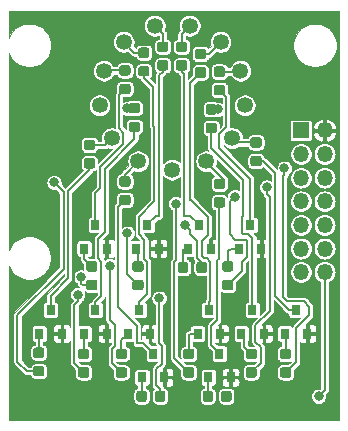
<source format=gbr>
G04 #@! TF.GenerationSoftware,KiCad,Pcbnew,(5.1.2-1)-1*
G04 #@! TF.CreationDate,2021-04-17T11:50:00+08:00*
G04 #@! TF.ProjectId,Nixie,4e697869-652e-46b6-9963-61645f706362,rev?*
G04 #@! TF.SameCoordinates,Original*
G04 #@! TF.FileFunction,Copper,L1,Top*
G04 #@! TF.FilePolarity,Positive*
%FSLAX46Y46*%
G04 Gerber Fmt 4.6, Leading zero omitted, Abs format (unit mm)*
G04 Created by KiCad (PCBNEW (5.1.2-1)-1) date 2021-04-17 11:50:00*
%MOMM*%
%LPD*%
G04 APERTURE LIST*
%ADD10O,1.350000X1.350000*%
%ADD11R,1.350000X1.350000*%
%ADD12C,1.346200*%
%ADD13R,0.800000X0.900000*%
%ADD14C,0.100000*%
%ADD15C,0.875000*%
%ADD16C,0.800000*%
%ADD17C,0.200000*%
G04 APERTURE END LIST*
D10*
X177000000Y-102200000D03*
X175000000Y-102200000D03*
X177000000Y-100200000D03*
X175000000Y-100200000D03*
X177000000Y-98200000D03*
X175000000Y-98200000D03*
X177000000Y-96200000D03*
X175000000Y-96200000D03*
X177000000Y-94200000D03*
X175000000Y-94200000D03*
X177000000Y-92200000D03*
X175000000Y-92200000D03*
X177000000Y-90200000D03*
D11*
X175000000Y-90200000D03*
D12*
X159002660Y-90848320D03*
X169188060Y-90848320D03*
X170239620Y-88077180D03*
X169881480Y-85138400D03*
X168200000Y-82700000D03*
X165576180Y-81323320D03*
X162614540Y-81323320D03*
X159990720Y-82700000D03*
X158309240Y-85138400D03*
X157951100Y-88077180D03*
X164095360Y-93520400D03*
X161220080Y-92811740D03*
X166970640Y-92811740D03*
D13*
X152850000Y-107400000D03*
X154750000Y-107400000D03*
X153800000Y-105400000D03*
X169950000Y-107400000D03*
X171850000Y-107400000D03*
X170900000Y-105400000D03*
X166250000Y-107400000D03*
X168150000Y-107400000D03*
X167200000Y-105400000D03*
X161050000Y-100200000D03*
X162950000Y-100200000D03*
X162000000Y-98200000D03*
X157600000Y-98200000D03*
X158550000Y-100200000D03*
X156650000Y-100200000D03*
X162500000Y-109100000D03*
X163450000Y-111100000D03*
X161550000Y-111100000D03*
X174600000Y-105400000D03*
X175550000Y-107400000D03*
X173650000Y-107400000D03*
X170700000Y-98200000D03*
X171650000Y-100200000D03*
X169750000Y-100200000D03*
X166400000Y-98200000D03*
X167350000Y-100200000D03*
X165450000Y-100200000D03*
X161300000Y-105400000D03*
X162250000Y-107400000D03*
X160350000Y-107400000D03*
X156650000Y-107400000D03*
X158550000Y-107400000D03*
X157600000Y-105400000D03*
X167150000Y-111100000D03*
X169050000Y-111100000D03*
X168100000Y-109100000D03*
D14*
G36*
X153077691Y-110151053D02*
G01*
X153098926Y-110154203D01*
X153119750Y-110159419D01*
X153139962Y-110166651D01*
X153159368Y-110175830D01*
X153177781Y-110186866D01*
X153195024Y-110199654D01*
X153210930Y-110214070D01*
X153225346Y-110229976D01*
X153238134Y-110247219D01*
X153249170Y-110265632D01*
X153258349Y-110285038D01*
X153265581Y-110305250D01*
X153270797Y-110326074D01*
X153273947Y-110347309D01*
X153275000Y-110368750D01*
X153275000Y-110806250D01*
X153273947Y-110827691D01*
X153270797Y-110848926D01*
X153265581Y-110869750D01*
X153258349Y-110889962D01*
X153249170Y-110909368D01*
X153238134Y-110927781D01*
X153225346Y-110945024D01*
X153210930Y-110960930D01*
X153195024Y-110975346D01*
X153177781Y-110988134D01*
X153159368Y-110999170D01*
X153139962Y-111008349D01*
X153119750Y-111015581D01*
X153098926Y-111020797D01*
X153077691Y-111023947D01*
X153056250Y-111025000D01*
X152543750Y-111025000D01*
X152522309Y-111023947D01*
X152501074Y-111020797D01*
X152480250Y-111015581D01*
X152460038Y-111008349D01*
X152440632Y-110999170D01*
X152422219Y-110988134D01*
X152404976Y-110975346D01*
X152389070Y-110960930D01*
X152374654Y-110945024D01*
X152361866Y-110927781D01*
X152350830Y-110909368D01*
X152341651Y-110889962D01*
X152334419Y-110869750D01*
X152329203Y-110848926D01*
X152326053Y-110827691D01*
X152325000Y-110806250D01*
X152325000Y-110368750D01*
X152326053Y-110347309D01*
X152329203Y-110326074D01*
X152334419Y-110305250D01*
X152341651Y-110285038D01*
X152350830Y-110265632D01*
X152361866Y-110247219D01*
X152374654Y-110229976D01*
X152389070Y-110214070D01*
X152404976Y-110199654D01*
X152422219Y-110186866D01*
X152440632Y-110175830D01*
X152460038Y-110166651D01*
X152480250Y-110159419D01*
X152501074Y-110154203D01*
X152522309Y-110151053D01*
X152543750Y-110150000D01*
X153056250Y-110150000D01*
X153077691Y-110151053D01*
X153077691Y-110151053D01*
G37*
D15*
X152800000Y-110587500D03*
D14*
G36*
X153077691Y-108576053D02*
G01*
X153098926Y-108579203D01*
X153119750Y-108584419D01*
X153139962Y-108591651D01*
X153159368Y-108600830D01*
X153177781Y-108611866D01*
X153195024Y-108624654D01*
X153210930Y-108639070D01*
X153225346Y-108654976D01*
X153238134Y-108672219D01*
X153249170Y-108690632D01*
X153258349Y-108710038D01*
X153265581Y-108730250D01*
X153270797Y-108751074D01*
X153273947Y-108772309D01*
X153275000Y-108793750D01*
X153275000Y-109231250D01*
X153273947Y-109252691D01*
X153270797Y-109273926D01*
X153265581Y-109294750D01*
X153258349Y-109314962D01*
X153249170Y-109334368D01*
X153238134Y-109352781D01*
X153225346Y-109370024D01*
X153210930Y-109385930D01*
X153195024Y-109400346D01*
X153177781Y-109413134D01*
X153159368Y-109424170D01*
X153139962Y-109433349D01*
X153119750Y-109440581D01*
X153098926Y-109445797D01*
X153077691Y-109448947D01*
X153056250Y-109450000D01*
X152543750Y-109450000D01*
X152522309Y-109448947D01*
X152501074Y-109445797D01*
X152480250Y-109440581D01*
X152460038Y-109433349D01*
X152440632Y-109424170D01*
X152422219Y-109413134D01*
X152404976Y-109400346D01*
X152389070Y-109385930D01*
X152374654Y-109370024D01*
X152361866Y-109352781D01*
X152350830Y-109334368D01*
X152341651Y-109314962D01*
X152334419Y-109294750D01*
X152329203Y-109273926D01*
X152326053Y-109252691D01*
X152325000Y-109231250D01*
X152325000Y-108793750D01*
X152326053Y-108772309D01*
X152329203Y-108751074D01*
X152334419Y-108730250D01*
X152341651Y-108710038D01*
X152350830Y-108690632D01*
X152361866Y-108672219D01*
X152374654Y-108654976D01*
X152389070Y-108639070D01*
X152404976Y-108624654D01*
X152422219Y-108611866D01*
X152440632Y-108600830D01*
X152460038Y-108591651D01*
X152480250Y-108584419D01*
X152501074Y-108579203D01*
X152522309Y-108576053D01*
X152543750Y-108575000D01*
X153056250Y-108575000D01*
X153077691Y-108576053D01*
X153077691Y-108576053D01*
G37*
D15*
X152800000Y-109012500D03*
D14*
G36*
X171077691Y-110251053D02*
G01*
X171098926Y-110254203D01*
X171119750Y-110259419D01*
X171139962Y-110266651D01*
X171159368Y-110275830D01*
X171177781Y-110286866D01*
X171195024Y-110299654D01*
X171210930Y-110314070D01*
X171225346Y-110329976D01*
X171238134Y-110347219D01*
X171249170Y-110365632D01*
X171258349Y-110385038D01*
X171265581Y-110405250D01*
X171270797Y-110426074D01*
X171273947Y-110447309D01*
X171275000Y-110468750D01*
X171275000Y-110906250D01*
X171273947Y-110927691D01*
X171270797Y-110948926D01*
X171265581Y-110969750D01*
X171258349Y-110989962D01*
X171249170Y-111009368D01*
X171238134Y-111027781D01*
X171225346Y-111045024D01*
X171210930Y-111060930D01*
X171195024Y-111075346D01*
X171177781Y-111088134D01*
X171159368Y-111099170D01*
X171139962Y-111108349D01*
X171119750Y-111115581D01*
X171098926Y-111120797D01*
X171077691Y-111123947D01*
X171056250Y-111125000D01*
X170543750Y-111125000D01*
X170522309Y-111123947D01*
X170501074Y-111120797D01*
X170480250Y-111115581D01*
X170460038Y-111108349D01*
X170440632Y-111099170D01*
X170422219Y-111088134D01*
X170404976Y-111075346D01*
X170389070Y-111060930D01*
X170374654Y-111045024D01*
X170361866Y-111027781D01*
X170350830Y-111009368D01*
X170341651Y-110989962D01*
X170334419Y-110969750D01*
X170329203Y-110948926D01*
X170326053Y-110927691D01*
X170325000Y-110906250D01*
X170325000Y-110468750D01*
X170326053Y-110447309D01*
X170329203Y-110426074D01*
X170334419Y-110405250D01*
X170341651Y-110385038D01*
X170350830Y-110365632D01*
X170361866Y-110347219D01*
X170374654Y-110329976D01*
X170389070Y-110314070D01*
X170404976Y-110299654D01*
X170422219Y-110286866D01*
X170440632Y-110275830D01*
X170460038Y-110266651D01*
X170480250Y-110259419D01*
X170501074Y-110254203D01*
X170522309Y-110251053D01*
X170543750Y-110250000D01*
X171056250Y-110250000D01*
X171077691Y-110251053D01*
X171077691Y-110251053D01*
G37*
D15*
X170800000Y-110687500D03*
D14*
G36*
X171077691Y-108676053D02*
G01*
X171098926Y-108679203D01*
X171119750Y-108684419D01*
X171139962Y-108691651D01*
X171159368Y-108700830D01*
X171177781Y-108711866D01*
X171195024Y-108724654D01*
X171210930Y-108739070D01*
X171225346Y-108754976D01*
X171238134Y-108772219D01*
X171249170Y-108790632D01*
X171258349Y-108810038D01*
X171265581Y-108830250D01*
X171270797Y-108851074D01*
X171273947Y-108872309D01*
X171275000Y-108893750D01*
X171275000Y-109331250D01*
X171273947Y-109352691D01*
X171270797Y-109373926D01*
X171265581Y-109394750D01*
X171258349Y-109414962D01*
X171249170Y-109434368D01*
X171238134Y-109452781D01*
X171225346Y-109470024D01*
X171210930Y-109485930D01*
X171195024Y-109500346D01*
X171177781Y-109513134D01*
X171159368Y-109524170D01*
X171139962Y-109533349D01*
X171119750Y-109540581D01*
X171098926Y-109545797D01*
X171077691Y-109548947D01*
X171056250Y-109550000D01*
X170543750Y-109550000D01*
X170522309Y-109548947D01*
X170501074Y-109545797D01*
X170480250Y-109540581D01*
X170460038Y-109533349D01*
X170440632Y-109524170D01*
X170422219Y-109513134D01*
X170404976Y-109500346D01*
X170389070Y-109485930D01*
X170374654Y-109470024D01*
X170361866Y-109452781D01*
X170350830Y-109434368D01*
X170341651Y-109414962D01*
X170334419Y-109394750D01*
X170329203Y-109373926D01*
X170326053Y-109352691D01*
X170325000Y-109331250D01*
X170325000Y-108893750D01*
X170326053Y-108872309D01*
X170329203Y-108851074D01*
X170334419Y-108830250D01*
X170341651Y-108810038D01*
X170350830Y-108790632D01*
X170361866Y-108772219D01*
X170374654Y-108754976D01*
X170389070Y-108739070D01*
X170404976Y-108724654D01*
X170422219Y-108711866D01*
X170440632Y-108700830D01*
X170460038Y-108691651D01*
X170480250Y-108684419D01*
X170501074Y-108679203D01*
X170522309Y-108676053D01*
X170543750Y-108675000D01*
X171056250Y-108675000D01*
X171077691Y-108676053D01*
X171077691Y-108676053D01*
G37*
D15*
X170800000Y-109112500D03*
D14*
G36*
X165777691Y-110251053D02*
G01*
X165798926Y-110254203D01*
X165819750Y-110259419D01*
X165839962Y-110266651D01*
X165859368Y-110275830D01*
X165877781Y-110286866D01*
X165895024Y-110299654D01*
X165910930Y-110314070D01*
X165925346Y-110329976D01*
X165938134Y-110347219D01*
X165949170Y-110365632D01*
X165958349Y-110385038D01*
X165965581Y-110405250D01*
X165970797Y-110426074D01*
X165973947Y-110447309D01*
X165975000Y-110468750D01*
X165975000Y-110906250D01*
X165973947Y-110927691D01*
X165970797Y-110948926D01*
X165965581Y-110969750D01*
X165958349Y-110989962D01*
X165949170Y-111009368D01*
X165938134Y-111027781D01*
X165925346Y-111045024D01*
X165910930Y-111060930D01*
X165895024Y-111075346D01*
X165877781Y-111088134D01*
X165859368Y-111099170D01*
X165839962Y-111108349D01*
X165819750Y-111115581D01*
X165798926Y-111120797D01*
X165777691Y-111123947D01*
X165756250Y-111125000D01*
X165243750Y-111125000D01*
X165222309Y-111123947D01*
X165201074Y-111120797D01*
X165180250Y-111115581D01*
X165160038Y-111108349D01*
X165140632Y-111099170D01*
X165122219Y-111088134D01*
X165104976Y-111075346D01*
X165089070Y-111060930D01*
X165074654Y-111045024D01*
X165061866Y-111027781D01*
X165050830Y-111009368D01*
X165041651Y-110989962D01*
X165034419Y-110969750D01*
X165029203Y-110948926D01*
X165026053Y-110927691D01*
X165025000Y-110906250D01*
X165025000Y-110468750D01*
X165026053Y-110447309D01*
X165029203Y-110426074D01*
X165034419Y-110405250D01*
X165041651Y-110385038D01*
X165050830Y-110365632D01*
X165061866Y-110347219D01*
X165074654Y-110329976D01*
X165089070Y-110314070D01*
X165104976Y-110299654D01*
X165122219Y-110286866D01*
X165140632Y-110275830D01*
X165160038Y-110266651D01*
X165180250Y-110259419D01*
X165201074Y-110254203D01*
X165222309Y-110251053D01*
X165243750Y-110250000D01*
X165756250Y-110250000D01*
X165777691Y-110251053D01*
X165777691Y-110251053D01*
G37*
D15*
X165500000Y-110687500D03*
D14*
G36*
X165777691Y-108676053D02*
G01*
X165798926Y-108679203D01*
X165819750Y-108684419D01*
X165839962Y-108691651D01*
X165859368Y-108700830D01*
X165877781Y-108711866D01*
X165895024Y-108724654D01*
X165910930Y-108739070D01*
X165925346Y-108754976D01*
X165938134Y-108772219D01*
X165949170Y-108790632D01*
X165958349Y-108810038D01*
X165965581Y-108830250D01*
X165970797Y-108851074D01*
X165973947Y-108872309D01*
X165975000Y-108893750D01*
X165975000Y-109331250D01*
X165973947Y-109352691D01*
X165970797Y-109373926D01*
X165965581Y-109394750D01*
X165958349Y-109414962D01*
X165949170Y-109434368D01*
X165938134Y-109452781D01*
X165925346Y-109470024D01*
X165910930Y-109485930D01*
X165895024Y-109500346D01*
X165877781Y-109513134D01*
X165859368Y-109524170D01*
X165839962Y-109533349D01*
X165819750Y-109540581D01*
X165798926Y-109545797D01*
X165777691Y-109548947D01*
X165756250Y-109550000D01*
X165243750Y-109550000D01*
X165222309Y-109548947D01*
X165201074Y-109545797D01*
X165180250Y-109540581D01*
X165160038Y-109533349D01*
X165140632Y-109524170D01*
X165122219Y-109513134D01*
X165104976Y-109500346D01*
X165089070Y-109485930D01*
X165074654Y-109470024D01*
X165061866Y-109452781D01*
X165050830Y-109434368D01*
X165041651Y-109414962D01*
X165034419Y-109394750D01*
X165029203Y-109373926D01*
X165026053Y-109352691D01*
X165025000Y-109331250D01*
X165025000Y-108893750D01*
X165026053Y-108872309D01*
X165029203Y-108851074D01*
X165034419Y-108830250D01*
X165041651Y-108810038D01*
X165050830Y-108790632D01*
X165061866Y-108772219D01*
X165074654Y-108754976D01*
X165089070Y-108739070D01*
X165104976Y-108724654D01*
X165122219Y-108711866D01*
X165140632Y-108700830D01*
X165160038Y-108691651D01*
X165180250Y-108684419D01*
X165201074Y-108679203D01*
X165222309Y-108676053D01*
X165243750Y-108675000D01*
X165756250Y-108675000D01*
X165777691Y-108676053D01*
X165777691Y-108676053D01*
G37*
D15*
X165500000Y-109112500D03*
D14*
G36*
X161477691Y-102851053D02*
G01*
X161498926Y-102854203D01*
X161519750Y-102859419D01*
X161539962Y-102866651D01*
X161559368Y-102875830D01*
X161577781Y-102886866D01*
X161595024Y-102899654D01*
X161610930Y-102914070D01*
X161625346Y-102929976D01*
X161638134Y-102947219D01*
X161649170Y-102965632D01*
X161658349Y-102985038D01*
X161665581Y-103005250D01*
X161670797Y-103026074D01*
X161673947Y-103047309D01*
X161675000Y-103068750D01*
X161675000Y-103506250D01*
X161673947Y-103527691D01*
X161670797Y-103548926D01*
X161665581Y-103569750D01*
X161658349Y-103589962D01*
X161649170Y-103609368D01*
X161638134Y-103627781D01*
X161625346Y-103645024D01*
X161610930Y-103660930D01*
X161595024Y-103675346D01*
X161577781Y-103688134D01*
X161559368Y-103699170D01*
X161539962Y-103708349D01*
X161519750Y-103715581D01*
X161498926Y-103720797D01*
X161477691Y-103723947D01*
X161456250Y-103725000D01*
X160943750Y-103725000D01*
X160922309Y-103723947D01*
X160901074Y-103720797D01*
X160880250Y-103715581D01*
X160860038Y-103708349D01*
X160840632Y-103699170D01*
X160822219Y-103688134D01*
X160804976Y-103675346D01*
X160789070Y-103660930D01*
X160774654Y-103645024D01*
X160761866Y-103627781D01*
X160750830Y-103609368D01*
X160741651Y-103589962D01*
X160734419Y-103569750D01*
X160729203Y-103548926D01*
X160726053Y-103527691D01*
X160725000Y-103506250D01*
X160725000Y-103068750D01*
X160726053Y-103047309D01*
X160729203Y-103026074D01*
X160734419Y-103005250D01*
X160741651Y-102985038D01*
X160750830Y-102965632D01*
X160761866Y-102947219D01*
X160774654Y-102929976D01*
X160789070Y-102914070D01*
X160804976Y-102899654D01*
X160822219Y-102886866D01*
X160840632Y-102875830D01*
X160860038Y-102866651D01*
X160880250Y-102859419D01*
X160901074Y-102854203D01*
X160922309Y-102851053D01*
X160943750Y-102850000D01*
X161456250Y-102850000D01*
X161477691Y-102851053D01*
X161477691Y-102851053D01*
G37*
D15*
X161200000Y-103287500D03*
D14*
G36*
X161477691Y-101276053D02*
G01*
X161498926Y-101279203D01*
X161519750Y-101284419D01*
X161539962Y-101291651D01*
X161559368Y-101300830D01*
X161577781Y-101311866D01*
X161595024Y-101324654D01*
X161610930Y-101339070D01*
X161625346Y-101354976D01*
X161638134Y-101372219D01*
X161649170Y-101390632D01*
X161658349Y-101410038D01*
X161665581Y-101430250D01*
X161670797Y-101451074D01*
X161673947Y-101472309D01*
X161675000Y-101493750D01*
X161675000Y-101931250D01*
X161673947Y-101952691D01*
X161670797Y-101973926D01*
X161665581Y-101994750D01*
X161658349Y-102014962D01*
X161649170Y-102034368D01*
X161638134Y-102052781D01*
X161625346Y-102070024D01*
X161610930Y-102085930D01*
X161595024Y-102100346D01*
X161577781Y-102113134D01*
X161559368Y-102124170D01*
X161539962Y-102133349D01*
X161519750Y-102140581D01*
X161498926Y-102145797D01*
X161477691Y-102148947D01*
X161456250Y-102150000D01*
X160943750Y-102150000D01*
X160922309Y-102148947D01*
X160901074Y-102145797D01*
X160880250Y-102140581D01*
X160860038Y-102133349D01*
X160840632Y-102124170D01*
X160822219Y-102113134D01*
X160804976Y-102100346D01*
X160789070Y-102085930D01*
X160774654Y-102070024D01*
X160761866Y-102052781D01*
X160750830Y-102034368D01*
X160741651Y-102014962D01*
X160734419Y-101994750D01*
X160729203Y-101973926D01*
X160726053Y-101952691D01*
X160725000Y-101931250D01*
X160725000Y-101493750D01*
X160726053Y-101472309D01*
X160729203Y-101451074D01*
X160734419Y-101430250D01*
X160741651Y-101410038D01*
X160750830Y-101390632D01*
X160761866Y-101372219D01*
X160774654Y-101354976D01*
X160789070Y-101339070D01*
X160804976Y-101324654D01*
X160822219Y-101311866D01*
X160840632Y-101300830D01*
X160860038Y-101291651D01*
X160880250Y-101284419D01*
X160901074Y-101279203D01*
X160922309Y-101276053D01*
X160943750Y-101275000D01*
X161456250Y-101275000D01*
X161477691Y-101276053D01*
X161477691Y-101276053D01*
G37*
D15*
X161200000Y-101712500D03*
D14*
G36*
X157577691Y-102851053D02*
G01*
X157598926Y-102854203D01*
X157619750Y-102859419D01*
X157639962Y-102866651D01*
X157659368Y-102875830D01*
X157677781Y-102886866D01*
X157695024Y-102899654D01*
X157710930Y-102914070D01*
X157725346Y-102929976D01*
X157738134Y-102947219D01*
X157749170Y-102965632D01*
X157758349Y-102985038D01*
X157765581Y-103005250D01*
X157770797Y-103026074D01*
X157773947Y-103047309D01*
X157775000Y-103068750D01*
X157775000Y-103506250D01*
X157773947Y-103527691D01*
X157770797Y-103548926D01*
X157765581Y-103569750D01*
X157758349Y-103589962D01*
X157749170Y-103609368D01*
X157738134Y-103627781D01*
X157725346Y-103645024D01*
X157710930Y-103660930D01*
X157695024Y-103675346D01*
X157677781Y-103688134D01*
X157659368Y-103699170D01*
X157639962Y-103708349D01*
X157619750Y-103715581D01*
X157598926Y-103720797D01*
X157577691Y-103723947D01*
X157556250Y-103725000D01*
X157043750Y-103725000D01*
X157022309Y-103723947D01*
X157001074Y-103720797D01*
X156980250Y-103715581D01*
X156960038Y-103708349D01*
X156940632Y-103699170D01*
X156922219Y-103688134D01*
X156904976Y-103675346D01*
X156889070Y-103660930D01*
X156874654Y-103645024D01*
X156861866Y-103627781D01*
X156850830Y-103609368D01*
X156841651Y-103589962D01*
X156834419Y-103569750D01*
X156829203Y-103548926D01*
X156826053Y-103527691D01*
X156825000Y-103506250D01*
X156825000Y-103068750D01*
X156826053Y-103047309D01*
X156829203Y-103026074D01*
X156834419Y-103005250D01*
X156841651Y-102985038D01*
X156850830Y-102965632D01*
X156861866Y-102947219D01*
X156874654Y-102929976D01*
X156889070Y-102914070D01*
X156904976Y-102899654D01*
X156922219Y-102886866D01*
X156940632Y-102875830D01*
X156960038Y-102866651D01*
X156980250Y-102859419D01*
X157001074Y-102854203D01*
X157022309Y-102851053D01*
X157043750Y-102850000D01*
X157556250Y-102850000D01*
X157577691Y-102851053D01*
X157577691Y-102851053D01*
G37*
D15*
X157300000Y-103287500D03*
D14*
G36*
X157577691Y-101276053D02*
G01*
X157598926Y-101279203D01*
X157619750Y-101284419D01*
X157639962Y-101291651D01*
X157659368Y-101300830D01*
X157677781Y-101311866D01*
X157695024Y-101324654D01*
X157710930Y-101339070D01*
X157725346Y-101354976D01*
X157738134Y-101372219D01*
X157749170Y-101390632D01*
X157758349Y-101410038D01*
X157765581Y-101430250D01*
X157770797Y-101451074D01*
X157773947Y-101472309D01*
X157775000Y-101493750D01*
X157775000Y-101931250D01*
X157773947Y-101952691D01*
X157770797Y-101973926D01*
X157765581Y-101994750D01*
X157758349Y-102014962D01*
X157749170Y-102034368D01*
X157738134Y-102052781D01*
X157725346Y-102070024D01*
X157710930Y-102085930D01*
X157695024Y-102100346D01*
X157677781Y-102113134D01*
X157659368Y-102124170D01*
X157639962Y-102133349D01*
X157619750Y-102140581D01*
X157598926Y-102145797D01*
X157577691Y-102148947D01*
X157556250Y-102150000D01*
X157043750Y-102150000D01*
X157022309Y-102148947D01*
X157001074Y-102145797D01*
X156980250Y-102140581D01*
X156960038Y-102133349D01*
X156940632Y-102124170D01*
X156922219Y-102113134D01*
X156904976Y-102100346D01*
X156889070Y-102085930D01*
X156874654Y-102070024D01*
X156861866Y-102052781D01*
X156850830Y-102034368D01*
X156841651Y-102014962D01*
X156834419Y-101994750D01*
X156829203Y-101973926D01*
X156826053Y-101952691D01*
X156825000Y-101931250D01*
X156825000Y-101493750D01*
X156826053Y-101472309D01*
X156829203Y-101451074D01*
X156834419Y-101430250D01*
X156841651Y-101410038D01*
X156850830Y-101390632D01*
X156861866Y-101372219D01*
X156874654Y-101354976D01*
X156889070Y-101339070D01*
X156904976Y-101324654D01*
X156922219Y-101311866D01*
X156940632Y-101300830D01*
X156960038Y-101291651D01*
X156980250Y-101284419D01*
X157001074Y-101279203D01*
X157022309Y-101276053D01*
X157043750Y-101275000D01*
X157556250Y-101275000D01*
X157577691Y-101276053D01*
X157577691Y-101276053D01*
G37*
D15*
X157300000Y-101712500D03*
D14*
G36*
X163327691Y-112226053D02*
G01*
X163348926Y-112229203D01*
X163369750Y-112234419D01*
X163389962Y-112241651D01*
X163409368Y-112250830D01*
X163427781Y-112261866D01*
X163445024Y-112274654D01*
X163460930Y-112289070D01*
X163475346Y-112304976D01*
X163488134Y-112322219D01*
X163499170Y-112340632D01*
X163508349Y-112360038D01*
X163515581Y-112380250D01*
X163520797Y-112401074D01*
X163523947Y-112422309D01*
X163525000Y-112443750D01*
X163525000Y-112956250D01*
X163523947Y-112977691D01*
X163520797Y-112998926D01*
X163515581Y-113019750D01*
X163508349Y-113039962D01*
X163499170Y-113059368D01*
X163488134Y-113077781D01*
X163475346Y-113095024D01*
X163460930Y-113110930D01*
X163445024Y-113125346D01*
X163427781Y-113138134D01*
X163409368Y-113149170D01*
X163389962Y-113158349D01*
X163369750Y-113165581D01*
X163348926Y-113170797D01*
X163327691Y-113173947D01*
X163306250Y-113175000D01*
X162868750Y-113175000D01*
X162847309Y-113173947D01*
X162826074Y-113170797D01*
X162805250Y-113165581D01*
X162785038Y-113158349D01*
X162765632Y-113149170D01*
X162747219Y-113138134D01*
X162729976Y-113125346D01*
X162714070Y-113110930D01*
X162699654Y-113095024D01*
X162686866Y-113077781D01*
X162675830Y-113059368D01*
X162666651Y-113039962D01*
X162659419Y-113019750D01*
X162654203Y-112998926D01*
X162651053Y-112977691D01*
X162650000Y-112956250D01*
X162650000Y-112443750D01*
X162651053Y-112422309D01*
X162654203Y-112401074D01*
X162659419Y-112380250D01*
X162666651Y-112360038D01*
X162675830Y-112340632D01*
X162686866Y-112322219D01*
X162699654Y-112304976D01*
X162714070Y-112289070D01*
X162729976Y-112274654D01*
X162747219Y-112261866D01*
X162765632Y-112250830D01*
X162785038Y-112241651D01*
X162805250Y-112234419D01*
X162826074Y-112229203D01*
X162847309Y-112226053D01*
X162868750Y-112225000D01*
X163306250Y-112225000D01*
X163327691Y-112226053D01*
X163327691Y-112226053D01*
G37*
D15*
X163087500Y-112700000D03*
D14*
G36*
X161752691Y-112226053D02*
G01*
X161773926Y-112229203D01*
X161794750Y-112234419D01*
X161814962Y-112241651D01*
X161834368Y-112250830D01*
X161852781Y-112261866D01*
X161870024Y-112274654D01*
X161885930Y-112289070D01*
X161900346Y-112304976D01*
X161913134Y-112322219D01*
X161924170Y-112340632D01*
X161933349Y-112360038D01*
X161940581Y-112380250D01*
X161945797Y-112401074D01*
X161948947Y-112422309D01*
X161950000Y-112443750D01*
X161950000Y-112956250D01*
X161948947Y-112977691D01*
X161945797Y-112998926D01*
X161940581Y-113019750D01*
X161933349Y-113039962D01*
X161924170Y-113059368D01*
X161913134Y-113077781D01*
X161900346Y-113095024D01*
X161885930Y-113110930D01*
X161870024Y-113125346D01*
X161852781Y-113138134D01*
X161834368Y-113149170D01*
X161814962Y-113158349D01*
X161794750Y-113165581D01*
X161773926Y-113170797D01*
X161752691Y-113173947D01*
X161731250Y-113175000D01*
X161293750Y-113175000D01*
X161272309Y-113173947D01*
X161251074Y-113170797D01*
X161230250Y-113165581D01*
X161210038Y-113158349D01*
X161190632Y-113149170D01*
X161172219Y-113138134D01*
X161154976Y-113125346D01*
X161139070Y-113110930D01*
X161124654Y-113095024D01*
X161111866Y-113077781D01*
X161100830Y-113059368D01*
X161091651Y-113039962D01*
X161084419Y-113019750D01*
X161079203Y-112998926D01*
X161076053Y-112977691D01*
X161075000Y-112956250D01*
X161075000Y-112443750D01*
X161076053Y-112422309D01*
X161079203Y-112401074D01*
X161084419Y-112380250D01*
X161091651Y-112360038D01*
X161100830Y-112340632D01*
X161111866Y-112322219D01*
X161124654Y-112304976D01*
X161139070Y-112289070D01*
X161154976Y-112274654D01*
X161172219Y-112261866D01*
X161190632Y-112250830D01*
X161210038Y-112241651D01*
X161230250Y-112234419D01*
X161251074Y-112229203D01*
X161272309Y-112226053D01*
X161293750Y-112225000D01*
X161731250Y-112225000D01*
X161752691Y-112226053D01*
X161752691Y-112226053D01*
G37*
D15*
X161512500Y-112700000D03*
D14*
G36*
X173977691Y-108676053D02*
G01*
X173998926Y-108679203D01*
X174019750Y-108684419D01*
X174039962Y-108691651D01*
X174059368Y-108700830D01*
X174077781Y-108711866D01*
X174095024Y-108724654D01*
X174110930Y-108739070D01*
X174125346Y-108754976D01*
X174138134Y-108772219D01*
X174149170Y-108790632D01*
X174158349Y-108810038D01*
X174165581Y-108830250D01*
X174170797Y-108851074D01*
X174173947Y-108872309D01*
X174175000Y-108893750D01*
X174175000Y-109331250D01*
X174173947Y-109352691D01*
X174170797Y-109373926D01*
X174165581Y-109394750D01*
X174158349Y-109414962D01*
X174149170Y-109434368D01*
X174138134Y-109452781D01*
X174125346Y-109470024D01*
X174110930Y-109485930D01*
X174095024Y-109500346D01*
X174077781Y-109513134D01*
X174059368Y-109524170D01*
X174039962Y-109533349D01*
X174019750Y-109540581D01*
X173998926Y-109545797D01*
X173977691Y-109548947D01*
X173956250Y-109550000D01*
X173443750Y-109550000D01*
X173422309Y-109548947D01*
X173401074Y-109545797D01*
X173380250Y-109540581D01*
X173360038Y-109533349D01*
X173340632Y-109524170D01*
X173322219Y-109513134D01*
X173304976Y-109500346D01*
X173289070Y-109485930D01*
X173274654Y-109470024D01*
X173261866Y-109452781D01*
X173250830Y-109434368D01*
X173241651Y-109414962D01*
X173234419Y-109394750D01*
X173229203Y-109373926D01*
X173226053Y-109352691D01*
X173225000Y-109331250D01*
X173225000Y-108893750D01*
X173226053Y-108872309D01*
X173229203Y-108851074D01*
X173234419Y-108830250D01*
X173241651Y-108810038D01*
X173250830Y-108790632D01*
X173261866Y-108772219D01*
X173274654Y-108754976D01*
X173289070Y-108739070D01*
X173304976Y-108724654D01*
X173322219Y-108711866D01*
X173340632Y-108700830D01*
X173360038Y-108691651D01*
X173380250Y-108684419D01*
X173401074Y-108679203D01*
X173422309Y-108676053D01*
X173443750Y-108675000D01*
X173956250Y-108675000D01*
X173977691Y-108676053D01*
X173977691Y-108676053D01*
G37*
D15*
X173700000Y-109112500D03*
D14*
G36*
X173977691Y-110251053D02*
G01*
X173998926Y-110254203D01*
X174019750Y-110259419D01*
X174039962Y-110266651D01*
X174059368Y-110275830D01*
X174077781Y-110286866D01*
X174095024Y-110299654D01*
X174110930Y-110314070D01*
X174125346Y-110329976D01*
X174138134Y-110347219D01*
X174149170Y-110365632D01*
X174158349Y-110385038D01*
X174165581Y-110405250D01*
X174170797Y-110426074D01*
X174173947Y-110447309D01*
X174175000Y-110468750D01*
X174175000Y-110906250D01*
X174173947Y-110927691D01*
X174170797Y-110948926D01*
X174165581Y-110969750D01*
X174158349Y-110989962D01*
X174149170Y-111009368D01*
X174138134Y-111027781D01*
X174125346Y-111045024D01*
X174110930Y-111060930D01*
X174095024Y-111075346D01*
X174077781Y-111088134D01*
X174059368Y-111099170D01*
X174039962Y-111108349D01*
X174019750Y-111115581D01*
X173998926Y-111120797D01*
X173977691Y-111123947D01*
X173956250Y-111125000D01*
X173443750Y-111125000D01*
X173422309Y-111123947D01*
X173401074Y-111120797D01*
X173380250Y-111115581D01*
X173360038Y-111108349D01*
X173340632Y-111099170D01*
X173322219Y-111088134D01*
X173304976Y-111075346D01*
X173289070Y-111060930D01*
X173274654Y-111045024D01*
X173261866Y-111027781D01*
X173250830Y-111009368D01*
X173241651Y-110989962D01*
X173234419Y-110969750D01*
X173229203Y-110948926D01*
X173226053Y-110927691D01*
X173225000Y-110906250D01*
X173225000Y-110468750D01*
X173226053Y-110447309D01*
X173229203Y-110426074D01*
X173234419Y-110405250D01*
X173241651Y-110385038D01*
X173250830Y-110365632D01*
X173261866Y-110347219D01*
X173274654Y-110329976D01*
X173289070Y-110314070D01*
X173304976Y-110299654D01*
X173322219Y-110286866D01*
X173340632Y-110275830D01*
X173360038Y-110266651D01*
X173380250Y-110259419D01*
X173401074Y-110254203D01*
X173422309Y-110251053D01*
X173443750Y-110250000D01*
X173956250Y-110250000D01*
X173977691Y-110251053D01*
X173977691Y-110251053D01*
G37*
D15*
X173700000Y-110687500D03*
D14*
G36*
X169077691Y-102851053D02*
G01*
X169098926Y-102854203D01*
X169119750Y-102859419D01*
X169139962Y-102866651D01*
X169159368Y-102875830D01*
X169177781Y-102886866D01*
X169195024Y-102899654D01*
X169210930Y-102914070D01*
X169225346Y-102929976D01*
X169238134Y-102947219D01*
X169249170Y-102965632D01*
X169258349Y-102985038D01*
X169265581Y-103005250D01*
X169270797Y-103026074D01*
X169273947Y-103047309D01*
X169275000Y-103068750D01*
X169275000Y-103506250D01*
X169273947Y-103527691D01*
X169270797Y-103548926D01*
X169265581Y-103569750D01*
X169258349Y-103589962D01*
X169249170Y-103609368D01*
X169238134Y-103627781D01*
X169225346Y-103645024D01*
X169210930Y-103660930D01*
X169195024Y-103675346D01*
X169177781Y-103688134D01*
X169159368Y-103699170D01*
X169139962Y-103708349D01*
X169119750Y-103715581D01*
X169098926Y-103720797D01*
X169077691Y-103723947D01*
X169056250Y-103725000D01*
X168543750Y-103725000D01*
X168522309Y-103723947D01*
X168501074Y-103720797D01*
X168480250Y-103715581D01*
X168460038Y-103708349D01*
X168440632Y-103699170D01*
X168422219Y-103688134D01*
X168404976Y-103675346D01*
X168389070Y-103660930D01*
X168374654Y-103645024D01*
X168361866Y-103627781D01*
X168350830Y-103609368D01*
X168341651Y-103589962D01*
X168334419Y-103569750D01*
X168329203Y-103548926D01*
X168326053Y-103527691D01*
X168325000Y-103506250D01*
X168325000Y-103068750D01*
X168326053Y-103047309D01*
X168329203Y-103026074D01*
X168334419Y-103005250D01*
X168341651Y-102985038D01*
X168350830Y-102965632D01*
X168361866Y-102947219D01*
X168374654Y-102929976D01*
X168389070Y-102914070D01*
X168404976Y-102899654D01*
X168422219Y-102886866D01*
X168440632Y-102875830D01*
X168460038Y-102866651D01*
X168480250Y-102859419D01*
X168501074Y-102854203D01*
X168522309Y-102851053D01*
X168543750Y-102850000D01*
X169056250Y-102850000D01*
X169077691Y-102851053D01*
X169077691Y-102851053D01*
G37*
D15*
X168800000Y-103287500D03*
D14*
G36*
X169077691Y-101276053D02*
G01*
X169098926Y-101279203D01*
X169119750Y-101284419D01*
X169139962Y-101291651D01*
X169159368Y-101300830D01*
X169177781Y-101311866D01*
X169195024Y-101324654D01*
X169210930Y-101339070D01*
X169225346Y-101354976D01*
X169238134Y-101372219D01*
X169249170Y-101390632D01*
X169258349Y-101410038D01*
X169265581Y-101430250D01*
X169270797Y-101451074D01*
X169273947Y-101472309D01*
X169275000Y-101493750D01*
X169275000Y-101931250D01*
X169273947Y-101952691D01*
X169270797Y-101973926D01*
X169265581Y-101994750D01*
X169258349Y-102014962D01*
X169249170Y-102034368D01*
X169238134Y-102052781D01*
X169225346Y-102070024D01*
X169210930Y-102085930D01*
X169195024Y-102100346D01*
X169177781Y-102113134D01*
X169159368Y-102124170D01*
X169139962Y-102133349D01*
X169119750Y-102140581D01*
X169098926Y-102145797D01*
X169077691Y-102148947D01*
X169056250Y-102150000D01*
X168543750Y-102150000D01*
X168522309Y-102148947D01*
X168501074Y-102145797D01*
X168480250Y-102140581D01*
X168460038Y-102133349D01*
X168440632Y-102124170D01*
X168422219Y-102113134D01*
X168404976Y-102100346D01*
X168389070Y-102085930D01*
X168374654Y-102070024D01*
X168361866Y-102052781D01*
X168350830Y-102034368D01*
X168341651Y-102014962D01*
X168334419Y-101994750D01*
X168329203Y-101973926D01*
X168326053Y-101952691D01*
X168325000Y-101931250D01*
X168325000Y-101493750D01*
X168326053Y-101472309D01*
X168329203Y-101451074D01*
X168334419Y-101430250D01*
X168341651Y-101410038D01*
X168350830Y-101390632D01*
X168361866Y-101372219D01*
X168374654Y-101354976D01*
X168389070Y-101339070D01*
X168404976Y-101324654D01*
X168422219Y-101311866D01*
X168440632Y-101300830D01*
X168460038Y-101291651D01*
X168480250Y-101284419D01*
X168501074Y-101279203D01*
X168522309Y-101276053D01*
X168543750Y-101275000D01*
X169056250Y-101275000D01*
X169077691Y-101276053D01*
X169077691Y-101276053D01*
G37*
D15*
X168800000Y-101712500D03*
D14*
G36*
X166827691Y-101326053D02*
G01*
X166848926Y-101329203D01*
X166869750Y-101334419D01*
X166889962Y-101341651D01*
X166909368Y-101350830D01*
X166927781Y-101361866D01*
X166945024Y-101374654D01*
X166960930Y-101389070D01*
X166975346Y-101404976D01*
X166988134Y-101422219D01*
X166999170Y-101440632D01*
X167008349Y-101460038D01*
X167015581Y-101480250D01*
X167020797Y-101501074D01*
X167023947Y-101522309D01*
X167025000Y-101543750D01*
X167025000Y-102056250D01*
X167023947Y-102077691D01*
X167020797Y-102098926D01*
X167015581Y-102119750D01*
X167008349Y-102139962D01*
X166999170Y-102159368D01*
X166988134Y-102177781D01*
X166975346Y-102195024D01*
X166960930Y-102210930D01*
X166945024Y-102225346D01*
X166927781Y-102238134D01*
X166909368Y-102249170D01*
X166889962Y-102258349D01*
X166869750Y-102265581D01*
X166848926Y-102270797D01*
X166827691Y-102273947D01*
X166806250Y-102275000D01*
X166368750Y-102275000D01*
X166347309Y-102273947D01*
X166326074Y-102270797D01*
X166305250Y-102265581D01*
X166285038Y-102258349D01*
X166265632Y-102249170D01*
X166247219Y-102238134D01*
X166229976Y-102225346D01*
X166214070Y-102210930D01*
X166199654Y-102195024D01*
X166186866Y-102177781D01*
X166175830Y-102159368D01*
X166166651Y-102139962D01*
X166159419Y-102119750D01*
X166154203Y-102098926D01*
X166151053Y-102077691D01*
X166150000Y-102056250D01*
X166150000Y-101543750D01*
X166151053Y-101522309D01*
X166154203Y-101501074D01*
X166159419Y-101480250D01*
X166166651Y-101460038D01*
X166175830Y-101440632D01*
X166186866Y-101422219D01*
X166199654Y-101404976D01*
X166214070Y-101389070D01*
X166229976Y-101374654D01*
X166247219Y-101361866D01*
X166265632Y-101350830D01*
X166285038Y-101341651D01*
X166305250Y-101334419D01*
X166326074Y-101329203D01*
X166347309Y-101326053D01*
X166368750Y-101325000D01*
X166806250Y-101325000D01*
X166827691Y-101326053D01*
X166827691Y-101326053D01*
G37*
D15*
X166587500Y-101800000D03*
D14*
G36*
X165252691Y-101326053D02*
G01*
X165273926Y-101329203D01*
X165294750Y-101334419D01*
X165314962Y-101341651D01*
X165334368Y-101350830D01*
X165352781Y-101361866D01*
X165370024Y-101374654D01*
X165385930Y-101389070D01*
X165400346Y-101404976D01*
X165413134Y-101422219D01*
X165424170Y-101440632D01*
X165433349Y-101460038D01*
X165440581Y-101480250D01*
X165445797Y-101501074D01*
X165448947Y-101522309D01*
X165450000Y-101543750D01*
X165450000Y-102056250D01*
X165448947Y-102077691D01*
X165445797Y-102098926D01*
X165440581Y-102119750D01*
X165433349Y-102139962D01*
X165424170Y-102159368D01*
X165413134Y-102177781D01*
X165400346Y-102195024D01*
X165385930Y-102210930D01*
X165370024Y-102225346D01*
X165352781Y-102238134D01*
X165334368Y-102249170D01*
X165314962Y-102258349D01*
X165294750Y-102265581D01*
X165273926Y-102270797D01*
X165252691Y-102273947D01*
X165231250Y-102275000D01*
X164793750Y-102275000D01*
X164772309Y-102273947D01*
X164751074Y-102270797D01*
X164730250Y-102265581D01*
X164710038Y-102258349D01*
X164690632Y-102249170D01*
X164672219Y-102238134D01*
X164654976Y-102225346D01*
X164639070Y-102210930D01*
X164624654Y-102195024D01*
X164611866Y-102177781D01*
X164600830Y-102159368D01*
X164591651Y-102139962D01*
X164584419Y-102119750D01*
X164579203Y-102098926D01*
X164576053Y-102077691D01*
X164575000Y-102056250D01*
X164575000Y-101543750D01*
X164576053Y-101522309D01*
X164579203Y-101501074D01*
X164584419Y-101480250D01*
X164591651Y-101460038D01*
X164600830Y-101440632D01*
X164611866Y-101422219D01*
X164624654Y-101404976D01*
X164639070Y-101389070D01*
X164654976Y-101374654D01*
X164672219Y-101361866D01*
X164690632Y-101350830D01*
X164710038Y-101341651D01*
X164730250Y-101334419D01*
X164751074Y-101329203D01*
X164772309Y-101326053D01*
X164793750Y-101325000D01*
X165231250Y-101325000D01*
X165252691Y-101326053D01*
X165252691Y-101326053D01*
G37*
D15*
X165012500Y-101800000D03*
D14*
G36*
X160077691Y-110251053D02*
G01*
X160098926Y-110254203D01*
X160119750Y-110259419D01*
X160139962Y-110266651D01*
X160159368Y-110275830D01*
X160177781Y-110286866D01*
X160195024Y-110299654D01*
X160210930Y-110314070D01*
X160225346Y-110329976D01*
X160238134Y-110347219D01*
X160249170Y-110365632D01*
X160258349Y-110385038D01*
X160265581Y-110405250D01*
X160270797Y-110426074D01*
X160273947Y-110447309D01*
X160275000Y-110468750D01*
X160275000Y-110906250D01*
X160273947Y-110927691D01*
X160270797Y-110948926D01*
X160265581Y-110969750D01*
X160258349Y-110989962D01*
X160249170Y-111009368D01*
X160238134Y-111027781D01*
X160225346Y-111045024D01*
X160210930Y-111060930D01*
X160195024Y-111075346D01*
X160177781Y-111088134D01*
X160159368Y-111099170D01*
X160139962Y-111108349D01*
X160119750Y-111115581D01*
X160098926Y-111120797D01*
X160077691Y-111123947D01*
X160056250Y-111125000D01*
X159543750Y-111125000D01*
X159522309Y-111123947D01*
X159501074Y-111120797D01*
X159480250Y-111115581D01*
X159460038Y-111108349D01*
X159440632Y-111099170D01*
X159422219Y-111088134D01*
X159404976Y-111075346D01*
X159389070Y-111060930D01*
X159374654Y-111045024D01*
X159361866Y-111027781D01*
X159350830Y-111009368D01*
X159341651Y-110989962D01*
X159334419Y-110969750D01*
X159329203Y-110948926D01*
X159326053Y-110927691D01*
X159325000Y-110906250D01*
X159325000Y-110468750D01*
X159326053Y-110447309D01*
X159329203Y-110426074D01*
X159334419Y-110405250D01*
X159341651Y-110385038D01*
X159350830Y-110365632D01*
X159361866Y-110347219D01*
X159374654Y-110329976D01*
X159389070Y-110314070D01*
X159404976Y-110299654D01*
X159422219Y-110286866D01*
X159440632Y-110275830D01*
X159460038Y-110266651D01*
X159480250Y-110259419D01*
X159501074Y-110254203D01*
X159522309Y-110251053D01*
X159543750Y-110250000D01*
X160056250Y-110250000D01*
X160077691Y-110251053D01*
X160077691Y-110251053D01*
G37*
D15*
X159800000Y-110687500D03*
D14*
G36*
X160077691Y-108676053D02*
G01*
X160098926Y-108679203D01*
X160119750Y-108684419D01*
X160139962Y-108691651D01*
X160159368Y-108700830D01*
X160177781Y-108711866D01*
X160195024Y-108724654D01*
X160210930Y-108739070D01*
X160225346Y-108754976D01*
X160238134Y-108772219D01*
X160249170Y-108790632D01*
X160258349Y-108810038D01*
X160265581Y-108830250D01*
X160270797Y-108851074D01*
X160273947Y-108872309D01*
X160275000Y-108893750D01*
X160275000Y-109331250D01*
X160273947Y-109352691D01*
X160270797Y-109373926D01*
X160265581Y-109394750D01*
X160258349Y-109414962D01*
X160249170Y-109434368D01*
X160238134Y-109452781D01*
X160225346Y-109470024D01*
X160210930Y-109485930D01*
X160195024Y-109500346D01*
X160177781Y-109513134D01*
X160159368Y-109524170D01*
X160139962Y-109533349D01*
X160119750Y-109540581D01*
X160098926Y-109545797D01*
X160077691Y-109548947D01*
X160056250Y-109550000D01*
X159543750Y-109550000D01*
X159522309Y-109548947D01*
X159501074Y-109545797D01*
X159480250Y-109540581D01*
X159460038Y-109533349D01*
X159440632Y-109524170D01*
X159422219Y-109513134D01*
X159404976Y-109500346D01*
X159389070Y-109485930D01*
X159374654Y-109470024D01*
X159361866Y-109452781D01*
X159350830Y-109434368D01*
X159341651Y-109414962D01*
X159334419Y-109394750D01*
X159329203Y-109373926D01*
X159326053Y-109352691D01*
X159325000Y-109331250D01*
X159325000Y-108893750D01*
X159326053Y-108872309D01*
X159329203Y-108851074D01*
X159334419Y-108830250D01*
X159341651Y-108810038D01*
X159350830Y-108790632D01*
X159361866Y-108772219D01*
X159374654Y-108754976D01*
X159389070Y-108739070D01*
X159404976Y-108724654D01*
X159422219Y-108711866D01*
X159440632Y-108700830D01*
X159460038Y-108691651D01*
X159480250Y-108684419D01*
X159501074Y-108679203D01*
X159522309Y-108676053D01*
X159543750Y-108675000D01*
X160056250Y-108675000D01*
X160077691Y-108676053D01*
X160077691Y-108676053D01*
G37*
D15*
X159800000Y-109112500D03*
D14*
G36*
X156877691Y-110251053D02*
G01*
X156898926Y-110254203D01*
X156919750Y-110259419D01*
X156939962Y-110266651D01*
X156959368Y-110275830D01*
X156977781Y-110286866D01*
X156995024Y-110299654D01*
X157010930Y-110314070D01*
X157025346Y-110329976D01*
X157038134Y-110347219D01*
X157049170Y-110365632D01*
X157058349Y-110385038D01*
X157065581Y-110405250D01*
X157070797Y-110426074D01*
X157073947Y-110447309D01*
X157075000Y-110468750D01*
X157075000Y-110906250D01*
X157073947Y-110927691D01*
X157070797Y-110948926D01*
X157065581Y-110969750D01*
X157058349Y-110989962D01*
X157049170Y-111009368D01*
X157038134Y-111027781D01*
X157025346Y-111045024D01*
X157010930Y-111060930D01*
X156995024Y-111075346D01*
X156977781Y-111088134D01*
X156959368Y-111099170D01*
X156939962Y-111108349D01*
X156919750Y-111115581D01*
X156898926Y-111120797D01*
X156877691Y-111123947D01*
X156856250Y-111125000D01*
X156343750Y-111125000D01*
X156322309Y-111123947D01*
X156301074Y-111120797D01*
X156280250Y-111115581D01*
X156260038Y-111108349D01*
X156240632Y-111099170D01*
X156222219Y-111088134D01*
X156204976Y-111075346D01*
X156189070Y-111060930D01*
X156174654Y-111045024D01*
X156161866Y-111027781D01*
X156150830Y-111009368D01*
X156141651Y-110989962D01*
X156134419Y-110969750D01*
X156129203Y-110948926D01*
X156126053Y-110927691D01*
X156125000Y-110906250D01*
X156125000Y-110468750D01*
X156126053Y-110447309D01*
X156129203Y-110426074D01*
X156134419Y-110405250D01*
X156141651Y-110385038D01*
X156150830Y-110365632D01*
X156161866Y-110347219D01*
X156174654Y-110329976D01*
X156189070Y-110314070D01*
X156204976Y-110299654D01*
X156222219Y-110286866D01*
X156240632Y-110275830D01*
X156260038Y-110266651D01*
X156280250Y-110259419D01*
X156301074Y-110254203D01*
X156322309Y-110251053D01*
X156343750Y-110250000D01*
X156856250Y-110250000D01*
X156877691Y-110251053D01*
X156877691Y-110251053D01*
G37*
D15*
X156600000Y-110687500D03*
D14*
G36*
X156877691Y-108676053D02*
G01*
X156898926Y-108679203D01*
X156919750Y-108684419D01*
X156939962Y-108691651D01*
X156959368Y-108700830D01*
X156977781Y-108711866D01*
X156995024Y-108724654D01*
X157010930Y-108739070D01*
X157025346Y-108754976D01*
X157038134Y-108772219D01*
X157049170Y-108790632D01*
X157058349Y-108810038D01*
X157065581Y-108830250D01*
X157070797Y-108851074D01*
X157073947Y-108872309D01*
X157075000Y-108893750D01*
X157075000Y-109331250D01*
X157073947Y-109352691D01*
X157070797Y-109373926D01*
X157065581Y-109394750D01*
X157058349Y-109414962D01*
X157049170Y-109434368D01*
X157038134Y-109452781D01*
X157025346Y-109470024D01*
X157010930Y-109485930D01*
X156995024Y-109500346D01*
X156977781Y-109513134D01*
X156959368Y-109524170D01*
X156939962Y-109533349D01*
X156919750Y-109540581D01*
X156898926Y-109545797D01*
X156877691Y-109548947D01*
X156856250Y-109550000D01*
X156343750Y-109550000D01*
X156322309Y-109548947D01*
X156301074Y-109545797D01*
X156280250Y-109540581D01*
X156260038Y-109533349D01*
X156240632Y-109524170D01*
X156222219Y-109513134D01*
X156204976Y-109500346D01*
X156189070Y-109485930D01*
X156174654Y-109470024D01*
X156161866Y-109452781D01*
X156150830Y-109434368D01*
X156141651Y-109414962D01*
X156134419Y-109394750D01*
X156129203Y-109373926D01*
X156126053Y-109352691D01*
X156125000Y-109331250D01*
X156125000Y-108893750D01*
X156126053Y-108872309D01*
X156129203Y-108851074D01*
X156134419Y-108830250D01*
X156141651Y-108810038D01*
X156150830Y-108790632D01*
X156161866Y-108772219D01*
X156174654Y-108754976D01*
X156189070Y-108739070D01*
X156204976Y-108724654D01*
X156222219Y-108711866D01*
X156240632Y-108700830D01*
X156260038Y-108691651D01*
X156280250Y-108684419D01*
X156301074Y-108679203D01*
X156322309Y-108676053D01*
X156343750Y-108675000D01*
X156856250Y-108675000D01*
X156877691Y-108676053D01*
X156877691Y-108676053D01*
G37*
D15*
X156600000Y-109112500D03*
D14*
G36*
X167352691Y-112226053D02*
G01*
X167373926Y-112229203D01*
X167394750Y-112234419D01*
X167414962Y-112241651D01*
X167434368Y-112250830D01*
X167452781Y-112261866D01*
X167470024Y-112274654D01*
X167485930Y-112289070D01*
X167500346Y-112304976D01*
X167513134Y-112322219D01*
X167524170Y-112340632D01*
X167533349Y-112360038D01*
X167540581Y-112380250D01*
X167545797Y-112401074D01*
X167548947Y-112422309D01*
X167550000Y-112443750D01*
X167550000Y-112956250D01*
X167548947Y-112977691D01*
X167545797Y-112998926D01*
X167540581Y-113019750D01*
X167533349Y-113039962D01*
X167524170Y-113059368D01*
X167513134Y-113077781D01*
X167500346Y-113095024D01*
X167485930Y-113110930D01*
X167470024Y-113125346D01*
X167452781Y-113138134D01*
X167434368Y-113149170D01*
X167414962Y-113158349D01*
X167394750Y-113165581D01*
X167373926Y-113170797D01*
X167352691Y-113173947D01*
X167331250Y-113175000D01*
X166893750Y-113175000D01*
X166872309Y-113173947D01*
X166851074Y-113170797D01*
X166830250Y-113165581D01*
X166810038Y-113158349D01*
X166790632Y-113149170D01*
X166772219Y-113138134D01*
X166754976Y-113125346D01*
X166739070Y-113110930D01*
X166724654Y-113095024D01*
X166711866Y-113077781D01*
X166700830Y-113059368D01*
X166691651Y-113039962D01*
X166684419Y-113019750D01*
X166679203Y-112998926D01*
X166676053Y-112977691D01*
X166675000Y-112956250D01*
X166675000Y-112443750D01*
X166676053Y-112422309D01*
X166679203Y-112401074D01*
X166684419Y-112380250D01*
X166691651Y-112360038D01*
X166700830Y-112340632D01*
X166711866Y-112322219D01*
X166724654Y-112304976D01*
X166739070Y-112289070D01*
X166754976Y-112274654D01*
X166772219Y-112261866D01*
X166790632Y-112250830D01*
X166810038Y-112241651D01*
X166830250Y-112234419D01*
X166851074Y-112229203D01*
X166872309Y-112226053D01*
X166893750Y-112225000D01*
X167331250Y-112225000D01*
X167352691Y-112226053D01*
X167352691Y-112226053D01*
G37*
D15*
X167112500Y-112700000D03*
D14*
G36*
X168927691Y-112226053D02*
G01*
X168948926Y-112229203D01*
X168969750Y-112234419D01*
X168989962Y-112241651D01*
X169009368Y-112250830D01*
X169027781Y-112261866D01*
X169045024Y-112274654D01*
X169060930Y-112289070D01*
X169075346Y-112304976D01*
X169088134Y-112322219D01*
X169099170Y-112340632D01*
X169108349Y-112360038D01*
X169115581Y-112380250D01*
X169120797Y-112401074D01*
X169123947Y-112422309D01*
X169125000Y-112443750D01*
X169125000Y-112956250D01*
X169123947Y-112977691D01*
X169120797Y-112998926D01*
X169115581Y-113019750D01*
X169108349Y-113039962D01*
X169099170Y-113059368D01*
X169088134Y-113077781D01*
X169075346Y-113095024D01*
X169060930Y-113110930D01*
X169045024Y-113125346D01*
X169027781Y-113138134D01*
X169009368Y-113149170D01*
X168989962Y-113158349D01*
X168969750Y-113165581D01*
X168948926Y-113170797D01*
X168927691Y-113173947D01*
X168906250Y-113175000D01*
X168468750Y-113175000D01*
X168447309Y-113173947D01*
X168426074Y-113170797D01*
X168405250Y-113165581D01*
X168385038Y-113158349D01*
X168365632Y-113149170D01*
X168347219Y-113138134D01*
X168329976Y-113125346D01*
X168314070Y-113110930D01*
X168299654Y-113095024D01*
X168286866Y-113077781D01*
X168275830Y-113059368D01*
X168266651Y-113039962D01*
X168259419Y-113019750D01*
X168254203Y-112998926D01*
X168251053Y-112977691D01*
X168250000Y-112956250D01*
X168250000Y-112443750D01*
X168251053Y-112422309D01*
X168254203Y-112401074D01*
X168259419Y-112380250D01*
X168266651Y-112360038D01*
X168275830Y-112340632D01*
X168286866Y-112322219D01*
X168299654Y-112304976D01*
X168314070Y-112289070D01*
X168329976Y-112274654D01*
X168347219Y-112261866D01*
X168365632Y-112250830D01*
X168385038Y-112241651D01*
X168405250Y-112234419D01*
X168426074Y-112229203D01*
X168447309Y-112226053D01*
X168468750Y-112225000D01*
X168906250Y-112225000D01*
X168927691Y-112226053D01*
X168927691Y-112226053D01*
G37*
D15*
X168687500Y-112700000D03*
D14*
G36*
X171477691Y-90776053D02*
G01*
X171498926Y-90779203D01*
X171519750Y-90784419D01*
X171539962Y-90791651D01*
X171559368Y-90800830D01*
X171577781Y-90811866D01*
X171595024Y-90824654D01*
X171610930Y-90839070D01*
X171625346Y-90854976D01*
X171638134Y-90872219D01*
X171649170Y-90890632D01*
X171658349Y-90910038D01*
X171665581Y-90930250D01*
X171670797Y-90951074D01*
X171673947Y-90972309D01*
X171675000Y-90993750D01*
X171675000Y-91431250D01*
X171673947Y-91452691D01*
X171670797Y-91473926D01*
X171665581Y-91494750D01*
X171658349Y-91514962D01*
X171649170Y-91534368D01*
X171638134Y-91552781D01*
X171625346Y-91570024D01*
X171610930Y-91585930D01*
X171595024Y-91600346D01*
X171577781Y-91613134D01*
X171559368Y-91624170D01*
X171539962Y-91633349D01*
X171519750Y-91640581D01*
X171498926Y-91645797D01*
X171477691Y-91648947D01*
X171456250Y-91650000D01*
X170943750Y-91650000D01*
X170922309Y-91648947D01*
X170901074Y-91645797D01*
X170880250Y-91640581D01*
X170860038Y-91633349D01*
X170840632Y-91624170D01*
X170822219Y-91613134D01*
X170804976Y-91600346D01*
X170789070Y-91585930D01*
X170774654Y-91570024D01*
X170761866Y-91552781D01*
X170750830Y-91534368D01*
X170741651Y-91514962D01*
X170734419Y-91494750D01*
X170729203Y-91473926D01*
X170726053Y-91452691D01*
X170725000Y-91431250D01*
X170725000Y-90993750D01*
X170726053Y-90972309D01*
X170729203Y-90951074D01*
X170734419Y-90930250D01*
X170741651Y-90910038D01*
X170750830Y-90890632D01*
X170761866Y-90872219D01*
X170774654Y-90854976D01*
X170789070Y-90839070D01*
X170804976Y-90824654D01*
X170822219Y-90811866D01*
X170840632Y-90800830D01*
X170860038Y-90791651D01*
X170880250Y-90784419D01*
X170901074Y-90779203D01*
X170922309Y-90776053D01*
X170943750Y-90775000D01*
X171456250Y-90775000D01*
X171477691Y-90776053D01*
X171477691Y-90776053D01*
G37*
D15*
X171200000Y-91212500D03*
D14*
G36*
X171477691Y-92351053D02*
G01*
X171498926Y-92354203D01*
X171519750Y-92359419D01*
X171539962Y-92366651D01*
X171559368Y-92375830D01*
X171577781Y-92386866D01*
X171595024Y-92399654D01*
X171610930Y-92414070D01*
X171625346Y-92429976D01*
X171638134Y-92447219D01*
X171649170Y-92465632D01*
X171658349Y-92485038D01*
X171665581Y-92505250D01*
X171670797Y-92526074D01*
X171673947Y-92547309D01*
X171675000Y-92568750D01*
X171675000Y-93006250D01*
X171673947Y-93027691D01*
X171670797Y-93048926D01*
X171665581Y-93069750D01*
X171658349Y-93089962D01*
X171649170Y-93109368D01*
X171638134Y-93127781D01*
X171625346Y-93145024D01*
X171610930Y-93160930D01*
X171595024Y-93175346D01*
X171577781Y-93188134D01*
X171559368Y-93199170D01*
X171539962Y-93208349D01*
X171519750Y-93215581D01*
X171498926Y-93220797D01*
X171477691Y-93223947D01*
X171456250Y-93225000D01*
X170943750Y-93225000D01*
X170922309Y-93223947D01*
X170901074Y-93220797D01*
X170880250Y-93215581D01*
X170860038Y-93208349D01*
X170840632Y-93199170D01*
X170822219Y-93188134D01*
X170804976Y-93175346D01*
X170789070Y-93160930D01*
X170774654Y-93145024D01*
X170761866Y-93127781D01*
X170750830Y-93109368D01*
X170741651Y-93089962D01*
X170734419Y-93069750D01*
X170729203Y-93048926D01*
X170726053Y-93027691D01*
X170725000Y-93006250D01*
X170725000Y-92568750D01*
X170726053Y-92547309D01*
X170729203Y-92526074D01*
X170734419Y-92505250D01*
X170741651Y-92485038D01*
X170750830Y-92465632D01*
X170761866Y-92447219D01*
X170774654Y-92429976D01*
X170789070Y-92414070D01*
X170804976Y-92399654D01*
X170822219Y-92386866D01*
X170840632Y-92375830D01*
X170860038Y-92366651D01*
X170880250Y-92359419D01*
X170901074Y-92354203D01*
X170922309Y-92351053D01*
X170943750Y-92350000D01*
X171456250Y-92350000D01*
X171477691Y-92351053D01*
X171477691Y-92351053D01*
G37*
D15*
X171200000Y-92787500D03*
D14*
G36*
X167677691Y-89551053D02*
G01*
X167698926Y-89554203D01*
X167719750Y-89559419D01*
X167739962Y-89566651D01*
X167759368Y-89575830D01*
X167777781Y-89586866D01*
X167795024Y-89599654D01*
X167810930Y-89614070D01*
X167825346Y-89629976D01*
X167838134Y-89647219D01*
X167849170Y-89665632D01*
X167858349Y-89685038D01*
X167865581Y-89705250D01*
X167870797Y-89726074D01*
X167873947Y-89747309D01*
X167875000Y-89768750D01*
X167875000Y-90206250D01*
X167873947Y-90227691D01*
X167870797Y-90248926D01*
X167865581Y-90269750D01*
X167858349Y-90289962D01*
X167849170Y-90309368D01*
X167838134Y-90327781D01*
X167825346Y-90345024D01*
X167810930Y-90360930D01*
X167795024Y-90375346D01*
X167777781Y-90388134D01*
X167759368Y-90399170D01*
X167739962Y-90408349D01*
X167719750Y-90415581D01*
X167698926Y-90420797D01*
X167677691Y-90423947D01*
X167656250Y-90425000D01*
X167143750Y-90425000D01*
X167122309Y-90423947D01*
X167101074Y-90420797D01*
X167080250Y-90415581D01*
X167060038Y-90408349D01*
X167040632Y-90399170D01*
X167022219Y-90388134D01*
X167004976Y-90375346D01*
X166989070Y-90360930D01*
X166974654Y-90345024D01*
X166961866Y-90327781D01*
X166950830Y-90309368D01*
X166941651Y-90289962D01*
X166934419Y-90269750D01*
X166929203Y-90248926D01*
X166926053Y-90227691D01*
X166925000Y-90206250D01*
X166925000Y-89768750D01*
X166926053Y-89747309D01*
X166929203Y-89726074D01*
X166934419Y-89705250D01*
X166941651Y-89685038D01*
X166950830Y-89665632D01*
X166961866Y-89647219D01*
X166974654Y-89629976D01*
X166989070Y-89614070D01*
X167004976Y-89599654D01*
X167022219Y-89586866D01*
X167040632Y-89575830D01*
X167060038Y-89566651D01*
X167080250Y-89559419D01*
X167101074Y-89554203D01*
X167122309Y-89551053D01*
X167143750Y-89550000D01*
X167656250Y-89550000D01*
X167677691Y-89551053D01*
X167677691Y-89551053D01*
G37*
D15*
X167400000Y-89987500D03*
D14*
G36*
X167677691Y-87976053D02*
G01*
X167698926Y-87979203D01*
X167719750Y-87984419D01*
X167739962Y-87991651D01*
X167759368Y-88000830D01*
X167777781Y-88011866D01*
X167795024Y-88024654D01*
X167810930Y-88039070D01*
X167825346Y-88054976D01*
X167838134Y-88072219D01*
X167849170Y-88090632D01*
X167858349Y-88110038D01*
X167865581Y-88130250D01*
X167870797Y-88151074D01*
X167873947Y-88172309D01*
X167875000Y-88193750D01*
X167875000Y-88631250D01*
X167873947Y-88652691D01*
X167870797Y-88673926D01*
X167865581Y-88694750D01*
X167858349Y-88714962D01*
X167849170Y-88734368D01*
X167838134Y-88752781D01*
X167825346Y-88770024D01*
X167810930Y-88785930D01*
X167795024Y-88800346D01*
X167777781Y-88813134D01*
X167759368Y-88824170D01*
X167739962Y-88833349D01*
X167719750Y-88840581D01*
X167698926Y-88845797D01*
X167677691Y-88848947D01*
X167656250Y-88850000D01*
X167143750Y-88850000D01*
X167122309Y-88848947D01*
X167101074Y-88845797D01*
X167080250Y-88840581D01*
X167060038Y-88833349D01*
X167040632Y-88824170D01*
X167022219Y-88813134D01*
X167004976Y-88800346D01*
X166989070Y-88785930D01*
X166974654Y-88770024D01*
X166961866Y-88752781D01*
X166950830Y-88734368D01*
X166941651Y-88714962D01*
X166934419Y-88694750D01*
X166929203Y-88673926D01*
X166926053Y-88652691D01*
X166925000Y-88631250D01*
X166925000Y-88193750D01*
X166926053Y-88172309D01*
X166929203Y-88151074D01*
X166934419Y-88130250D01*
X166941651Y-88110038D01*
X166950830Y-88090632D01*
X166961866Y-88072219D01*
X166974654Y-88054976D01*
X166989070Y-88039070D01*
X167004976Y-88024654D01*
X167022219Y-88011866D01*
X167040632Y-88000830D01*
X167060038Y-87991651D01*
X167080250Y-87984419D01*
X167101074Y-87979203D01*
X167122309Y-87976053D01*
X167143750Y-87975000D01*
X167656250Y-87975000D01*
X167677691Y-87976053D01*
X167677691Y-87976053D01*
G37*
D15*
X167400000Y-88412500D03*
D14*
G36*
X168377691Y-84776053D02*
G01*
X168398926Y-84779203D01*
X168419750Y-84784419D01*
X168439962Y-84791651D01*
X168459368Y-84800830D01*
X168477781Y-84811866D01*
X168495024Y-84824654D01*
X168510930Y-84839070D01*
X168525346Y-84854976D01*
X168538134Y-84872219D01*
X168549170Y-84890632D01*
X168558349Y-84910038D01*
X168565581Y-84930250D01*
X168570797Y-84951074D01*
X168573947Y-84972309D01*
X168575000Y-84993750D01*
X168575000Y-85431250D01*
X168573947Y-85452691D01*
X168570797Y-85473926D01*
X168565581Y-85494750D01*
X168558349Y-85514962D01*
X168549170Y-85534368D01*
X168538134Y-85552781D01*
X168525346Y-85570024D01*
X168510930Y-85585930D01*
X168495024Y-85600346D01*
X168477781Y-85613134D01*
X168459368Y-85624170D01*
X168439962Y-85633349D01*
X168419750Y-85640581D01*
X168398926Y-85645797D01*
X168377691Y-85648947D01*
X168356250Y-85650000D01*
X167843750Y-85650000D01*
X167822309Y-85648947D01*
X167801074Y-85645797D01*
X167780250Y-85640581D01*
X167760038Y-85633349D01*
X167740632Y-85624170D01*
X167722219Y-85613134D01*
X167704976Y-85600346D01*
X167689070Y-85585930D01*
X167674654Y-85570024D01*
X167661866Y-85552781D01*
X167650830Y-85534368D01*
X167641651Y-85514962D01*
X167634419Y-85494750D01*
X167629203Y-85473926D01*
X167626053Y-85452691D01*
X167625000Y-85431250D01*
X167625000Y-84993750D01*
X167626053Y-84972309D01*
X167629203Y-84951074D01*
X167634419Y-84930250D01*
X167641651Y-84910038D01*
X167650830Y-84890632D01*
X167661866Y-84872219D01*
X167674654Y-84854976D01*
X167689070Y-84839070D01*
X167704976Y-84824654D01*
X167722219Y-84811866D01*
X167740632Y-84800830D01*
X167760038Y-84791651D01*
X167780250Y-84784419D01*
X167801074Y-84779203D01*
X167822309Y-84776053D01*
X167843750Y-84775000D01*
X168356250Y-84775000D01*
X168377691Y-84776053D01*
X168377691Y-84776053D01*
G37*
D15*
X168100000Y-85212500D03*
D14*
G36*
X168377691Y-86351053D02*
G01*
X168398926Y-86354203D01*
X168419750Y-86359419D01*
X168439962Y-86366651D01*
X168459368Y-86375830D01*
X168477781Y-86386866D01*
X168495024Y-86399654D01*
X168510930Y-86414070D01*
X168525346Y-86429976D01*
X168538134Y-86447219D01*
X168549170Y-86465632D01*
X168558349Y-86485038D01*
X168565581Y-86505250D01*
X168570797Y-86526074D01*
X168573947Y-86547309D01*
X168575000Y-86568750D01*
X168575000Y-87006250D01*
X168573947Y-87027691D01*
X168570797Y-87048926D01*
X168565581Y-87069750D01*
X168558349Y-87089962D01*
X168549170Y-87109368D01*
X168538134Y-87127781D01*
X168525346Y-87145024D01*
X168510930Y-87160930D01*
X168495024Y-87175346D01*
X168477781Y-87188134D01*
X168459368Y-87199170D01*
X168439962Y-87208349D01*
X168419750Y-87215581D01*
X168398926Y-87220797D01*
X168377691Y-87223947D01*
X168356250Y-87225000D01*
X167843750Y-87225000D01*
X167822309Y-87223947D01*
X167801074Y-87220797D01*
X167780250Y-87215581D01*
X167760038Y-87208349D01*
X167740632Y-87199170D01*
X167722219Y-87188134D01*
X167704976Y-87175346D01*
X167689070Y-87160930D01*
X167674654Y-87145024D01*
X167661866Y-87127781D01*
X167650830Y-87109368D01*
X167641651Y-87089962D01*
X167634419Y-87069750D01*
X167629203Y-87048926D01*
X167626053Y-87027691D01*
X167625000Y-87006250D01*
X167625000Y-86568750D01*
X167626053Y-86547309D01*
X167629203Y-86526074D01*
X167634419Y-86505250D01*
X167641651Y-86485038D01*
X167650830Y-86465632D01*
X167661866Y-86447219D01*
X167674654Y-86429976D01*
X167689070Y-86414070D01*
X167704976Y-86399654D01*
X167722219Y-86386866D01*
X167740632Y-86375830D01*
X167760038Y-86366651D01*
X167780250Y-86359419D01*
X167801074Y-86354203D01*
X167822309Y-86351053D01*
X167843750Y-86350000D01*
X168356250Y-86350000D01*
X168377691Y-86351053D01*
X168377691Y-86351053D01*
G37*
D15*
X168100000Y-86787500D03*
D14*
G36*
X166777691Y-83276053D02*
G01*
X166798926Y-83279203D01*
X166819750Y-83284419D01*
X166839962Y-83291651D01*
X166859368Y-83300830D01*
X166877781Y-83311866D01*
X166895024Y-83324654D01*
X166910930Y-83339070D01*
X166925346Y-83354976D01*
X166938134Y-83372219D01*
X166949170Y-83390632D01*
X166958349Y-83410038D01*
X166965581Y-83430250D01*
X166970797Y-83451074D01*
X166973947Y-83472309D01*
X166975000Y-83493750D01*
X166975000Y-83931250D01*
X166973947Y-83952691D01*
X166970797Y-83973926D01*
X166965581Y-83994750D01*
X166958349Y-84014962D01*
X166949170Y-84034368D01*
X166938134Y-84052781D01*
X166925346Y-84070024D01*
X166910930Y-84085930D01*
X166895024Y-84100346D01*
X166877781Y-84113134D01*
X166859368Y-84124170D01*
X166839962Y-84133349D01*
X166819750Y-84140581D01*
X166798926Y-84145797D01*
X166777691Y-84148947D01*
X166756250Y-84150000D01*
X166243750Y-84150000D01*
X166222309Y-84148947D01*
X166201074Y-84145797D01*
X166180250Y-84140581D01*
X166160038Y-84133349D01*
X166140632Y-84124170D01*
X166122219Y-84113134D01*
X166104976Y-84100346D01*
X166089070Y-84085930D01*
X166074654Y-84070024D01*
X166061866Y-84052781D01*
X166050830Y-84034368D01*
X166041651Y-84014962D01*
X166034419Y-83994750D01*
X166029203Y-83973926D01*
X166026053Y-83952691D01*
X166025000Y-83931250D01*
X166025000Y-83493750D01*
X166026053Y-83472309D01*
X166029203Y-83451074D01*
X166034419Y-83430250D01*
X166041651Y-83410038D01*
X166050830Y-83390632D01*
X166061866Y-83372219D01*
X166074654Y-83354976D01*
X166089070Y-83339070D01*
X166104976Y-83324654D01*
X166122219Y-83311866D01*
X166140632Y-83300830D01*
X166160038Y-83291651D01*
X166180250Y-83284419D01*
X166201074Y-83279203D01*
X166222309Y-83276053D01*
X166243750Y-83275000D01*
X166756250Y-83275000D01*
X166777691Y-83276053D01*
X166777691Y-83276053D01*
G37*
D15*
X166500000Y-83712500D03*
D14*
G36*
X166777691Y-84851053D02*
G01*
X166798926Y-84854203D01*
X166819750Y-84859419D01*
X166839962Y-84866651D01*
X166859368Y-84875830D01*
X166877781Y-84886866D01*
X166895024Y-84899654D01*
X166910930Y-84914070D01*
X166925346Y-84929976D01*
X166938134Y-84947219D01*
X166949170Y-84965632D01*
X166958349Y-84985038D01*
X166965581Y-85005250D01*
X166970797Y-85026074D01*
X166973947Y-85047309D01*
X166975000Y-85068750D01*
X166975000Y-85506250D01*
X166973947Y-85527691D01*
X166970797Y-85548926D01*
X166965581Y-85569750D01*
X166958349Y-85589962D01*
X166949170Y-85609368D01*
X166938134Y-85627781D01*
X166925346Y-85645024D01*
X166910930Y-85660930D01*
X166895024Y-85675346D01*
X166877781Y-85688134D01*
X166859368Y-85699170D01*
X166839962Y-85708349D01*
X166819750Y-85715581D01*
X166798926Y-85720797D01*
X166777691Y-85723947D01*
X166756250Y-85725000D01*
X166243750Y-85725000D01*
X166222309Y-85723947D01*
X166201074Y-85720797D01*
X166180250Y-85715581D01*
X166160038Y-85708349D01*
X166140632Y-85699170D01*
X166122219Y-85688134D01*
X166104976Y-85675346D01*
X166089070Y-85660930D01*
X166074654Y-85645024D01*
X166061866Y-85627781D01*
X166050830Y-85609368D01*
X166041651Y-85589962D01*
X166034419Y-85569750D01*
X166029203Y-85548926D01*
X166026053Y-85527691D01*
X166025000Y-85506250D01*
X166025000Y-85068750D01*
X166026053Y-85047309D01*
X166029203Y-85026074D01*
X166034419Y-85005250D01*
X166041651Y-84985038D01*
X166050830Y-84965632D01*
X166061866Y-84947219D01*
X166074654Y-84929976D01*
X166089070Y-84914070D01*
X166104976Y-84899654D01*
X166122219Y-84886866D01*
X166140632Y-84875830D01*
X166160038Y-84866651D01*
X166180250Y-84859419D01*
X166201074Y-84854203D01*
X166222309Y-84851053D01*
X166243750Y-84850000D01*
X166756250Y-84850000D01*
X166777691Y-84851053D01*
X166777691Y-84851053D01*
G37*
D15*
X166500000Y-85287500D03*
D14*
G36*
X165177691Y-82676053D02*
G01*
X165198926Y-82679203D01*
X165219750Y-82684419D01*
X165239962Y-82691651D01*
X165259368Y-82700830D01*
X165277781Y-82711866D01*
X165295024Y-82724654D01*
X165310930Y-82739070D01*
X165325346Y-82754976D01*
X165338134Y-82772219D01*
X165349170Y-82790632D01*
X165358349Y-82810038D01*
X165365581Y-82830250D01*
X165370797Y-82851074D01*
X165373947Y-82872309D01*
X165375000Y-82893750D01*
X165375000Y-83331250D01*
X165373947Y-83352691D01*
X165370797Y-83373926D01*
X165365581Y-83394750D01*
X165358349Y-83414962D01*
X165349170Y-83434368D01*
X165338134Y-83452781D01*
X165325346Y-83470024D01*
X165310930Y-83485930D01*
X165295024Y-83500346D01*
X165277781Y-83513134D01*
X165259368Y-83524170D01*
X165239962Y-83533349D01*
X165219750Y-83540581D01*
X165198926Y-83545797D01*
X165177691Y-83548947D01*
X165156250Y-83550000D01*
X164643750Y-83550000D01*
X164622309Y-83548947D01*
X164601074Y-83545797D01*
X164580250Y-83540581D01*
X164560038Y-83533349D01*
X164540632Y-83524170D01*
X164522219Y-83513134D01*
X164504976Y-83500346D01*
X164489070Y-83485930D01*
X164474654Y-83470024D01*
X164461866Y-83452781D01*
X164450830Y-83434368D01*
X164441651Y-83414962D01*
X164434419Y-83394750D01*
X164429203Y-83373926D01*
X164426053Y-83352691D01*
X164425000Y-83331250D01*
X164425000Y-82893750D01*
X164426053Y-82872309D01*
X164429203Y-82851074D01*
X164434419Y-82830250D01*
X164441651Y-82810038D01*
X164450830Y-82790632D01*
X164461866Y-82772219D01*
X164474654Y-82754976D01*
X164489070Y-82739070D01*
X164504976Y-82724654D01*
X164522219Y-82711866D01*
X164540632Y-82700830D01*
X164560038Y-82691651D01*
X164580250Y-82684419D01*
X164601074Y-82679203D01*
X164622309Y-82676053D01*
X164643750Y-82675000D01*
X165156250Y-82675000D01*
X165177691Y-82676053D01*
X165177691Y-82676053D01*
G37*
D15*
X164900000Y-83112500D03*
D14*
G36*
X165177691Y-84251053D02*
G01*
X165198926Y-84254203D01*
X165219750Y-84259419D01*
X165239962Y-84266651D01*
X165259368Y-84275830D01*
X165277781Y-84286866D01*
X165295024Y-84299654D01*
X165310930Y-84314070D01*
X165325346Y-84329976D01*
X165338134Y-84347219D01*
X165349170Y-84365632D01*
X165358349Y-84385038D01*
X165365581Y-84405250D01*
X165370797Y-84426074D01*
X165373947Y-84447309D01*
X165375000Y-84468750D01*
X165375000Y-84906250D01*
X165373947Y-84927691D01*
X165370797Y-84948926D01*
X165365581Y-84969750D01*
X165358349Y-84989962D01*
X165349170Y-85009368D01*
X165338134Y-85027781D01*
X165325346Y-85045024D01*
X165310930Y-85060930D01*
X165295024Y-85075346D01*
X165277781Y-85088134D01*
X165259368Y-85099170D01*
X165239962Y-85108349D01*
X165219750Y-85115581D01*
X165198926Y-85120797D01*
X165177691Y-85123947D01*
X165156250Y-85125000D01*
X164643750Y-85125000D01*
X164622309Y-85123947D01*
X164601074Y-85120797D01*
X164580250Y-85115581D01*
X164560038Y-85108349D01*
X164540632Y-85099170D01*
X164522219Y-85088134D01*
X164504976Y-85075346D01*
X164489070Y-85060930D01*
X164474654Y-85045024D01*
X164461866Y-85027781D01*
X164450830Y-85009368D01*
X164441651Y-84989962D01*
X164434419Y-84969750D01*
X164429203Y-84948926D01*
X164426053Y-84927691D01*
X164425000Y-84906250D01*
X164425000Y-84468750D01*
X164426053Y-84447309D01*
X164429203Y-84426074D01*
X164434419Y-84405250D01*
X164441651Y-84385038D01*
X164450830Y-84365632D01*
X164461866Y-84347219D01*
X164474654Y-84329976D01*
X164489070Y-84314070D01*
X164504976Y-84299654D01*
X164522219Y-84286866D01*
X164540632Y-84275830D01*
X164560038Y-84266651D01*
X164580250Y-84259419D01*
X164601074Y-84254203D01*
X164622309Y-84251053D01*
X164643750Y-84250000D01*
X165156250Y-84250000D01*
X165177691Y-84251053D01*
X165177691Y-84251053D01*
G37*
D15*
X164900000Y-84687500D03*
D14*
G36*
X163577691Y-82676053D02*
G01*
X163598926Y-82679203D01*
X163619750Y-82684419D01*
X163639962Y-82691651D01*
X163659368Y-82700830D01*
X163677781Y-82711866D01*
X163695024Y-82724654D01*
X163710930Y-82739070D01*
X163725346Y-82754976D01*
X163738134Y-82772219D01*
X163749170Y-82790632D01*
X163758349Y-82810038D01*
X163765581Y-82830250D01*
X163770797Y-82851074D01*
X163773947Y-82872309D01*
X163775000Y-82893750D01*
X163775000Y-83331250D01*
X163773947Y-83352691D01*
X163770797Y-83373926D01*
X163765581Y-83394750D01*
X163758349Y-83414962D01*
X163749170Y-83434368D01*
X163738134Y-83452781D01*
X163725346Y-83470024D01*
X163710930Y-83485930D01*
X163695024Y-83500346D01*
X163677781Y-83513134D01*
X163659368Y-83524170D01*
X163639962Y-83533349D01*
X163619750Y-83540581D01*
X163598926Y-83545797D01*
X163577691Y-83548947D01*
X163556250Y-83550000D01*
X163043750Y-83550000D01*
X163022309Y-83548947D01*
X163001074Y-83545797D01*
X162980250Y-83540581D01*
X162960038Y-83533349D01*
X162940632Y-83524170D01*
X162922219Y-83513134D01*
X162904976Y-83500346D01*
X162889070Y-83485930D01*
X162874654Y-83470024D01*
X162861866Y-83452781D01*
X162850830Y-83434368D01*
X162841651Y-83414962D01*
X162834419Y-83394750D01*
X162829203Y-83373926D01*
X162826053Y-83352691D01*
X162825000Y-83331250D01*
X162825000Y-82893750D01*
X162826053Y-82872309D01*
X162829203Y-82851074D01*
X162834419Y-82830250D01*
X162841651Y-82810038D01*
X162850830Y-82790632D01*
X162861866Y-82772219D01*
X162874654Y-82754976D01*
X162889070Y-82739070D01*
X162904976Y-82724654D01*
X162922219Y-82711866D01*
X162940632Y-82700830D01*
X162960038Y-82691651D01*
X162980250Y-82684419D01*
X163001074Y-82679203D01*
X163022309Y-82676053D01*
X163043750Y-82675000D01*
X163556250Y-82675000D01*
X163577691Y-82676053D01*
X163577691Y-82676053D01*
G37*
D15*
X163300000Y-83112500D03*
D14*
G36*
X163577691Y-84251053D02*
G01*
X163598926Y-84254203D01*
X163619750Y-84259419D01*
X163639962Y-84266651D01*
X163659368Y-84275830D01*
X163677781Y-84286866D01*
X163695024Y-84299654D01*
X163710930Y-84314070D01*
X163725346Y-84329976D01*
X163738134Y-84347219D01*
X163749170Y-84365632D01*
X163758349Y-84385038D01*
X163765581Y-84405250D01*
X163770797Y-84426074D01*
X163773947Y-84447309D01*
X163775000Y-84468750D01*
X163775000Y-84906250D01*
X163773947Y-84927691D01*
X163770797Y-84948926D01*
X163765581Y-84969750D01*
X163758349Y-84989962D01*
X163749170Y-85009368D01*
X163738134Y-85027781D01*
X163725346Y-85045024D01*
X163710930Y-85060930D01*
X163695024Y-85075346D01*
X163677781Y-85088134D01*
X163659368Y-85099170D01*
X163639962Y-85108349D01*
X163619750Y-85115581D01*
X163598926Y-85120797D01*
X163577691Y-85123947D01*
X163556250Y-85125000D01*
X163043750Y-85125000D01*
X163022309Y-85123947D01*
X163001074Y-85120797D01*
X162980250Y-85115581D01*
X162960038Y-85108349D01*
X162940632Y-85099170D01*
X162922219Y-85088134D01*
X162904976Y-85075346D01*
X162889070Y-85060930D01*
X162874654Y-85045024D01*
X162861866Y-85027781D01*
X162850830Y-85009368D01*
X162841651Y-84989962D01*
X162834419Y-84969750D01*
X162829203Y-84948926D01*
X162826053Y-84927691D01*
X162825000Y-84906250D01*
X162825000Y-84468750D01*
X162826053Y-84447309D01*
X162829203Y-84426074D01*
X162834419Y-84405250D01*
X162841651Y-84385038D01*
X162850830Y-84365632D01*
X162861866Y-84347219D01*
X162874654Y-84329976D01*
X162889070Y-84314070D01*
X162904976Y-84299654D01*
X162922219Y-84286866D01*
X162940632Y-84275830D01*
X162960038Y-84266651D01*
X162980250Y-84259419D01*
X163001074Y-84254203D01*
X163022309Y-84251053D01*
X163043750Y-84250000D01*
X163556250Y-84250000D01*
X163577691Y-84251053D01*
X163577691Y-84251053D01*
G37*
D15*
X163300000Y-84687500D03*
D14*
G36*
X161977691Y-83176053D02*
G01*
X161998926Y-83179203D01*
X162019750Y-83184419D01*
X162039962Y-83191651D01*
X162059368Y-83200830D01*
X162077781Y-83211866D01*
X162095024Y-83224654D01*
X162110930Y-83239070D01*
X162125346Y-83254976D01*
X162138134Y-83272219D01*
X162149170Y-83290632D01*
X162158349Y-83310038D01*
X162165581Y-83330250D01*
X162170797Y-83351074D01*
X162173947Y-83372309D01*
X162175000Y-83393750D01*
X162175000Y-83831250D01*
X162173947Y-83852691D01*
X162170797Y-83873926D01*
X162165581Y-83894750D01*
X162158349Y-83914962D01*
X162149170Y-83934368D01*
X162138134Y-83952781D01*
X162125346Y-83970024D01*
X162110930Y-83985930D01*
X162095024Y-84000346D01*
X162077781Y-84013134D01*
X162059368Y-84024170D01*
X162039962Y-84033349D01*
X162019750Y-84040581D01*
X161998926Y-84045797D01*
X161977691Y-84048947D01*
X161956250Y-84050000D01*
X161443750Y-84050000D01*
X161422309Y-84048947D01*
X161401074Y-84045797D01*
X161380250Y-84040581D01*
X161360038Y-84033349D01*
X161340632Y-84024170D01*
X161322219Y-84013134D01*
X161304976Y-84000346D01*
X161289070Y-83985930D01*
X161274654Y-83970024D01*
X161261866Y-83952781D01*
X161250830Y-83934368D01*
X161241651Y-83914962D01*
X161234419Y-83894750D01*
X161229203Y-83873926D01*
X161226053Y-83852691D01*
X161225000Y-83831250D01*
X161225000Y-83393750D01*
X161226053Y-83372309D01*
X161229203Y-83351074D01*
X161234419Y-83330250D01*
X161241651Y-83310038D01*
X161250830Y-83290632D01*
X161261866Y-83272219D01*
X161274654Y-83254976D01*
X161289070Y-83239070D01*
X161304976Y-83224654D01*
X161322219Y-83211866D01*
X161340632Y-83200830D01*
X161360038Y-83191651D01*
X161380250Y-83184419D01*
X161401074Y-83179203D01*
X161422309Y-83176053D01*
X161443750Y-83175000D01*
X161956250Y-83175000D01*
X161977691Y-83176053D01*
X161977691Y-83176053D01*
G37*
D15*
X161700000Y-83612500D03*
D14*
G36*
X161977691Y-84751053D02*
G01*
X161998926Y-84754203D01*
X162019750Y-84759419D01*
X162039962Y-84766651D01*
X162059368Y-84775830D01*
X162077781Y-84786866D01*
X162095024Y-84799654D01*
X162110930Y-84814070D01*
X162125346Y-84829976D01*
X162138134Y-84847219D01*
X162149170Y-84865632D01*
X162158349Y-84885038D01*
X162165581Y-84905250D01*
X162170797Y-84926074D01*
X162173947Y-84947309D01*
X162175000Y-84968750D01*
X162175000Y-85406250D01*
X162173947Y-85427691D01*
X162170797Y-85448926D01*
X162165581Y-85469750D01*
X162158349Y-85489962D01*
X162149170Y-85509368D01*
X162138134Y-85527781D01*
X162125346Y-85545024D01*
X162110930Y-85560930D01*
X162095024Y-85575346D01*
X162077781Y-85588134D01*
X162059368Y-85599170D01*
X162039962Y-85608349D01*
X162019750Y-85615581D01*
X161998926Y-85620797D01*
X161977691Y-85623947D01*
X161956250Y-85625000D01*
X161443750Y-85625000D01*
X161422309Y-85623947D01*
X161401074Y-85620797D01*
X161380250Y-85615581D01*
X161360038Y-85608349D01*
X161340632Y-85599170D01*
X161322219Y-85588134D01*
X161304976Y-85575346D01*
X161289070Y-85560930D01*
X161274654Y-85545024D01*
X161261866Y-85527781D01*
X161250830Y-85509368D01*
X161241651Y-85489962D01*
X161234419Y-85469750D01*
X161229203Y-85448926D01*
X161226053Y-85427691D01*
X161225000Y-85406250D01*
X161225000Y-84968750D01*
X161226053Y-84947309D01*
X161229203Y-84926074D01*
X161234419Y-84905250D01*
X161241651Y-84885038D01*
X161250830Y-84865632D01*
X161261866Y-84847219D01*
X161274654Y-84829976D01*
X161289070Y-84814070D01*
X161304976Y-84799654D01*
X161322219Y-84786866D01*
X161340632Y-84775830D01*
X161360038Y-84766651D01*
X161380250Y-84759419D01*
X161401074Y-84754203D01*
X161422309Y-84751053D01*
X161443750Y-84750000D01*
X161956250Y-84750000D01*
X161977691Y-84751053D01*
X161977691Y-84751053D01*
G37*
D15*
X161700000Y-85187500D03*
D14*
G36*
X160377691Y-84676053D02*
G01*
X160398926Y-84679203D01*
X160419750Y-84684419D01*
X160439962Y-84691651D01*
X160459368Y-84700830D01*
X160477781Y-84711866D01*
X160495024Y-84724654D01*
X160510930Y-84739070D01*
X160525346Y-84754976D01*
X160538134Y-84772219D01*
X160549170Y-84790632D01*
X160558349Y-84810038D01*
X160565581Y-84830250D01*
X160570797Y-84851074D01*
X160573947Y-84872309D01*
X160575000Y-84893750D01*
X160575000Y-85331250D01*
X160573947Y-85352691D01*
X160570797Y-85373926D01*
X160565581Y-85394750D01*
X160558349Y-85414962D01*
X160549170Y-85434368D01*
X160538134Y-85452781D01*
X160525346Y-85470024D01*
X160510930Y-85485930D01*
X160495024Y-85500346D01*
X160477781Y-85513134D01*
X160459368Y-85524170D01*
X160439962Y-85533349D01*
X160419750Y-85540581D01*
X160398926Y-85545797D01*
X160377691Y-85548947D01*
X160356250Y-85550000D01*
X159843750Y-85550000D01*
X159822309Y-85548947D01*
X159801074Y-85545797D01*
X159780250Y-85540581D01*
X159760038Y-85533349D01*
X159740632Y-85524170D01*
X159722219Y-85513134D01*
X159704976Y-85500346D01*
X159689070Y-85485930D01*
X159674654Y-85470024D01*
X159661866Y-85452781D01*
X159650830Y-85434368D01*
X159641651Y-85414962D01*
X159634419Y-85394750D01*
X159629203Y-85373926D01*
X159626053Y-85352691D01*
X159625000Y-85331250D01*
X159625000Y-84893750D01*
X159626053Y-84872309D01*
X159629203Y-84851074D01*
X159634419Y-84830250D01*
X159641651Y-84810038D01*
X159650830Y-84790632D01*
X159661866Y-84772219D01*
X159674654Y-84754976D01*
X159689070Y-84739070D01*
X159704976Y-84724654D01*
X159722219Y-84711866D01*
X159740632Y-84700830D01*
X159760038Y-84691651D01*
X159780250Y-84684419D01*
X159801074Y-84679203D01*
X159822309Y-84676053D01*
X159843750Y-84675000D01*
X160356250Y-84675000D01*
X160377691Y-84676053D01*
X160377691Y-84676053D01*
G37*
D15*
X160100000Y-85112500D03*
D14*
G36*
X160377691Y-86251053D02*
G01*
X160398926Y-86254203D01*
X160419750Y-86259419D01*
X160439962Y-86266651D01*
X160459368Y-86275830D01*
X160477781Y-86286866D01*
X160495024Y-86299654D01*
X160510930Y-86314070D01*
X160525346Y-86329976D01*
X160538134Y-86347219D01*
X160549170Y-86365632D01*
X160558349Y-86385038D01*
X160565581Y-86405250D01*
X160570797Y-86426074D01*
X160573947Y-86447309D01*
X160575000Y-86468750D01*
X160575000Y-86906250D01*
X160573947Y-86927691D01*
X160570797Y-86948926D01*
X160565581Y-86969750D01*
X160558349Y-86989962D01*
X160549170Y-87009368D01*
X160538134Y-87027781D01*
X160525346Y-87045024D01*
X160510930Y-87060930D01*
X160495024Y-87075346D01*
X160477781Y-87088134D01*
X160459368Y-87099170D01*
X160439962Y-87108349D01*
X160419750Y-87115581D01*
X160398926Y-87120797D01*
X160377691Y-87123947D01*
X160356250Y-87125000D01*
X159843750Y-87125000D01*
X159822309Y-87123947D01*
X159801074Y-87120797D01*
X159780250Y-87115581D01*
X159760038Y-87108349D01*
X159740632Y-87099170D01*
X159722219Y-87088134D01*
X159704976Y-87075346D01*
X159689070Y-87060930D01*
X159674654Y-87045024D01*
X159661866Y-87027781D01*
X159650830Y-87009368D01*
X159641651Y-86989962D01*
X159634419Y-86969750D01*
X159629203Y-86948926D01*
X159626053Y-86927691D01*
X159625000Y-86906250D01*
X159625000Y-86468750D01*
X159626053Y-86447309D01*
X159629203Y-86426074D01*
X159634419Y-86405250D01*
X159641651Y-86385038D01*
X159650830Y-86365632D01*
X159661866Y-86347219D01*
X159674654Y-86329976D01*
X159689070Y-86314070D01*
X159704976Y-86299654D01*
X159722219Y-86286866D01*
X159740632Y-86275830D01*
X159760038Y-86266651D01*
X159780250Y-86259419D01*
X159801074Y-86254203D01*
X159822309Y-86251053D01*
X159843750Y-86250000D01*
X160356250Y-86250000D01*
X160377691Y-86251053D01*
X160377691Y-86251053D01*
G37*
D15*
X160100000Y-86687500D03*
D14*
G36*
X161177691Y-87876053D02*
G01*
X161198926Y-87879203D01*
X161219750Y-87884419D01*
X161239962Y-87891651D01*
X161259368Y-87900830D01*
X161277781Y-87911866D01*
X161295024Y-87924654D01*
X161310930Y-87939070D01*
X161325346Y-87954976D01*
X161338134Y-87972219D01*
X161349170Y-87990632D01*
X161358349Y-88010038D01*
X161365581Y-88030250D01*
X161370797Y-88051074D01*
X161373947Y-88072309D01*
X161375000Y-88093750D01*
X161375000Y-88531250D01*
X161373947Y-88552691D01*
X161370797Y-88573926D01*
X161365581Y-88594750D01*
X161358349Y-88614962D01*
X161349170Y-88634368D01*
X161338134Y-88652781D01*
X161325346Y-88670024D01*
X161310930Y-88685930D01*
X161295024Y-88700346D01*
X161277781Y-88713134D01*
X161259368Y-88724170D01*
X161239962Y-88733349D01*
X161219750Y-88740581D01*
X161198926Y-88745797D01*
X161177691Y-88748947D01*
X161156250Y-88750000D01*
X160643750Y-88750000D01*
X160622309Y-88748947D01*
X160601074Y-88745797D01*
X160580250Y-88740581D01*
X160560038Y-88733349D01*
X160540632Y-88724170D01*
X160522219Y-88713134D01*
X160504976Y-88700346D01*
X160489070Y-88685930D01*
X160474654Y-88670024D01*
X160461866Y-88652781D01*
X160450830Y-88634368D01*
X160441651Y-88614962D01*
X160434419Y-88594750D01*
X160429203Y-88573926D01*
X160426053Y-88552691D01*
X160425000Y-88531250D01*
X160425000Y-88093750D01*
X160426053Y-88072309D01*
X160429203Y-88051074D01*
X160434419Y-88030250D01*
X160441651Y-88010038D01*
X160450830Y-87990632D01*
X160461866Y-87972219D01*
X160474654Y-87954976D01*
X160489070Y-87939070D01*
X160504976Y-87924654D01*
X160522219Y-87911866D01*
X160540632Y-87900830D01*
X160560038Y-87891651D01*
X160580250Y-87884419D01*
X160601074Y-87879203D01*
X160622309Y-87876053D01*
X160643750Y-87875000D01*
X161156250Y-87875000D01*
X161177691Y-87876053D01*
X161177691Y-87876053D01*
G37*
D15*
X160900000Y-88312500D03*
D14*
G36*
X161177691Y-89451053D02*
G01*
X161198926Y-89454203D01*
X161219750Y-89459419D01*
X161239962Y-89466651D01*
X161259368Y-89475830D01*
X161277781Y-89486866D01*
X161295024Y-89499654D01*
X161310930Y-89514070D01*
X161325346Y-89529976D01*
X161338134Y-89547219D01*
X161349170Y-89565632D01*
X161358349Y-89585038D01*
X161365581Y-89605250D01*
X161370797Y-89626074D01*
X161373947Y-89647309D01*
X161375000Y-89668750D01*
X161375000Y-90106250D01*
X161373947Y-90127691D01*
X161370797Y-90148926D01*
X161365581Y-90169750D01*
X161358349Y-90189962D01*
X161349170Y-90209368D01*
X161338134Y-90227781D01*
X161325346Y-90245024D01*
X161310930Y-90260930D01*
X161295024Y-90275346D01*
X161277781Y-90288134D01*
X161259368Y-90299170D01*
X161239962Y-90308349D01*
X161219750Y-90315581D01*
X161198926Y-90320797D01*
X161177691Y-90323947D01*
X161156250Y-90325000D01*
X160643750Y-90325000D01*
X160622309Y-90323947D01*
X160601074Y-90320797D01*
X160580250Y-90315581D01*
X160560038Y-90308349D01*
X160540632Y-90299170D01*
X160522219Y-90288134D01*
X160504976Y-90275346D01*
X160489070Y-90260930D01*
X160474654Y-90245024D01*
X160461866Y-90227781D01*
X160450830Y-90209368D01*
X160441651Y-90189962D01*
X160434419Y-90169750D01*
X160429203Y-90148926D01*
X160426053Y-90127691D01*
X160425000Y-90106250D01*
X160425000Y-89668750D01*
X160426053Y-89647309D01*
X160429203Y-89626074D01*
X160434419Y-89605250D01*
X160441651Y-89585038D01*
X160450830Y-89565632D01*
X160461866Y-89547219D01*
X160474654Y-89529976D01*
X160489070Y-89514070D01*
X160504976Y-89499654D01*
X160522219Y-89486866D01*
X160540632Y-89475830D01*
X160560038Y-89466651D01*
X160580250Y-89459419D01*
X160601074Y-89454203D01*
X160622309Y-89451053D01*
X160643750Y-89450000D01*
X161156250Y-89450000D01*
X161177691Y-89451053D01*
X161177691Y-89451053D01*
G37*
D15*
X160900000Y-89887500D03*
D14*
G36*
X157377691Y-92551053D02*
G01*
X157398926Y-92554203D01*
X157419750Y-92559419D01*
X157439962Y-92566651D01*
X157459368Y-92575830D01*
X157477781Y-92586866D01*
X157495024Y-92599654D01*
X157510930Y-92614070D01*
X157525346Y-92629976D01*
X157538134Y-92647219D01*
X157549170Y-92665632D01*
X157558349Y-92685038D01*
X157565581Y-92705250D01*
X157570797Y-92726074D01*
X157573947Y-92747309D01*
X157575000Y-92768750D01*
X157575000Y-93206250D01*
X157573947Y-93227691D01*
X157570797Y-93248926D01*
X157565581Y-93269750D01*
X157558349Y-93289962D01*
X157549170Y-93309368D01*
X157538134Y-93327781D01*
X157525346Y-93345024D01*
X157510930Y-93360930D01*
X157495024Y-93375346D01*
X157477781Y-93388134D01*
X157459368Y-93399170D01*
X157439962Y-93408349D01*
X157419750Y-93415581D01*
X157398926Y-93420797D01*
X157377691Y-93423947D01*
X157356250Y-93425000D01*
X156843750Y-93425000D01*
X156822309Y-93423947D01*
X156801074Y-93420797D01*
X156780250Y-93415581D01*
X156760038Y-93408349D01*
X156740632Y-93399170D01*
X156722219Y-93388134D01*
X156704976Y-93375346D01*
X156689070Y-93360930D01*
X156674654Y-93345024D01*
X156661866Y-93327781D01*
X156650830Y-93309368D01*
X156641651Y-93289962D01*
X156634419Y-93269750D01*
X156629203Y-93248926D01*
X156626053Y-93227691D01*
X156625000Y-93206250D01*
X156625000Y-92768750D01*
X156626053Y-92747309D01*
X156629203Y-92726074D01*
X156634419Y-92705250D01*
X156641651Y-92685038D01*
X156650830Y-92665632D01*
X156661866Y-92647219D01*
X156674654Y-92629976D01*
X156689070Y-92614070D01*
X156704976Y-92599654D01*
X156722219Y-92586866D01*
X156740632Y-92575830D01*
X156760038Y-92566651D01*
X156780250Y-92559419D01*
X156801074Y-92554203D01*
X156822309Y-92551053D01*
X156843750Y-92550000D01*
X157356250Y-92550000D01*
X157377691Y-92551053D01*
X157377691Y-92551053D01*
G37*
D15*
X157100000Y-92987500D03*
D14*
G36*
X157377691Y-90976053D02*
G01*
X157398926Y-90979203D01*
X157419750Y-90984419D01*
X157439962Y-90991651D01*
X157459368Y-91000830D01*
X157477781Y-91011866D01*
X157495024Y-91024654D01*
X157510930Y-91039070D01*
X157525346Y-91054976D01*
X157538134Y-91072219D01*
X157549170Y-91090632D01*
X157558349Y-91110038D01*
X157565581Y-91130250D01*
X157570797Y-91151074D01*
X157573947Y-91172309D01*
X157575000Y-91193750D01*
X157575000Y-91631250D01*
X157573947Y-91652691D01*
X157570797Y-91673926D01*
X157565581Y-91694750D01*
X157558349Y-91714962D01*
X157549170Y-91734368D01*
X157538134Y-91752781D01*
X157525346Y-91770024D01*
X157510930Y-91785930D01*
X157495024Y-91800346D01*
X157477781Y-91813134D01*
X157459368Y-91824170D01*
X157439962Y-91833349D01*
X157419750Y-91840581D01*
X157398926Y-91845797D01*
X157377691Y-91848947D01*
X157356250Y-91850000D01*
X156843750Y-91850000D01*
X156822309Y-91848947D01*
X156801074Y-91845797D01*
X156780250Y-91840581D01*
X156760038Y-91833349D01*
X156740632Y-91824170D01*
X156722219Y-91813134D01*
X156704976Y-91800346D01*
X156689070Y-91785930D01*
X156674654Y-91770024D01*
X156661866Y-91752781D01*
X156650830Y-91734368D01*
X156641651Y-91714962D01*
X156634419Y-91694750D01*
X156629203Y-91673926D01*
X156626053Y-91652691D01*
X156625000Y-91631250D01*
X156625000Y-91193750D01*
X156626053Y-91172309D01*
X156629203Y-91151074D01*
X156634419Y-91130250D01*
X156641651Y-91110038D01*
X156650830Y-91090632D01*
X156661866Y-91072219D01*
X156674654Y-91054976D01*
X156689070Y-91039070D01*
X156704976Y-91024654D01*
X156722219Y-91011866D01*
X156740632Y-91000830D01*
X156760038Y-90991651D01*
X156780250Y-90984419D01*
X156801074Y-90979203D01*
X156822309Y-90976053D01*
X156843750Y-90975000D01*
X157356250Y-90975000D01*
X157377691Y-90976053D01*
X157377691Y-90976053D01*
G37*
D15*
X157100000Y-91412500D03*
D14*
G36*
X160377691Y-95651053D02*
G01*
X160398926Y-95654203D01*
X160419750Y-95659419D01*
X160439962Y-95666651D01*
X160459368Y-95675830D01*
X160477781Y-95686866D01*
X160495024Y-95699654D01*
X160510930Y-95714070D01*
X160525346Y-95729976D01*
X160538134Y-95747219D01*
X160549170Y-95765632D01*
X160558349Y-95785038D01*
X160565581Y-95805250D01*
X160570797Y-95826074D01*
X160573947Y-95847309D01*
X160575000Y-95868750D01*
X160575000Y-96306250D01*
X160573947Y-96327691D01*
X160570797Y-96348926D01*
X160565581Y-96369750D01*
X160558349Y-96389962D01*
X160549170Y-96409368D01*
X160538134Y-96427781D01*
X160525346Y-96445024D01*
X160510930Y-96460930D01*
X160495024Y-96475346D01*
X160477781Y-96488134D01*
X160459368Y-96499170D01*
X160439962Y-96508349D01*
X160419750Y-96515581D01*
X160398926Y-96520797D01*
X160377691Y-96523947D01*
X160356250Y-96525000D01*
X159843750Y-96525000D01*
X159822309Y-96523947D01*
X159801074Y-96520797D01*
X159780250Y-96515581D01*
X159760038Y-96508349D01*
X159740632Y-96499170D01*
X159722219Y-96488134D01*
X159704976Y-96475346D01*
X159689070Y-96460930D01*
X159674654Y-96445024D01*
X159661866Y-96427781D01*
X159650830Y-96409368D01*
X159641651Y-96389962D01*
X159634419Y-96369750D01*
X159629203Y-96348926D01*
X159626053Y-96327691D01*
X159625000Y-96306250D01*
X159625000Y-95868750D01*
X159626053Y-95847309D01*
X159629203Y-95826074D01*
X159634419Y-95805250D01*
X159641651Y-95785038D01*
X159650830Y-95765632D01*
X159661866Y-95747219D01*
X159674654Y-95729976D01*
X159689070Y-95714070D01*
X159704976Y-95699654D01*
X159722219Y-95686866D01*
X159740632Y-95675830D01*
X159760038Y-95666651D01*
X159780250Y-95659419D01*
X159801074Y-95654203D01*
X159822309Y-95651053D01*
X159843750Y-95650000D01*
X160356250Y-95650000D01*
X160377691Y-95651053D01*
X160377691Y-95651053D01*
G37*
D15*
X160100000Y-96087500D03*
D14*
G36*
X160377691Y-94076053D02*
G01*
X160398926Y-94079203D01*
X160419750Y-94084419D01*
X160439962Y-94091651D01*
X160459368Y-94100830D01*
X160477781Y-94111866D01*
X160495024Y-94124654D01*
X160510930Y-94139070D01*
X160525346Y-94154976D01*
X160538134Y-94172219D01*
X160549170Y-94190632D01*
X160558349Y-94210038D01*
X160565581Y-94230250D01*
X160570797Y-94251074D01*
X160573947Y-94272309D01*
X160575000Y-94293750D01*
X160575000Y-94731250D01*
X160573947Y-94752691D01*
X160570797Y-94773926D01*
X160565581Y-94794750D01*
X160558349Y-94814962D01*
X160549170Y-94834368D01*
X160538134Y-94852781D01*
X160525346Y-94870024D01*
X160510930Y-94885930D01*
X160495024Y-94900346D01*
X160477781Y-94913134D01*
X160459368Y-94924170D01*
X160439962Y-94933349D01*
X160419750Y-94940581D01*
X160398926Y-94945797D01*
X160377691Y-94948947D01*
X160356250Y-94950000D01*
X159843750Y-94950000D01*
X159822309Y-94948947D01*
X159801074Y-94945797D01*
X159780250Y-94940581D01*
X159760038Y-94933349D01*
X159740632Y-94924170D01*
X159722219Y-94913134D01*
X159704976Y-94900346D01*
X159689070Y-94885930D01*
X159674654Y-94870024D01*
X159661866Y-94852781D01*
X159650830Y-94834368D01*
X159641651Y-94814962D01*
X159634419Y-94794750D01*
X159629203Y-94773926D01*
X159626053Y-94752691D01*
X159625000Y-94731250D01*
X159625000Y-94293750D01*
X159626053Y-94272309D01*
X159629203Y-94251074D01*
X159634419Y-94230250D01*
X159641651Y-94210038D01*
X159650830Y-94190632D01*
X159661866Y-94172219D01*
X159674654Y-94154976D01*
X159689070Y-94139070D01*
X159704976Y-94124654D01*
X159722219Y-94111866D01*
X159740632Y-94100830D01*
X159760038Y-94091651D01*
X159780250Y-94084419D01*
X159801074Y-94079203D01*
X159822309Y-94076053D01*
X159843750Y-94075000D01*
X160356250Y-94075000D01*
X160377691Y-94076053D01*
X160377691Y-94076053D01*
G37*
D15*
X160100000Y-94512500D03*
D14*
G36*
X168377691Y-94276053D02*
G01*
X168398926Y-94279203D01*
X168419750Y-94284419D01*
X168439962Y-94291651D01*
X168459368Y-94300830D01*
X168477781Y-94311866D01*
X168495024Y-94324654D01*
X168510930Y-94339070D01*
X168525346Y-94354976D01*
X168538134Y-94372219D01*
X168549170Y-94390632D01*
X168558349Y-94410038D01*
X168565581Y-94430250D01*
X168570797Y-94451074D01*
X168573947Y-94472309D01*
X168575000Y-94493750D01*
X168575000Y-94931250D01*
X168573947Y-94952691D01*
X168570797Y-94973926D01*
X168565581Y-94994750D01*
X168558349Y-95014962D01*
X168549170Y-95034368D01*
X168538134Y-95052781D01*
X168525346Y-95070024D01*
X168510930Y-95085930D01*
X168495024Y-95100346D01*
X168477781Y-95113134D01*
X168459368Y-95124170D01*
X168439962Y-95133349D01*
X168419750Y-95140581D01*
X168398926Y-95145797D01*
X168377691Y-95148947D01*
X168356250Y-95150000D01*
X167843750Y-95150000D01*
X167822309Y-95148947D01*
X167801074Y-95145797D01*
X167780250Y-95140581D01*
X167760038Y-95133349D01*
X167740632Y-95124170D01*
X167722219Y-95113134D01*
X167704976Y-95100346D01*
X167689070Y-95085930D01*
X167674654Y-95070024D01*
X167661866Y-95052781D01*
X167650830Y-95034368D01*
X167641651Y-95014962D01*
X167634419Y-94994750D01*
X167629203Y-94973926D01*
X167626053Y-94952691D01*
X167625000Y-94931250D01*
X167625000Y-94493750D01*
X167626053Y-94472309D01*
X167629203Y-94451074D01*
X167634419Y-94430250D01*
X167641651Y-94410038D01*
X167650830Y-94390632D01*
X167661866Y-94372219D01*
X167674654Y-94354976D01*
X167689070Y-94339070D01*
X167704976Y-94324654D01*
X167722219Y-94311866D01*
X167740632Y-94300830D01*
X167760038Y-94291651D01*
X167780250Y-94284419D01*
X167801074Y-94279203D01*
X167822309Y-94276053D01*
X167843750Y-94275000D01*
X168356250Y-94275000D01*
X168377691Y-94276053D01*
X168377691Y-94276053D01*
G37*
D15*
X168100000Y-94712500D03*
D14*
G36*
X168377691Y-95851053D02*
G01*
X168398926Y-95854203D01*
X168419750Y-95859419D01*
X168439962Y-95866651D01*
X168459368Y-95875830D01*
X168477781Y-95886866D01*
X168495024Y-95899654D01*
X168510930Y-95914070D01*
X168525346Y-95929976D01*
X168538134Y-95947219D01*
X168549170Y-95965632D01*
X168558349Y-95985038D01*
X168565581Y-96005250D01*
X168570797Y-96026074D01*
X168573947Y-96047309D01*
X168575000Y-96068750D01*
X168575000Y-96506250D01*
X168573947Y-96527691D01*
X168570797Y-96548926D01*
X168565581Y-96569750D01*
X168558349Y-96589962D01*
X168549170Y-96609368D01*
X168538134Y-96627781D01*
X168525346Y-96645024D01*
X168510930Y-96660930D01*
X168495024Y-96675346D01*
X168477781Y-96688134D01*
X168459368Y-96699170D01*
X168439962Y-96708349D01*
X168419750Y-96715581D01*
X168398926Y-96720797D01*
X168377691Y-96723947D01*
X168356250Y-96725000D01*
X167843750Y-96725000D01*
X167822309Y-96723947D01*
X167801074Y-96720797D01*
X167780250Y-96715581D01*
X167760038Y-96708349D01*
X167740632Y-96699170D01*
X167722219Y-96688134D01*
X167704976Y-96675346D01*
X167689070Y-96660930D01*
X167674654Y-96645024D01*
X167661866Y-96627781D01*
X167650830Y-96609368D01*
X167641651Y-96589962D01*
X167634419Y-96569750D01*
X167629203Y-96548926D01*
X167626053Y-96527691D01*
X167625000Y-96506250D01*
X167625000Y-96068750D01*
X167626053Y-96047309D01*
X167629203Y-96026074D01*
X167634419Y-96005250D01*
X167641651Y-95985038D01*
X167650830Y-95965632D01*
X167661866Y-95947219D01*
X167674654Y-95929976D01*
X167689070Y-95914070D01*
X167704976Y-95899654D01*
X167722219Y-95886866D01*
X167740632Y-95875830D01*
X167760038Y-95866651D01*
X167780250Y-95859419D01*
X167801074Y-95854203D01*
X167822309Y-95851053D01*
X167843750Y-95850000D01*
X168356250Y-95850000D01*
X168377691Y-95851053D01*
X168377691Y-95851053D01*
G37*
D15*
X168100000Y-96287500D03*
D16*
X176500000Y-112700000D03*
X168687500Y-112700000D03*
X163000000Y-104400000D03*
X156100000Y-104100000D03*
X156400000Y-102600000D03*
X158800000Y-101660582D03*
X160300000Y-98900000D03*
X165200000Y-98200000D03*
X164400000Y-96400000D03*
X169400000Y-95800000D03*
X172100000Y-95000000D03*
X173600000Y-93400000D03*
X154100000Y-94600000D03*
X167975000Y-88412500D03*
X160300000Y-88337500D03*
D17*
X177000000Y-102200000D02*
X177000000Y-112200000D01*
X177000000Y-112200000D02*
X176500000Y-112700000D01*
X163087500Y-112125000D02*
X163087500Y-112700000D01*
X162749999Y-111787499D02*
X163087500Y-112125000D01*
X162749999Y-110409999D02*
X162749999Y-111787499D01*
X163200001Y-109959997D02*
X162749999Y-110409999D01*
X163200001Y-108409999D02*
X163200001Y-109959997D01*
X163000000Y-108209998D02*
X163200001Y-108409999D01*
X163000000Y-104400000D02*
X163000000Y-108209998D01*
X156138388Y-110225888D02*
X156600000Y-110687500D01*
X155824990Y-109912490D02*
X156138388Y-110225888D01*
X155824990Y-104940695D02*
X155824990Y-109912490D01*
X156100000Y-104665685D02*
X155824990Y-104940695D01*
X156100000Y-104100000D02*
X156100000Y-104665685D01*
X156400000Y-103165685D02*
X156521815Y-103287500D01*
X156521815Y-103287500D02*
X157300000Y-103287500D01*
X156400000Y-102600000D02*
X156400000Y-103165685D01*
X159024990Y-109912490D02*
X159800000Y-110687500D01*
X159024990Y-108678870D02*
X159024990Y-109912490D01*
X159250001Y-106709999D02*
X159250001Y-108453859D01*
X158800000Y-101660582D02*
X158800000Y-106259998D01*
X158800000Y-106259998D02*
X159250001Y-106709999D01*
X159250001Y-108453859D02*
X159024990Y-108678870D01*
X160300000Y-102387500D02*
X161200000Y-103287500D01*
X160300000Y-98900000D02*
X160300000Y-102387500D01*
X166587500Y-101393201D02*
X166587500Y-101800000D01*
X166199990Y-101005691D02*
X166587500Y-101393201D01*
X165200000Y-98200000D02*
X165599999Y-98599999D01*
X166199990Y-99559988D02*
X166199990Y-101005691D01*
X165599999Y-98599999D02*
X165599999Y-98959997D01*
X165599999Y-98959997D02*
X166199990Y-99559988D01*
X164274990Y-109462490D02*
X165038388Y-110225888D01*
X164274990Y-101328870D02*
X164274990Y-109462490D01*
X164400000Y-101203860D02*
X164274990Y-101328870D01*
X165038388Y-110225888D02*
X165500000Y-110687500D01*
X164400000Y-96400000D02*
X164400000Y-101203860D01*
X169449999Y-99449999D02*
X170390001Y-99449999D01*
X170390001Y-99449999D02*
X170450001Y-99509999D01*
X169000001Y-99000001D02*
X169449999Y-99449999D01*
X169000001Y-96199999D02*
X169000001Y-99000001D01*
X169400000Y-95800000D02*
X169000001Y-96199999D01*
X170450001Y-100890001D02*
X170000000Y-101340002D01*
X170450001Y-99509999D02*
X170450001Y-100890001D01*
X170000000Y-102087500D02*
X168800000Y-103287500D01*
X170000000Y-101340002D02*
X170000000Y-102087500D01*
X171600000Y-108540002D02*
X171600000Y-109887500D01*
X171149999Y-108090001D02*
X171600000Y-108540002D01*
X171600000Y-109887500D02*
X170800000Y-110687500D01*
X172350001Y-105509997D02*
X171149999Y-106709999D01*
X171149999Y-106709999D02*
X171149999Y-108090001D01*
X172350001Y-95815686D02*
X172350001Y-105509997D01*
X172100000Y-95565685D02*
X172350001Y-95815686D01*
X172100000Y-95000000D02*
X172100000Y-95565685D01*
X173500000Y-94065685D02*
X173500000Y-104334302D01*
X173600000Y-93965685D02*
X173500000Y-94065685D01*
X173600000Y-93400000D02*
X173600000Y-93965685D01*
X175240001Y-104649999D02*
X175700000Y-105109998D01*
X173815697Y-104649999D02*
X175240001Y-104649999D01*
X173500000Y-104334302D02*
X173815697Y-104649999D01*
X175700000Y-105859998D02*
X174600000Y-106959998D01*
X175700000Y-105109998D02*
X175700000Y-105859998D01*
X174600000Y-109787500D02*
X173700000Y-110687500D01*
X174600000Y-106959998D02*
X174600000Y-109787500D01*
X151787500Y-110587500D02*
X152800000Y-110587500D01*
X151000000Y-105800000D02*
X151000000Y-109800000D01*
X154900000Y-95400000D02*
X154900000Y-101900000D01*
X151000000Y-109800000D02*
X151787500Y-110587500D01*
X154900000Y-101900000D02*
X151000000Y-105800000D01*
X154100000Y-94600000D02*
X154900000Y-95400000D01*
X155300010Y-102699990D02*
X153800000Y-104200000D01*
X155300010Y-95324990D02*
X155300010Y-102699990D01*
X157100000Y-93525000D02*
X155300010Y-95324990D01*
X153800000Y-104200000D02*
X153800000Y-105400000D01*
X157100000Y-92987500D02*
X157100000Y-93525000D01*
X172800000Y-104200000D02*
X174000000Y-105400000D01*
X172800000Y-93812500D02*
X172800000Y-104200000D01*
X174000000Y-105400000D02*
X174600000Y-105400000D01*
X171775000Y-92787500D02*
X172800000Y-93812500D01*
X171200000Y-92787500D02*
X171775000Y-92787500D01*
X170900000Y-105399998D02*
X170900000Y-105400000D01*
X170900000Y-99300000D02*
X170900000Y-105399998D01*
X170059999Y-98950001D02*
X170550001Y-98950001D01*
X169999999Y-98890001D02*
X170059999Y-98950001D01*
X169999999Y-97509999D02*
X169999999Y-98890001D01*
X170059999Y-97449999D02*
X169999999Y-97509999D01*
X167400000Y-91700000D02*
X170100000Y-94400000D01*
X170100000Y-97449999D02*
X170059999Y-97449999D01*
X170550001Y-98950001D02*
X170900000Y-99300000D01*
X170100000Y-94400000D02*
X170100000Y-97449999D01*
X167400000Y-89987500D02*
X167400000Y-91700000D01*
X168675001Y-87362501D02*
X168675001Y-89921189D01*
X168100000Y-86787500D02*
X168675001Y-87362501D01*
X168100000Y-90496190D02*
X168100000Y-91700000D01*
X168675001Y-89921189D02*
X168100000Y-90496190D01*
X170700000Y-94300000D02*
X170700000Y-98200000D01*
X168100000Y-91700000D02*
X170700000Y-94300000D01*
X167200002Y-105400000D02*
X167200000Y-105400000D01*
X166500000Y-85287500D02*
X165600000Y-86187500D01*
X165600000Y-86187500D02*
X165600000Y-96100000D01*
X167100001Y-99059997D02*
X166600000Y-99559998D01*
X167100001Y-97509999D02*
X167100001Y-99059997D01*
X165690002Y-96100000D02*
X167100001Y-97509999D01*
X165600000Y-96100000D02*
X165690002Y-96100000D01*
X167200000Y-104750000D02*
X167200000Y-105400000D01*
X167325010Y-104624990D02*
X167200000Y-104750000D01*
X167325010Y-101328870D02*
X167325010Y-104624990D01*
X167021130Y-101024990D02*
X167325010Y-101328870D01*
X166784988Y-101024990D02*
X167021130Y-101024990D01*
X166600000Y-100840002D02*
X166784988Y-101024990D01*
X166600000Y-99559998D02*
X166600000Y-100840002D01*
X164900000Y-85225000D02*
X165100000Y-85425000D01*
X164900000Y-84687500D02*
X164900000Y-85225000D01*
X165100000Y-85425000D02*
X165100000Y-97400000D01*
X166400000Y-98150000D02*
X166400000Y-98200000D01*
X165650000Y-97400000D02*
X166400000Y-98150000D01*
X165100000Y-97400000D02*
X165650000Y-97400000D01*
X163300000Y-85225000D02*
X163000000Y-85525000D01*
X163300000Y-84687500D02*
X163300000Y-85225000D01*
X163000000Y-85525000D02*
X163000000Y-97400000D01*
X162000000Y-98150000D02*
X162000000Y-98200000D01*
X162750000Y-97400000D02*
X162000000Y-98150000D01*
X163000000Y-97400000D02*
X162750000Y-97400000D01*
X161750001Y-101053861D02*
X162000000Y-101303860D01*
X162500000Y-86525000D02*
X162500000Y-89800000D01*
X161750001Y-99450001D02*
X161750001Y-101053861D01*
X162000000Y-104050000D02*
X161300000Y-104750000D01*
X161300000Y-97509998D02*
X161300000Y-99000000D01*
X162599990Y-96210008D02*
X161300000Y-97509998D01*
X162599990Y-89899990D02*
X162599990Y-96210008D01*
X162000000Y-101303860D02*
X162000000Y-104050000D01*
X161700000Y-85187500D02*
X161700000Y-85725000D01*
X161300000Y-104750000D02*
X161300000Y-105400000D01*
X162500000Y-89800000D02*
X162599990Y-89899990D01*
X161300000Y-99000000D02*
X161750001Y-99450001D01*
X161700000Y-85725000D02*
X162500000Y-86525000D01*
X157600000Y-97550000D02*
X157600000Y-98200000D01*
X157999989Y-95100011D02*
X157600000Y-95500000D01*
X159599999Y-90005469D02*
X159975761Y-90381231D01*
X159975761Y-91315408D02*
X157999989Y-93291180D01*
X157999989Y-93291180D02*
X157999989Y-95100011D01*
X157600000Y-95500000D02*
X157600000Y-97550000D01*
X159599999Y-87187501D02*
X159599999Y-90005469D01*
X160100000Y-86687500D02*
X159599999Y-87187501D01*
X159975761Y-90381231D02*
X159975761Y-91315408D01*
X158100000Y-104250000D02*
X157600000Y-104750000D01*
X158100000Y-101303860D02*
X158100000Y-104250000D01*
X157800000Y-101003860D02*
X158100000Y-101303860D01*
X158400000Y-93456869D02*
X158400000Y-98790002D01*
X160900000Y-90956869D02*
X158400000Y-93456869D01*
X157600000Y-104750000D02*
X157600000Y-105400000D01*
X160900000Y-89887500D02*
X160900000Y-90956869D01*
X157800000Y-99390002D02*
X157800000Y-101003860D01*
X158400000Y-98790002D02*
X157800000Y-99390002D01*
X162500000Y-109050000D02*
X162500000Y-109100000D01*
X161650000Y-108200000D02*
X162500000Y-109050000D01*
X161100000Y-108200000D02*
X161650000Y-108200000D01*
X159500000Y-96687500D02*
X159500000Y-105159998D01*
X161100000Y-106759998D02*
X161100000Y-108200000D01*
X159500000Y-105159998D02*
X161100000Y-106759998D01*
X160100000Y-96087500D02*
X159500000Y-96687500D01*
X168050001Y-96874999D02*
X168050001Y-101049999D01*
X168100000Y-96825000D02*
X168050001Y-96874999D01*
X168100000Y-96287500D02*
X168100000Y-96825000D01*
X167900001Y-106259997D02*
X167400000Y-106759998D01*
X167900001Y-101199999D02*
X167900001Y-106259997D01*
X168050001Y-101049999D02*
X167900001Y-101199999D01*
X168100000Y-109050000D02*
X168100000Y-109100000D01*
X167400000Y-108350000D02*
X168100000Y-109050000D01*
X167400000Y-106759998D02*
X167400000Y-108350000D01*
X158438480Y-91412500D02*
X159002660Y-90848320D01*
X157100000Y-91412500D02*
X158438480Y-91412500D01*
X169552240Y-91212500D02*
X169188060Y-90848320D01*
X171200000Y-91212500D02*
X169552240Y-91212500D01*
X169904300Y-88412500D02*
X170239620Y-88077180D01*
X167400000Y-88412500D02*
X167975000Y-88412500D01*
X168000000Y-88387500D02*
X167975000Y-88412500D01*
X169807380Y-85212500D02*
X169881480Y-85138400D01*
X168100000Y-85212500D02*
X169807380Y-85212500D01*
X167187500Y-83712500D02*
X168200000Y-82700000D01*
X166500000Y-83712500D02*
X167187500Y-83712500D01*
X164900000Y-81999500D02*
X165576180Y-81323320D01*
X164900000Y-83112500D02*
X164900000Y-81999500D01*
X163300000Y-82008780D02*
X162614540Y-81323320D01*
X163300000Y-83112500D02*
X163300000Y-82008780D01*
X160903220Y-83612500D02*
X159990720Y-82700000D01*
X161700000Y-83612500D02*
X160903220Y-83612500D01*
X158335140Y-85112500D02*
X158309240Y-85138400D01*
X160100000Y-85112500D02*
X158335140Y-85112500D01*
X158186420Y-88312500D02*
X157951100Y-88077180D01*
X160325000Y-88312500D02*
X160300000Y-88337500D01*
X160900000Y-88312500D02*
X160325000Y-88312500D01*
X160100000Y-93931820D02*
X161220080Y-92811740D01*
X160100000Y-94512500D02*
X160100000Y-93931820D01*
X166970640Y-92883140D02*
X166970640Y-92811740D01*
X168500000Y-94412500D02*
X166970640Y-92883140D01*
X152800000Y-107450000D02*
X152850000Y-107400000D01*
X152800000Y-109012500D02*
X152800000Y-107450000D01*
X170200000Y-107650000D02*
X169950000Y-107400000D01*
X170200000Y-108512500D02*
X170200000Y-107650000D01*
X170800000Y-109112500D02*
X170200000Y-108512500D01*
X165650000Y-107400000D02*
X166250000Y-107400000D01*
X165500000Y-107550000D02*
X165650000Y-107400000D01*
X165500000Y-109112500D02*
X165500000Y-107550000D01*
X161200000Y-100250000D02*
X161250000Y-100200000D01*
X161200000Y-101712500D02*
X161200000Y-100250000D01*
X156650000Y-101062500D02*
X156650000Y-100200000D01*
X157300000Y-101712500D02*
X156650000Y-101062500D01*
X161512500Y-111137500D02*
X161550000Y-111100000D01*
X161512500Y-112700000D02*
X161512500Y-111137500D01*
X173700000Y-107450000D02*
X173650000Y-107400000D01*
X173700000Y-109112500D02*
X173700000Y-107450000D01*
X168800000Y-101712500D02*
X168800000Y-100600000D01*
X168800000Y-100600000D02*
X168850000Y-100550000D01*
X169000000Y-100350000D02*
X168850000Y-100350000D01*
X169150000Y-100200000D02*
X169000000Y-100350000D01*
X169750000Y-100200000D02*
X169150000Y-100200000D01*
X168850000Y-100550000D02*
X168850000Y-100350000D01*
X165012500Y-100237500D02*
X165050000Y-100200000D01*
X165012500Y-101800000D02*
X165012500Y-100237500D01*
X159800000Y-107950000D02*
X160350000Y-107400000D01*
X159800000Y-109112500D02*
X159800000Y-107950000D01*
X156600000Y-107450000D02*
X156650000Y-107400000D01*
X156600000Y-109112500D02*
X156600000Y-107450000D01*
X167112500Y-111137500D02*
X167150000Y-111100000D01*
X167112500Y-112700000D02*
X167112500Y-111137500D01*
D14*
G36*
X178225000Y-114725000D02*
G01*
X150275000Y-114725000D01*
X150275000Y-112443750D01*
X160823791Y-112443750D01*
X160823791Y-112956250D01*
X160832821Y-113047934D01*
X160859564Y-113136096D01*
X160902993Y-113217345D01*
X160961439Y-113288561D01*
X161032655Y-113347007D01*
X161113904Y-113390436D01*
X161202066Y-113417179D01*
X161293750Y-113426209D01*
X161731250Y-113426209D01*
X161822934Y-113417179D01*
X161911096Y-113390436D01*
X161992345Y-113347007D01*
X162063561Y-113288561D01*
X162122007Y-113217345D01*
X162165436Y-113136096D01*
X162192179Y-113047934D01*
X162201209Y-112956250D01*
X162201209Y-112443750D01*
X162192179Y-112352066D01*
X162165436Y-112263904D01*
X162122007Y-112182655D01*
X162063561Y-112111439D01*
X161992345Y-112052993D01*
X161911096Y-112009564D01*
X161862500Y-111994823D01*
X161862500Y-111801209D01*
X161950000Y-111801209D01*
X161999008Y-111796382D01*
X162046134Y-111782087D01*
X162089564Y-111758873D01*
X162127632Y-111727632D01*
X162158873Y-111689564D01*
X162182087Y-111646134D01*
X162196382Y-111599008D01*
X162201209Y-111550000D01*
X162201209Y-110650000D01*
X162196382Y-110600992D01*
X162182087Y-110553866D01*
X162158873Y-110510436D01*
X162127632Y-110472368D01*
X162089564Y-110441127D01*
X162046134Y-110417913D01*
X161999008Y-110403618D01*
X161950000Y-110398791D01*
X161150000Y-110398791D01*
X161100992Y-110403618D01*
X161053866Y-110417913D01*
X161010436Y-110441127D01*
X160972368Y-110472368D01*
X160941127Y-110510436D01*
X160917913Y-110553866D01*
X160903618Y-110600992D01*
X160898791Y-110650000D01*
X160898791Y-111550000D01*
X160903618Y-111599008D01*
X160917913Y-111646134D01*
X160941127Y-111689564D01*
X160972368Y-111727632D01*
X161010436Y-111758873D01*
X161053866Y-111782087D01*
X161100992Y-111796382D01*
X161150000Y-111801209D01*
X161162501Y-111801209D01*
X161162500Y-111994823D01*
X161113904Y-112009564D01*
X161032655Y-112052993D01*
X160961439Y-112111439D01*
X160902993Y-112182655D01*
X160859564Y-112263904D01*
X160832821Y-112352066D01*
X160823791Y-112443750D01*
X150275000Y-112443750D01*
X150275000Y-105800000D01*
X150648307Y-105800000D01*
X150650000Y-105817188D01*
X150650001Y-109782802D01*
X150648307Y-109800000D01*
X150655065Y-109868611D01*
X150673590Y-109929679D01*
X150675079Y-109934587D01*
X150707579Y-109995390D01*
X150751316Y-110048685D01*
X150764676Y-110059649D01*
X151527855Y-110822830D01*
X151538815Y-110836185D01*
X151592110Y-110879922D01*
X151652913Y-110912422D01*
X151698874Y-110926364D01*
X151718887Y-110932435D01*
X151787499Y-110939193D01*
X151804688Y-110937500D01*
X152094823Y-110937500D01*
X152109564Y-110986096D01*
X152152993Y-111067345D01*
X152211439Y-111138561D01*
X152282655Y-111197007D01*
X152363904Y-111240436D01*
X152452066Y-111267179D01*
X152543750Y-111276209D01*
X153056250Y-111276209D01*
X153147934Y-111267179D01*
X153236096Y-111240436D01*
X153317345Y-111197007D01*
X153388561Y-111138561D01*
X153447007Y-111067345D01*
X153490436Y-110986096D01*
X153517179Y-110897934D01*
X153526209Y-110806250D01*
X153526209Y-110368750D01*
X153517179Y-110277066D01*
X153490436Y-110188904D01*
X153447007Y-110107655D01*
X153388561Y-110036439D01*
X153317345Y-109977993D01*
X153236096Y-109934564D01*
X153147934Y-109907821D01*
X153056250Y-109898791D01*
X152543750Y-109898791D01*
X152452066Y-109907821D01*
X152363904Y-109934564D01*
X152282655Y-109977993D01*
X152211439Y-110036439D01*
X152152993Y-110107655D01*
X152109564Y-110188904D01*
X152094823Y-110237500D01*
X151932475Y-110237500D01*
X151350000Y-109655027D01*
X151350000Y-108793750D01*
X152073791Y-108793750D01*
X152073791Y-109231250D01*
X152082821Y-109322934D01*
X152109564Y-109411096D01*
X152152993Y-109492345D01*
X152211439Y-109563561D01*
X152282655Y-109622007D01*
X152363904Y-109665436D01*
X152452066Y-109692179D01*
X152543750Y-109701209D01*
X153056250Y-109701209D01*
X153147934Y-109692179D01*
X153236096Y-109665436D01*
X153317345Y-109622007D01*
X153388561Y-109563561D01*
X153447007Y-109492345D01*
X153490436Y-109411096D01*
X153517179Y-109322934D01*
X153526209Y-109231250D01*
X153526209Y-108793750D01*
X153517179Y-108702066D01*
X153490436Y-108613904D01*
X153447007Y-108532655D01*
X153388561Y-108461439D01*
X153317345Y-108402993D01*
X153236096Y-108359564D01*
X153150000Y-108333448D01*
X153150000Y-108101209D01*
X153250000Y-108101209D01*
X153299008Y-108096382D01*
X153346134Y-108082087D01*
X153389564Y-108058873D01*
X153427632Y-108027632D01*
X153458873Y-107989564D01*
X153482087Y-107946134D01*
X153496382Y-107899008D01*
X153501209Y-107850000D01*
X153998306Y-107850000D01*
X154005064Y-107918612D01*
X154025077Y-107984587D01*
X154057577Y-108045391D01*
X154101315Y-108098685D01*
X154154609Y-108142423D01*
X154215413Y-108174923D01*
X154281388Y-108194936D01*
X154350000Y-108201694D01*
X154562500Y-108200000D01*
X154650000Y-108112500D01*
X154650000Y-107500000D01*
X154087500Y-107500000D01*
X154000000Y-107587500D01*
X153998306Y-107850000D01*
X153501209Y-107850000D01*
X153501209Y-106950000D01*
X153998306Y-106950000D01*
X154000000Y-107212500D01*
X154087500Y-107300000D01*
X154650000Y-107300000D01*
X154650000Y-106687500D01*
X154562500Y-106600000D01*
X154350000Y-106598306D01*
X154281388Y-106605064D01*
X154215413Y-106625077D01*
X154154609Y-106657577D01*
X154101315Y-106701315D01*
X154057577Y-106754609D01*
X154025077Y-106815413D01*
X154005064Y-106881388D01*
X153998306Y-106950000D01*
X153501209Y-106950000D01*
X153496382Y-106900992D01*
X153482087Y-106853866D01*
X153458873Y-106810436D01*
X153427632Y-106772368D01*
X153389564Y-106741127D01*
X153346134Y-106717913D01*
X153299008Y-106703618D01*
X153250000Y-106698791D01*
X152450000Y-106698791D01*
X152400992Y-106703618D01*
X152353866Y-106717913D01*
X152310436Y-106741127D01*
X152272368Y-106772368D01*
X152241127Y-106810436D01*
X152217913Y-106853866D01*
X152203618Y-106900992D01*
X152198791Y-106950000D01*
X152198791Y-107850000D01*
X152203618Y-107899008D01*
X152217913Y-107946134D01*
X152241127Y-107989564D01*
X152272368Y-108027632D01*
X152310436Y-108058873D01*
X152353866Y-108082087D01*
X152400992Y-108096382D01*
X152450000Y-108101209D01*
X152450001Y-108101209D01*
X152450000Y-108333448D01*
X152363904Y-108359564D01*
X152282655Y-108402993D01*
X152211439Y-108461439D01*
X152152993Y-108532655D01*
X152109564Y-108613904D01*
X152082821Y-108702066D01*
X152073791Y-108793750D01*
X151350000Y-108793750D01*
X151350000Y-105944973D01*
X154950011Y-102344963D01*
X154950011Y-102555014D01*
X153564676Y-103940351D01*
X153551315Y-103951316D01*
X153507578Y-104004611D01*
X153475078Y-104065414D01*
X153455065Y-104131388D01*
X153455065Y-104131389D01*
X153448307Y-104200000D01*
X153450000Y-104217189D01*
X153450000Y-104698791D01*
X153400000Y-104698791D01*
X153350992Y-104703618D01*
X153303866Y-104717913D01*
X153260436Y-104741127D01*
X153222368Y-104772368D01*
X153191127Y-104810436D01*
X153167913Y-104853866D01*
X153153618Y-104900992D01*
X153148791Y-104950000D01*
X153148791Y-105850000D01*
X153153618Y-105899008D01*
X153167913Y-105946134D01*
X153191127Y-105989564D01*
X153222368Y-106027632D01*
X153260436Y-106058873D01*
X153303866Y-106082087D01*
X153350992Y-106096382D01*
X153400000Y-106101209D01*
X154200000Y-106101209D01*
X154249008Y-106096382D01*
X154296134Y-106082087D01*
X154339564Y-106058873D01*
X154377632Y-106027632D01*
X154408873Y-105989564D01*
X154432087Y-105946134D01*
X154446382Y-105899008D01*
X154451209Y-105850000D01*
X154451209Y-104950000D01*
X154446382Y-104900992D01*
X154432087Y-104853866D01*
X154408873Y-104810436D01*
X154377632Y-104772368D01*
X154339564Y-104741127D01*
X154296134Y-104717913D01*
X154249008Y-104703618D01*
X154200000Y-104698791D01*
X154150000Y-104698791D01*
X154150000Y-104344973D01*
X155535340Y-102959635D01*
X155548695Y-102948675D01*
X155592432Y-102895380D01*
X155624932Y-102834577D01*
X155644945Y-102768602D01*
X155650010Y-102717179D01*
X155650010Y-102717177D01*
X155651703Y-102699991D01*
X155650010Y-102682805D01*
X155650010Y-95469963D01*
X157335330Y-93784645D01*
X157348685Y-93773685D01*
X157392422Y-93720390D01*
X157419360Y-93669993D01*
X157447934Y-93667179D01*
X157536096Y-93640436D01*
X157617345Y-93597007D01*
X157649989Y-93570216D01*
X157649990Y-94955036D01*
X157364676Y-95240351D01*
X157351315Y-95251316D01*
X157307578Y-95304611D01*
X157275078Y-95365414D01*
X157257023Y-95424933D01*
X157255065Y-95431389D01*
X157248307Y-95500000D01*
X157250000Y-95517188D01*
X157250001Y-97498791D01*
X157200000Y-97498791D01*
X157150992Y-97503618D01*
X157103866Y-97517913D01*
X157060436Y-97541127D01*
X157022368Y-97572368D01*
X156991127Y-97610436D01*
X156967913Y-97653866D01*
X156953618Y-97700992D01*
X156948791Y-97750000D01*
X156948791Y-98650000D01*
X156953618Y-98699008D01*
X156967913Y-98746134D01*
X156991127Y-98789564D01*
X157022368Y-98827632D01*
X157060436Y-98858873D01*
X157103866Y-98882087D01*
X157150992Y-98896382D01*
X157200000Y-98901209D01*
X157793819Y-98901209D01*
X157564676Y-99130353D01*
X157551315Y-99141318D01*
X157507578Y-99194613D01*
X157475078Y-99255416D01*
X157461040Y-99301694D01*
X157455065Y-99321391D01*
X157448307Y-99390002D01*
X157450000Y-99407190D01*
X157450001Y-100986662D01*
X157448307Y-101003860D01*
X157450270Y-101023791D01*
X157106264Y-101023791D01*
X157000000Y-100917527D01*
X157000000Y-100901209D01*
X157050000Y-100901209D01*
X157099008Y-100896382D01*
X157146134Y-100882087D01*
X157189564Y-100858873D01*
X157227632Y-100827632D01*
X157258873Y-100789564D01*
X157282087Y-100746134D01*
X157296382Y-100699008D01*
X157301209Y-100650000D01*
X157301209Y-99750000D01*
X157296382Y-99700992D01*
X157282087Y-99653866D01*
X157258873Y-99610436D01*
X157227632Y-99572368D01*
X157189564Y-99541127D01*
X157146134Y-99517913D01*
X157099008Y-99503618D01*
X157050000Y-99498791D01*
X156250000Y-99498791D01*
X156200992Y-99503618D01*
X156153866Y-99517913D01*
X156110436Y-99541127D01*
X156072368Y-99572368D01*
X156041127Y-99610436D01*
X156017913Y-99653866D01*
X156003618Y-99700992D01*
X155998791Y-99750000D01*
X155998791Y-100650000D01*
X156003618Y-100699008D01*
X156017913Y-100746134D01*
X156041127Y-100789564D01*
X156072368Y-100827632D01*
X156110436Y-100858873D01*
X156153866Y-100882087D01*
X156200992Y-100896382D01*
X156250000Y-100901209D01*
X156300000Y-100901209D01*
X156300000Y-101045311D01*
X156298307Y-101062500D01*
X156301364Y-101093536D01*
X156305065Y-101131111D01*
X156325078Y-101197086D01*
X156357578Y-101257889D01*
X156401315Y-101311184D01*
X156414676Y-101322149D01*
X156574910Y-101482384D01*
X156573791Y-101493750D01*
X156573791Y-101931250D01*
X156577868Y-101972646D01*
X156464019Y-101950000D01*
X156335981Y-101950000D01*
X156210402Y-101974979D01*
X156092110Y-102023978D01*
X155985649Y-102095112D01*
X155895112Y-102185649D01*
X155823978Y-102292110D01*
X155774979Y-102410402D01*
X155750000Y-102535981D01*
X155750000Y-102664019D01*
X155774979Y-102789598D01*
X155823978Y-102907890D01*
X155895112Y-103014351D01*
X155985649Y-103104888D01*
X156050001Y-103147886D01*
X156050001Y-103148487D01*
X156048307Y-103165685D01*
X156055065Y-103234296D01*
X156059829Y-103250000D01*
X156075079Y-103300272D01*
X156107579Y-103361075D01*
X156151316Y-103414370D01*
X156164675Y-103425333D01*
X156195629Y-103456288D01*
X156164019Y-103450000D01*
X156035981Y-103450000D01*
X155910402Y-103474979D01*
X155792110Y-103523978D01*
X155685649Y-103595112D01*
X155595112Y-103685649D01*
X155523978Y-103792110D01*
X155474979Y-103910402D01*
X155450000Y-104035981D01*
X155450000Y-104164019D01*
X155474979Y-104289598D01*
X155523978Y-104407890D01*
X155595112Y-104514351D01*
X155675736Y-104594975D01*
X155589666Y-104681046D01*
X155576305Y-104692011D01*
X155532568Y-104745306D01*
X155500068Y-104806109D01*
X155483322Y-104861313D01*
X155480055Y-104872084D01*
X155473297Y-104940695D01*
X155474990Y-104957883D01*
X155474990Y-106815635D01*
X155474923Y-106815413D01*
X155442423Y-106754609D01*
X155398685Y-106701315D01*
X155345391Y-106657577D01*
X155284587Y-106625077D01*
X155218612Y-106605064D01*
X155150000Y-106598306D01*
X154937500Y-106600000D01*
X154850000Y-106687500D01*
X154850000Y-107300000D01*
X154870000Y-107300000D01*
X154870000Y-107500000D01*
X154850000Y-107500000D01*
X154850000Y-108112500D01*
X154937500Y-108200000D01*
X155150000Y-108201694D01*
X155218612Y-108194936D01*
X155284587Y-108174923D01*
X155345391Y-108142423D01*
X155398685Y-108098685D01*
X155442423Y-108045391D01*
X155474923Y-107984587D01*
X155474991Y-107984364D01*
X155474991Y-109895292D01*
X155473297Y-109912490D01*
X155480055Y-109981101D01*
X155488161Y-110007821D01*
X155500069Y-110047077D01*
X155532569Y-110107880D01*
X155576306Y-110161175D01*
X155589665Y-110172138D01*
X155874910Y-110457385D01*
X155873791Y-110468750D01*
X155873791Y-110906250D01*
X155882821Y-110997934D01*
X155909564Y-111086096D01*
X155952993Y-111167345D01*
X156011439Y-111238561D01*
X156082655Y-111297007D01*
X156163904Y-111340436D01*
X156252066Y-111367179D01*
X156343750Y-111376209D01*
X156856250Y-111376209D01*
X156947934Y-111367179D01*
X157036096Y-111340436D01*
X157117345Y-111297007D01*
X157188561Y-111238561D01*
X157247007Y-111167345D01*
X157290436Y-111086096D01*
X157317179Y-110997934D01*
X157326209Y-110906250D01*
X157326209Y-110468750D01*
X157317179Y-110377066D01*
X157290436Y-110288904D01*
X157247007Y-110207655D01*
X157188561Y-110136439D01*
X157117345Y-110077993D01*
X157036096Y-110034564D01*
X156947934Y-110007821D01*
X156856250Y-109998791D01*
X156406264Y-109998791D01*
X156398039Y-109990566D01*
X156398030Y-109990555D01*
X156176831Y-109769357D01*
X156252066Y-109792179D01*
X156343750Y-109801209D01*
X156856250Y-109801209D01*
X156947934Y-109792179D01*
X157036096Y-109765436D01*
X157117345Y-109722007D01*
X157188561Y-109663561D01*
X157247007Y-109592345D01*
X157290436Y-109511096D01*
X157317179Y-109422934D01*
X157326209Y-109331250D01*
X157326209Y-108893750D01*
X157317179Y-108802066D01*
X157290436Y-108713904D01*
X157247007Y-108632655D01*
X157188561Y-108561439D01*
X157117345Y-108502993D01*
X157036096Y-108459564D01*
X156950000Y-108433448D01*
X156950000Y-108101209D01*
X157050000Y-108101209D01*
X157099008Y-108096382D01*
X157146134Y-108082087D01*
X157189564Y-108058873D01*
X157227632Y-108027632D01*
X157258873Y-107989564D01*
X157282087Y-107946134D01*
X157296382Y-107899008D01*
X157301209Y-107850000D01*
X157798306Y-107850000D01*
X157805064Y-107918612D01*
X157825077Y-107984587D01*
X157857577Y-108045391D01*
X157901315Y-108098685D01*
X157954609Y-108142423D01*
X158015413Y-108174923D01*
X158081388Y-108194936D01*
X158150000Y-108201694D01*
X158362500Y-108200000D01*
X158450000Y-108112500D01*
X158450000Y-107500000D01*
X157887500Y-107500000D01*
X157800000Y-107587500D01*
X157798306Y-107850000D01*
X157301209Y-107850000D01*
X157301209Y-106950000D01*
X157798306Y-106950000D01*
X157800000Y-107212500D01*
X157887500Y-107300000D01*
X158450000Y-107300000D01*
X158450000Y-106687500D01*
X158362500Y-106600000D01*
X158150000Y-106598306D01*
X158081388Y-106605064D01*
X158015413Y-106625077D01*
X157954609Y-106657577D01*
X157901315Y-106701315D01*
X157857577Y-106754609D01*
X157825077Y-106815413D01*
X157805064Y-106881388D01*
X157798306Y-106950000D01*
X157301209Y-106950000D01*
X157296382Y-106900992D01*
X157282087Y-106853866D01*
X157258873Y-106810436D01*
X157227632Y-106772368D01*
X157189564Y-106741127D01*
X157146134Y-106717913D01*
X157099008Y-106703618D01*
X157050000Y-106698791D01*
X156250000Y-106698791D01*
X156200992Y-106703618D01*
X156174990Y-106711505D01*
X156174990Y-105085668D01*
X156335325Y-104925334D01*
X156348685Y-104914370D01*
X156392422Y-104861075D01*
X156419489Y-104810436D01*
X156424922Y-104800273D01*
X156444935Y-104734297D01*
X156451693Y-104665685D01*
X156450000Y-104648496D01*
X156450000Y-104647885D01*
X156514351Y-104604888D01*
X156604888Y-104514351D01*
X156676022Y-104407890D01*
X156725021Y-104289598D01*
X156750000Y-104164019D01*
X156750000Y-104035981D01*
X156725021Y-103910402D01*
X156678778Y-103798764D01*
X156711439Y-103838561D01*
X156782655Y-103897007D01*
X156863904Y-103940436D01*
X156952066Y-103967179D01*
X157043750Y-103976209D01*
X157556250Y-103976209D01*
X157647934Y-103967179D01*
X157736096Y-103940436D01*
X157750001Y-103933004D01*
X157750001Y-104105025D01*
X157364676Y-104490351D01*
X157351315Y-104501316D01*
X157307578Y-104554611D01*
X157275078Y-104615414D01*
X157264587Y-104649999D01*
X157255065Y-104681389D01*
X157253351Y-104698791D01*
X157200000Y-104698791D01*
X157150992Y-104703618D01*
X157103866Y-104717913D01*
X157060436Y-104741127D01*
X157022368Y-104772368D01*
X156991127Y-104810436D01*
X156967913Y-104853866D01*
X156953618Y-104900992D01*
X156948791Y-104950000D01*
X156948791Y-105850000D01*
X156953618Y-105899008D01*
X156967913Y-105946134D01*
X156991127Y-105989564D01*
X157022368Y-106027632D01*
X157060436Y-106058873D01*
X157103866Y-106082087D01*
X157150992Y-106096382D01*
X157200000Y-106101209D01*
X158000000Y-106101209D01*
X158049008Y-106096382D01*
X158096134Y-106082087D01*
X158139564Y-106058873D01*
X158177632Y-106027632D01*
X158208873Y-105989564D01*
X158232087Y-105946134D01*
X158246382Y-105899008D01*
X158251209Y-105850000D01*
X158251209Y-104950000D01*
X158246382Y-104900992D01*
X158232087Y-104853866D01*
X158208873Y-104810436D01*
X158177632Y-104772368D01*
X158139564Y-104741127D01*
X158116288Y-104728686D01*
X158335325Y-104509649D01*
X158348685Y-104498685D01*
X158392422Y-104445390D01*
X158397798Y-104435332D01*
X158424922Y-104384588D01*
X158444935Y-104318612D01*
X158450001Y-104267183D01*
X158450001Y-106242800D01*
X158448307Y-106259998D01*
X158455065Y-106328609D01*
X158464074Y-106358306D01*
X158475079Y-106394585D01*
X158507579Y-106455388D01*
X158551316Y-106508683D01*
X158564675Y-106519647D01*
X158691264Y-106646236D01*
X158650000Y-106687500D01*
X158650000Y-107300000D01*
X158670000Y-107300000D01*
X158670000Y-107500000D01*
X158650000Y-107500000D01*
X158650000Y-108112500D01*
X158737500Y-108200000D01*
X158900002Y-108201295D01*
X158900002Y-108308885D01*
X158789666Y-108419221D01*
X158776305Y-108430186D01*
X158732568Y-108483481D01*
X158700068Y-108544284D01*
X158686672Y-108588446D01*
X158680055Y-108610259D01*
X158673297Y-108678870D01*
X158674990Y-108696059D01*
X158674991Y-109895292D01*
X158673297Y-109912490D01*
X158680055Y-109981101D01*
X158688161Y-110007821D01*
X158700069Y-110047077D01*
X158732569Y-110107880D01*
X158776306Y-110161175D01*
X158789666Y-110172139D01*
X159074910Y-110457384D01*
X159073791Y-110468750D01*
X159073791Y-110906250D01*
X159082821Y-110997934D01*
X159109564Y-111086096D01*
X159152993Y-111167345D01*
X159211439Y-111238561D01*
X159282655Y-111297007D01*
X159363904Y-111340436D01*
X159452066Y-111367179D01*
X159543750Y-111376209D01*
X160056250Y-111376209D01*
X160147934Y-111367179D01*
X160236096Y-111340436D01*
X160317345Y-111297007D01*
X160388561Y-111238561D01*
X160447007Y-111167345D01*
X160490436Y-111086096D01*
X160517179Y-110997934D01*
X160526209Y-110906250D01*
X160526209Y-110468750D01*
X160517179Y-110377066D01*
X160490436Y-110288904D01*
X160447007Y-110207655D01*
X160388561Y-110136439D01*
X160317345Y-110077993D01*
X160236096Y-110034564D01*
X160147934Y-110007821D01*
X160056250Y-109998791D01*
X159606265Y-109998791D01*
X159376830Y-109769357D01*
X159452066Y-109792179D01*
X159543750Y-109801209D01*
X160056250Y-109801209D01*
X160147934Y-109792179D01*
X160236096Y-109765436D01*
X160317345Y-109722007D01*
X160388561Y-109663561D01*
X160447007Y-109592345D01*
X160490436Y-109511096D01*
X160517179Y-109422934D01*
X160526209Y-109331250D01*
X160526209Y-108893750D01*
X160517179Y-108802066D01*
X160490436Y-108713904D01*
X160447007Y-108632655D01*
X160388561Y-108561439D01*
X160317345Y-108502993D01*
X160236096Y-108459564D01*
X160150000Y-108433448D01*
X160150000Y-108101209D01*
X160750001Y-108101209D01*
X160750001Y-108182802D01*
X160748307Y-108200000D01*
X160755065Y-108268612D01*
X160775078Y-108334587D01*
X160807578Y-108395390D01*
X160851315Y-108448685D01*
X160904610Y-108492422D01*
X160965413Y-108524922D01*
X161031388Y-108544935D01*
X161082811Y-108550000D01*
X161082812Y-108550000D01*
X161100000Y-108551693D01*
X161117189Y-108550000D01*
X161505027Y-108550000D01*
X161848791Y-108893765D01*
X161848791Y-109550000D01*
X161853618Y-109599008D01*
X161867913Y-109646134D01*
X161891127Y-109689564D01*
X161922368Y-109727632D01*
X161960436Y-109758873D01*
X162003866Y-109782087D01*
X162050992Y-109796382D01*
X162100000Y-109801209D01*
X162850002Y-109801209D01*
X162850002Y-109815022D01*
X162514675Y-110150350D01*
X162501314Y-110161315D01*
X162457577Y-110214610D01*
X162425077Y-110275413D01*
X162405064Y-110341387D01*
X162405064Y-110341388D01*
X162398306Y-110409999D01*
X162399999Y-110427188D01*
X162400000Y-111770301D01*
X162398306Y-111787499D01*
X162405064Y-111856110D01*
X162416842Y-111894936D01*
X162425078Y-111922086D01*
X162457578Y-111982889D01*
X162501315Y-112036184D01*
X162514674Y-112047147D01*
X162559796Y-112092270D01*
X162536439Y-112111439D01*
X162477993Y-112182655D01*
X162434564Y-112263904D01*
X162407821Y-112352066D01*
X162398791Y-112443750D01*
X162398791Y-112956250D01*
X162407821Y-113047934D01*
X162434564Y-113136096D01*
X162477993Y-113217345D01*
X162536439Y-113288561D01*
X162607655Y-113347007D01*
X162688904Y-113390436D01*
X162777066Y-113417179D01*
X162868750Y-113426209D01*
X163306250Y-113426209D01*
X163397934Y-113417179D01*
X163486096Y-113390436D01*
X163567345Y-113347007D01*
X163638561Y-113288561D01*
X163697007Y-113217345D01*
X163740436Y-113136096D01*
X163767179Y-113047934D01*
X163776209Y-112956250D01*
X163776209Y-112443750D01*
X166423791Y-112443750D01*
X166423791Y-112956250D01*
X166432821Y-113047934D01*
X166459564Y-113136096D01*
X166502993Y-113217345D01*
X166561439Y-113288561D01*
X166632655Y-113347007D01*
X166713904Y-113390436D01*
X166802066Y-113417179D01*
X166893750Y-113426209D01*
X167331250Y-113426209D01*
X167422934Y-113417179D01*
X167511096Y-113390436D01*
X167592345Y-113347007D01*
X167663561Y-113288561D01*
X167722007Y-113217345D01*
X167765436Y-113136096D01*
X167792179Y-113047934D01*
X167801209Y-112956250D01*
X167801209Y-112443750D01*
X167998791Y-112443750D01*
X167998791Y-112956250D01*
X168007821Y-113047934D01*
X168034564Y-113136096D01*
X168077993Y-113217345D01*
X168136439Y-113288561D01*
X168207655Y-113347007D01*
X168288904Y-113390436D01*
X168377066Y-113417179D01*
X168468750Y-113426209D01*
X168906250Y-113426209D01*
X168997934Y-113417179D01*
X169086096Y-113390436D01*
X169167345Y-113347007D01*
X169238561Y-113288561D01*
X169297007Y-113217345D01*
X169340436Y-113136096D01*
X169367179Y-113047934D01*
X169376209Y-112956250D01*
X169376209Y-112635981D01*
X175850000Y-112635981D01*
X175850000Y-112764019D01*
X175874979Y-112889598D01*
X175923978Y-113007890D01*
X175995112Y-113114351D01*
X176085649Y-113204888D01*
X176192110Y-113276022D01*
X176310402Y-113325021D01*
X176435981Y-113350000D01*
X176564019Y-113350000D01*
X176689598Y-113325021D01*
X176807890Y-113276022D01*
X176914351Y-113204888D01*
X177004888Y-113114351D01*
X177076022Y-113007890D01*
X177125021Y-112889598D01*
X177150000Y-112764019D01*
X177150000Y-112635981D01*
X177134901Y-112560073D01*
X177235325Y-112459649D01*
X177248685Y-112448685D01*
X177292422Y-112395390D01*
X177294175Y-112392110D01*
X177324922Y-112334588D01*
X177344935Y-112268612D01*
X177351693Y-112200000D01*
X177350000Y-112182811D01*
X177350000Y-103060451D01*
X177355695Y-103058723D01*
X177516389Y-102972830D01*
X177657238Y-102857238D01*
X177772830Y-102716389D01*
X177858723Y-102555695D01*
X177911615Y-102381332D01*
X177929475Y-102200000D01*
X177911615Y-102018668D01*
X177858723Y-101844305D01*
X177772830Y-101683611D01*
X177657238Y-101542762D01*
X177516389Y-101427170D01*
X177355695Y-101341277D01*
X177181332Y-101288385D01*
X177045435Y-101275000D01*
X176954565Y-101275000D01*
X176818668Y-101288385D01*
X176644305Y-101341277D01*
X176483611Y-101427170D01*
X176342762Y-101542762D01*
X176227170Y-101683611D01*
X176141277Y-101844305D01*
X176088385Y-102018668D01*
X176070525Y-102200000D01*
X176088385Y-102381332D01*
X176141277Y-102555695D01*
X176227170Y-102716389D01*
X176342762Y-102857238D01*
X176483611Y-102972830D01*
X176644305Y-103058723D01*
X176650000Y-103060451D01*
X176650001Y-112055025D01*
X176639927Y-112065099D01*
X176564019Y-112050000D01*
X176435981Y-112050000D01*
X176310402Y-112074979D01*
X176192110Y-112123978D01*
X176085649Y-112195112D01*
X175995112Y-112285649D01*
X175923978Y-112392110D01*
X175874979Y-112510402D01*
X175850000Y-112635981D01*
X169376209Y-112635981D01*
X169376209Y-112443750D01*
X169367179Y-112352066D01*
X169340436Y-112263904D01*
X169297007Y-112182655D01*
X169238561Y-112111439D01*
X169167345Y-112052993D01*
X169086096Y-112009564D01*
X168997934Y-111982821D01*
X168906250Y-111973791D01*
X168468750Y-111973791D01*
X168377066Y-111982821D01*
X168288904Y-112009564D01*
X168207655Y-112052993D01*
X168136439Y-112111439D01*
X168077993Y-112182655D01*
X168034564Y-112263904D01*
X168007821Y-112352066D01*
X167998791Y-112443750D01*
X167801209Y-112443750D01*
X167792179Y-112352066D01*
X167765436Y-112263904D01*
X167722007Y-112182655D01*
X167663561Y-112111439D01*
X167592345Y-112052993D01*
X167511096Y-112009564D01*
X167462500Y-111994823D01*
X167462500Y-111801209D01*
X167550000Y-111801209D01*
X167599008Y-111796382D01*
X167646134Y-111782087D01*
X167689564Y-111758873D01*
X167727632Y-111727632D01*
X167758873Y-111689564D01*
X167782087Y-111646134D01*
X167796382Y-111599008D01*
X167801209Y-111550000D01*
X168298306Y-111550000D01*
X168305064Y-111618612D01*
X168325077Y-111684587D01*
X168357577Y-111745391D01*
X168401315Y-111798685D01*
X168454609Y-111842423D01*
X168515413Y-111874923D01*
X168581388Y-111894936D01*
X168650000Y-111901694D01*
X168862500Y-111900000D01*
X168950000Y-111812500D01*
X168950000Y-111200000D01*
X169150000Y-111200000D01*
X169150000Y-111812500D01*
X169237500Y-111900000D01*
X169450000Y-111901694D01*
X169518612Y-111894936D01*
X169584587Y-111874923D01*
X169645391Y-111842423D01*
X169698685Y-111798685D01*
X169742423Y-111745391D01*
X169774923Y-111684587D01*
X169794936Y-111618612D01*
X169801694Y-111550000D01*
X169800000Y-111287500D01*
X169712500Y-111200000D01*
X169150000Y-111200000D01*
X168950000Y-111200000D01*
X168387500Y-111200000D01*
X168300000Y-111287500D01*
X168298306Y-111550000D01*
X167801209Y-111550000D01*
X167801209Y-110650000D01*
X168298306Y-110650000D01*
X168300000Y-110912500D01*
X168387500Y-111000000D01*
X168950000Y-111000000D01*
X168950000Y-110387500D01*
X169150000Y-110387500D01*
X169150000Y-111000000D01*
X169712500Y-111000000D01*
X169800000Y-110912500D01*
X169801694Y-110650000D01*
X169794936Y-110581388D01*
X169774923Y-110515413D01*
X169742423Y-110454609D01*
X169698685Y-110401315D01*
X169645391Y-110357577D01*
X169584587Y-110325077D01*
X169518612Y-110305064D01*
X169450000Y-110298306D01*
X169237500Y-110300000D01*
X169150000Y-110387500D01*
X168950000Y-110387500D01*
X168862500Y-110300000D01*
X168650000Y-110298306D01*
X168581388Y-110305064D01*
X168515413Y-110325077D01*
X168454609Y-110357577D01*
X168401315Y-110401315D01*
X168357577Y-110454609D01*
X168325077Y-110515413D01*
X168305064Y-110581388D01*
X168298306Y-110650000D01*
X167801209Y-110650000D01*
X167796382Y-110600992D01*
X167782087Y-110553866D01*
X167758873Y-110510436D01*
X167727632Y-110472368D01*
X167689564Y-110441127D01*
X167646134Y-110417913D01*
X167599008Y-110403618D01*
X167550000Y-110398791D01*
X166750000Y-110398791D01*
X166700992Y-110403618D01*
X166653866Y-110417913D01*
X166610436Y-110441127D01*
X166572368Y-110472368D01*
X166541127Y-110510436D01*
X166517913Y-110553866D01*
X166503618Y-110600992D01*
X166498791Y-110650000D01*
X166498791Y-111550000D01*
X166503618Y-111599008D01*
X166517913Y-111646134D01*
X166541127Y-111689564D01*
X166572368Y-111727632D01*
X166610436Y-111758873D01*
X166653866Y-111782087D01*
X166700992Y-111796382D01*
X166750000Y-111801209D01*
X166762501Y-111801209D01*
X166762500Y-111994823D01*
X166713904Y-112009564D01*
X166632655Y-112052993D01*
X166561439Y-112111439D01*
X166502993Y-112182655D01*
X166459564Y-112263904D01*
X166432821Y-112352066D01*
X166423791Y-112443750D01*
X163776209Y-112443750D01*
X163767179Y-112352066D01*
X163740436Y-112263904D01*
X163697007Y-112182655D01*
X163638561Y-112111439D01*
X163567345Y-112052993D01*
X163486096Y-112009564D01*
X163410382Y-111986597D01*
X163379922Y-111929610D01*
X163336184Y-111876315D01*
X163322834Y-111865360D01*
X163309987Y-111852513D01*
X163350000Y-111812500D01*
X163350000Y-111200000D01*
X163550000Y-111200000D01*
X163550000Y-111812500D01*
X163637500Y-111900000D01*
X163850000Y-111901694D01*
X163918612Y-111894936D01*
X163984587Y-111874923D01*
X164045391Y-111842423D01*
X164098685Y-111798685D01*
X164142423Y-111745391D01*
X164174923Y-111684587D01*
X164194936Y-111618612D01*
X164201694Y-111550000D01*
X164200000Y-111287500D01*
X164112500Y-111200000D01*
X163550000Y-111200000D01*
X163350000Y-111200000D01*
X163330000Y-111200000D01*
X163330000Y-111000000D01*
X163350000Y-111000000D01*
X163350000Y-110387500D01*
X163550000Y-110387500D01*
X163550000Y-111000000D01*
X164112500Y-111000000D01*
X164200000Y-110912500D01*
X164201694Y-110650000D01*
X164194936Y-110581388D01*
X164174923Y-110515413D01*
X164142423Y-110454609D01*
X164098685Y-110401315D01*
X164045391Y-110357577D01*
X163984587Y-110325077D01*
X163918612Y-110305064D01*
X163850000Y-110298306D01*
X163637500Y-110300000D01*
X163550000Y-110387500D01*
X163350000Y-110387500D01*
X163308736Y-110346236D01*
X163435326Y-110219646D01*
X163448686Y-110208682D01*
X163492423Y-110155387D01*
X163524923Y-110094584D01*
X163544936Y-110028609D01*
X163550001Y-109977186D01*
X163551694Y-109959997D01*
X163550001Y-109942808D01*
X163550001Y-108427187D01*
X163551694Y-108409998D01*
X163544936Y-108341386D01*
X163529748Y-108291318D01*
X163524923Y-108275412D01*
X163492423Y-108214609D01*
X163448685Y-108161314D01*
X163435330Y-108150354D01*
X163350000Y-108065024D01*
X163350000Y-104947885D01*
X163414351Y-104904888D01*
X163504888Y-104814351D01*
X163576022Y-104707890D01*
X163625021Y-104589598D01*
X163650000Y-104464019D01*
X163650000Y-104335981D01*
X163625021Y-104210402D01*
X163576022Y-104092110D01*
X163504888Y-103985649D01*
X163414351Y-103895112D01*
X163307890Y-103823978D01*
X163189598Y-103774979D01*
X163064019Y-103750000D01*
X162935981Y-103750000D01*
X162810402Y-103774979D01*
X162692110Y-103823978D01*
X162585649Y-103895112D01*
X162495112Y-103985649D01*
X162423978Y-104092110D01*
X162374979Y-104210402D01*
X162350000Y-104335981D01*
X162350000Y-104464019D01*
X162374979Y-104589598D01*
X162423978Y-104707890D01*
X162495112Y-104814351D01*
X162585649Y-104904888D01*
X162650000Y-104947885D01*
X162650001Y-106598306D01*
X162650000Y-106598306D01*
X162437500Y-106600000D01*
X162350000Y-106687500D01*
X162350000Y-107300000D01*
X162370000Y-107300000D01*
X162370000Y-107500000D01*
X162350000Y-107500000D01*
X162350000Y-108112500D01*
X162437500Y-108200000D01*
X162649126Y-108201687D01*
X162648307Y-108209998D01*
X162655065Y-108278609D01*
X162666745Y-108317111D01*
X162675079Y-108344585D01*
X162704053Y-108398791D01*
X162343765Y-108398791D01*
X162103737Y-108158763D01*
X162150000Y-108112500D01*
X162150000Y-107500000D01*
X161587500Y-107500000D01*
X161500000Y-107587500D01*
X161498306Y-107850000D01*
X161450000Y-107850000D01*
X161450000Y-106950000D01*
X161498306Y-106950000D01*
X161500000Y-107212500D01*
X161587500Y-107300000D01*
X162150000Y-107300000D01*
X162150000Y-106687500D01*
X162062500Y-106600000D01*
X161850000Y-106598306D01*
X161781388Y-106605064D01*
X161715413Y-106625077D01*
X161654609Y-106657577D01*
X161601315Y-106701315D01*
X161557577Y-106754609D01*
X161525077Y-106815413D01*
X161505064Y-106881388D01*
X161498306Y-106950000D01*
X161450000Y-106950000D01*
X161450000Y-106777187D01*
X161451693Y-106759998D01*
X161444935Y-106691386D01*
X161424922Y-106625411D01*
X161392422Y-106564608D01*
X161359642Y-106524665D01*
X161359640Y-106524663D01*
X161348684Y-106511313D01*
X161335335Y-106500358D01*
X160936185Y-106101209D01*
X161700000Y-106101209D01*
X161749008Y-106096382D01*
X161796134Y-106082087D01*
X161839564Y-106058873D01*
X161877632Y-106027632D01*
X161908873Y-105989564D01*
X161932087Y-105946134D01*
X161946382Y-105899008D01*
X161951209Y-105850000D01*
X161951209Y-104950000D01*
X161946382Y-104900992D01*
X161932087Y-104853866D01*
X161908873Y-104810436D01*
X161877632Y-104772368D01*
X161839564Y-104741127D01*
X161816288Y-104728686D01*
X162235330Y-104309645D01*
X162248685Y-104298685D01*
X162292422Y-104245390D01*
X162324922Y-104184587D01*
X162344935Y-104118612D01*
X162350000Y-104067189D01*
X162350000Y-104067187D01*
X162351693Y-104050001D01*
X162350000Y-104032815D01*
X162350000Y-101321049D01*
X162351693Y-101303860D01*
X162347399Y-101260259D01*
X162344935Y-101235248D01*
X162324922Y-101169273D01*
X162292422Y-101108470D01*
X162248684Y-101055175D01*
X162235329Y-101044215D01*
X162100001Y-100908888D01*
X162100001Y-100650000D01*
X162198306Y-100650000D01*
X162205064Y-100718612D01*
X162225077Y-100784587D01*
X162257577Y-100845391D01*
X162301315Y-100898685D01*
X162354609Y-100942423D01*
X162415413Y-100974923D01*
X162481388Y-100994936D01*
X162550000Y-101001694D01*
X162762500Y-101000000D01*
X162850000Y-100912500D01*
X162850000Y-100300000D01*
X163050000Y-100300000D01*
X163050000Y-100912500D01*
X163137500Y-101000000D01*
X163350000Y-101001694D01*
X163418612Y-100994936D01*
X163484587Y-100974923D01*
X163545391Y-100942423D01*
X163598685Y-100898685D01*
X163642423Y-100845391D01*
X163674923Y-100784587D01*
X163694936Y-100718612D01*
X163701694Y-100650000D01*
X163700000Y-100387500D01*
X163612500Y-100300000D01*
X163050000Y-100300000D01*
X162850000Y-100300000D01*
X162287500Y-100300000D01*
X162200000Y-100387500D01*
X162198306Y-100650000D01*
X162100001Y-100650000D01*
X162100001Y-99750000D01*
X162198306Y-99750000D01*
X162200000Y-100012500D01*
X162287500Y-100100000D01*
X162850000Y-100100000D01*
X162850000Y-99487500D01*
X163050000Y-99487500D01*
X163050000Y-100100000D01*
X163612500Y-100100000D01*
X163700000Y-100012500D01*
X163701694Y-99750000D01*
X163694936Y-99681388D01*
X163674923Y-99615413D01*
X163642423Y-99554609D01*
X163598685Y-99501315D01*
X163545391Y-99457577D01*
X163484587Y-99425077D01*
X163418612Y-99405064D01*
X163350000Y-99398306D01*
X163137500Y-99400000D01*
X163050000Y-99487500D01*
X162850000Y-99487500D01*
X162762500Y-99400000D01*
X162550000Y-99398306D01*
X162481388Y-99405064D01*
X162415413Y-99425077D01*
X162354609Y-99457577D01*
X162301315Y-99501315D01*
X162257577Y-99554609D01*
X162225077Y-99615413D01*
X162205064Y-99681388D01*
X162198306Y-99750000D01*
X162100001Y-99750000D01*
X162100001Y-99467197D01*
X162101695Y-99450001D01*
X162094936Y-99381389D01*
X162074923Y-99315414D01*
X162042423Y-99254611D01*
X162009643Y-99214668D01*
X162009640Y-99214665D01*
X161998685Y-99201316D01*
X161985336Y-99190361D01*
X161696183Y-98901209D01*
X162400000Y-98901209D01*
X162449008Y-98896382D01*
X162496134Y-98882087D01*
X162539564Y-98858873D01*
X162577632Y-98827632D01*
X162608873Y-98789564D01*
X162632087Y-98746134D01*
X162646382Y-98699008D01*
X162651209Y-98650000D01*
X162651209Y-97993765D01*
X162894975Y-97750000D01*
X162982812Y-97750000D01*
X163000000Y-97751693D01*
X163068612Y-97744935D01*
X163134587Y-97724922D01*
X163195390Y-97692422D01*
X163248685Y-97648685D01*
X163292422Y-97595390D01*
X163324922Y-97534587D01*
X163344935Y-97468612D01*
X163350000Y-97417189D01*
X163351693Y-97400000D01*
X163350000Y-97382811D01*
X163350000Y-94066425D01*
X163378342Y-94108842D01*
X163506918Y-94237418D01*
X163658108Y-94338440D01*
X163826102Y-94408025D01*
X164004443Y-94443500D01*
X164186277Y-94443500D01*
X164364618Y-94408025D01*
X164532612Y-94338440D01*
X164683802Y-94237418D01*
X164750001Y-94171219D01*
X164750001Y-95852115D01*
X164707890Y-95823978D01*
X164589598Y-95774979D01*
X164464019Y-95750000D01*
X164335981Y-95750000D01*
X164210402Y-95774979D01*
X164092110Y-95823978D01*
X163985649Y-95895112D01*
X163895112Y-95985649D01*
X163823978Y-96092110D01*
X163774979Y-96210402D01*
X163750000Y-96335981D01*
X163750000Y-96464019D01*
X163774979Y-96589598D01*
X163823978Y-96707890D01*
X163895112Y-96814351D01*
X163985649Y-96904888D01*
X164050000Y-96947885D01*
X164050001Y-101058886D01*
X164039666Y-101069221D01*
X164026305Y-101080186D01*
X163982568Y-101133481D01*
X163950068Y-101194284D01*
X163933394Y-101249251D01*
X163930055Y-101260259D01*
X163923297Y-101328870D01*
X163924990Y-101346058D01*
X163924991Y-109445292D01*
X163923297Y-109462490D01*
X163930055Y-109531101D01*
X163947185Y-109587569D01*
X163950069Y-109597077D01*
X163982569Y-109657880D01*
X164026306Y-109711175D01*
X164039666Y-109722139D01*
X164774910Y-110457384D01*
X164773791Y-110468750D01*
X164773791Y-110906250D01*
X164782821Y-110997934D01*
X164809564Y-111086096D01*
X164852993Y-111167345D01*
X164911439Y-111238561D01*
X164982655Y-111297007D01*
X165063904Y-111340436D01*
X165152066Y-111367179D01*
X165243750Y-111376209D01*
X165756250Y-111376209D01*
X165847934Y-111367179D01*
X165936096Y-111340436D01*
X166017345Y-111297007D01*
X166088561Y-111238561D01*
X166147007Y-111167345D01*
X166190436Y-111086096D01*
X166217179Y-110997934D01*
X166226209Y-110906250D01*
X166226209Y-110468750D01*
X166217179Y-110377066D01*
X166190436Y-110288904D01*
X166147007Y-110207655D01*
X166088561Y-110136439D01*
X166017345Y-110077993D01*
X165936096Y-110034564D01*
X165847934Y-110007821D01*
X165756250Y-109998791D01*
X165306264Y-109998791D01*
X165298033Y-109990560D01*
X165298029Y-109990555D01*
X165076831Y-109769357D01*
X165152066Y-109792179D01*
X165243750Y-109801209D01*
X165756250Y-109801209D01*
X165847934Y-109792179D01*
X165936096Y-109765436D01*
X166017345Y-109722007D01*
X166088561Y-109663561D01*
X166147007Y-109592345D01*
X166190436Y-109511096D01*
X166217179Y-109422934D01*
X166226209Y-109331250D01*
X166226209Y-108893750D01*
X166217179Y-108802066D01*
X166190436Y-108713904D01*
X166147007Y-108632655D01*
X166088561Y-108561439D01*
X166017345Y-108502993D01*
X165936096Y-108459564D01*
X165850000Y-108433448D01*
X165850000Y-108101209D01*
X166650000Y-108101209D01*
X166699008Y-108096382D01*
X166746134Y-108082087D01*
X166789564Y-108058873D01*
X166827632Y-108027632D01*
X166858873Y-107989564D01*
X166882087Y-107946134D01*
X166896382Y-107899008D01*
X166901209Y-107850000D01*
X166901209Y-106950000D01*
X166896382Y-106900992D01*
X166882087Y-106853866D01*
X166858873Y-106810436D01*
X166827632Y-106772368D01*
X166789564Y-106741127D01*
X166746134Y-106717913D01*
X166699008Y-106703618D01*
X166650000Y-106698791D01*
X165850000Y-106698791D01*
X165800992Y-106703618D01*
X165753866Y-106717913D01*
X165710436Y-106741127D01*
X165672368Y-106772368D01*
X165641127Y-106810436D01*
X165617913Y-106853866D01*
X165603618Y-106900992D01*
X165598791Y-106950000D01*
X165598791Y-107053351D01*
X165581387Y-107055065D01*
X165561374Y-107061136D01*
X165515413Y-107075078D01*
X165454610Y-107107578D01*
X165401315Y-107151315D01*
X165390346Y-107164681D01*
X165264676Y-107290351D01*
X165251316Y-107301315D01*
X165207579Y-107354610D01*
X165183317Y-107400001D01*
X165175079Y-107415413D01*
X165155065Y-107481389D01*
X165148307Y-107550000D01*
X165150001Y-107567198D01*
X165150000Y-108433448D01*
X165063904Y-108459564D01*
X164982655Y-108502993D01*
X164911439Y-108561439D01*
X164852993Y-108632655D01*
X164809564Y-108713904D01*
X164782821Y-108802066D01*
X164773791Y-108893750D01*
X164773791Y-109331250D01*
X164782821Y-109422934D01*
X164805643Y-109498170D01*
X164624990Y-109317517D01*
X164624990Y-102493799D01*
X164702066Y-102517179D01*
X164793750Y-102526209D01*
X165231250Y-102526209D01*
X165322934Y-102517179D01*
X165411096Y-102490436D01*
X165492345Y-102447007D01*
X165563561Y-102388561D01*
X165622007Y-102317345D01*
X165665436Y-102236096D01*
X165692179Y-102147934D01*
X165701209Y-102056250D01*
X165701209Y-101543750D01*
X165692179Y-101452066D01*
X165665436Y-101363904D01*
X165622007Y-101282655D01*
X165563561Y-101211439D01*
X165492345Y-101152993D01*
X165411096Y-101109564D01*
X165362500Y-101094823D01*
X165362500Y-100901209D01*
X165849991Y-100901209D01*
X165849991Y-100988493D01*
X165848297Y-101005691D01*
X165855055Y-101074302D01*
X165873007Y-101133479D01*
X165875069Y-101140278D01*
X165907569Y-101201081D01*
X165951306Y-101254376D01*
X165964666Y-101265340D01*
X165979791Y-101280465D01*
X165977993Y-101282655D01*
X165934564Y-101363904D01*
X165907821Y-101452066D01*
X165898791Y-101543750D01*
X165898791Y-102056250D01*
X165907821Y-102147934D01*
X165934564Y-102236096D01*
X165977993Y-102317345D01*
X166036439Y-102388561D01*
X166107655Y-102447007D01*
X166188904Y-102490436D01*
X166277066Y-102517179D01*
X166368750Y-102526209D01*
X166806250Y-102526209D01*
X166897934Y-102517179D01*
X166975010Y-102493799D01*
X166975011Y-104480016D01*
X166964676Y-104490351D01*
X166951315Y-104501316D01*
X166907578Y-104554611D01*
X166875078Y-104615414D01*
X166864587Y-104649999D01*
X166855065Y-104681389D01*
X166853351Y-104698791D01*
X166800000Y-104698791D01*
X166750992Y-104703618D01*
X166703866Y-104717913D01*
X166660436Y-104741127D01*
X166622368Y-104772368D01*
X166591127Y-104810436D01*
X166567913Y-104853866D01*
X166553618Y-104900992D01*
X166548791Y-104950000D01*
X166548791Y-105850000D01*
X166553618Y-105899008D01*
X166567913Y-105946134D01*
X166591127Y-105989564D01*
X166622368Y-106027632D01*
X166660436Y-106058873D01*
X166703866Y-106082087D01*
X166750992Y-106096382D01*
X166800000Y-106101209D01*
X167550002Y-106101209D01*
X167550002Y-106115021D01*
X167164676Y-106500349D01*
X167151315Y-106511314D01*
X167107578Y-106564609D01*
X167075078Y-106625412D01*
X167070232Y-106641388D01*
X167055065Y-106691387D01*
X167048307Y-106759998D01*
X167050000Y-106777186D01*
X167050001Y-108332802D01*
X167048307Y-108350000D01*
X167055065Y-108418611D01*
X167075079Y-108484587D01*
X167107579Y-108545390D01*
X167151316Y-108598685D01*
X167164676Y-108609649D01*
X167448791Y-108893765D01*
X167448791Y-109550000D01*
X167453618Y-109599008D01*
X167467913Y-109646134D01*
X167491127Y-109689564D01*
X167522368Y-109727632D01*
X167560436Y-109758873D01*
X167603866Y-109782087D01*
X167650992Y-109796382D01*
X167700000Y-109801209D01*
X168500000Y-109801209D01*
X168549008Y-109796382D01*
X168596134Y-109782087D01*
X168639564Y-109758873D01*
X168677632Y-109727632D01*
X168708873Y-109689564D01*
X168732087Y-109646134D01*
X168746382Y-109599008D01*
X168751209Y-109550000D01*
X168751209Y-108650000D01*
X168746382Y-108600992D01*
X168732087Y-108553866D01*
X168708873Y-108510436D01*
X168677632Y-108472368D01*
X168639564Y-108441127D01*
X168596134Y-108417913D01*
X168549008Y-108403618D01*
X168500000Y-108398791D01*
X167943765Y-108398791D01*
X167750000Y-108205027D01*
X167750000Y-108201694D01*
X167962500Y-108200000D01*
X168050000Y-108112500D01*
X168050000Y-107500000D01*
X168250000Y-107500000D01*
X168250000Y-108112500D01*
X168337500Y-108200000D01*
X168550000Y-108201694D01*
X168618612Y-108194936D01*
X168684587Y-108174923D01*
X168745391Y-108142423D01*
X168798685Y-108098685D01*
X168842423Y-108045391D01*
X168874923Y-107984587D01*
X168894936Y-107918612D01*
X168901694Y-107850000D01*
X168900000Y-107587500D01*
X168812500Y-107500000D01*
X168250000Y-107500000D01*
X168050000Y-107500000D01*
X168030000Y-107500000D01*
X168030000Y-107300000D01*
X168050000Y-107300000D01*
X168050000Y-106687500D01*
X168250000Y-106687500D01*
X168250000Y-107300000D01*
X168812500Y-107300000D01*
X168900000Y-107212500D01*
X168901694Y-106950000D01*
X168894936Y-106881388D01*
X168874923Y-106815413D01*
X168842423Y-106754609D01*
X168798685Y-106701315D01*
X168745391Y-106657577D01*
X168684587Y-106625077D01*
X168618612Y-106605064D01*
X168550000Y-106598306D01*
X168337500Y-106600000D01*
X168250000Y-106687500D01*
X168050000Y-106687500D01*
X168008736Y-106646236D01*
X168135331Y-106519642D01*
X168148686Y-106508682D01*
X168192423Y-106455387D01*
X168224923Y-106394584D01*
X168244936Y-106328609D01*
X168250001Y-106277186D01*
X168251694Y-106259998D01*
X168250001Y-106242809D01*
X168250001Y-103870208D01*
X168282655Y-103897007D01*
X168363904Y-103940436D01*
X168452066Y-103967179D01*
X168543750Y-103976209D01*
X169056250Y-103976209D01*
X169147934Y-103967179D01*
X169236096Y-103940436D01*
X169317345Y-103897007D01*
X169388561Y-103838561D01*
X169447007Y-103767345D01*
X169490436Y-103686096D01*
X169517179Y-103597934D01*
X169526209Y-103506250D01*
X169526209Y-103068750D01*
X169525090Y-103057384D01*
X170235330Y-102347145D01*
X170248685Y-102336185D01*
X170292422Y-102282890D01*
X170324922Y-102222087D01*
X170344935Y-102156112D01*
X170350000Y-102104689D01*
X170350000Y-102104687D01*
X170351693Y-102087501D01*
X170350000Y-102070315D01*
X170350000Y-101484975D01*
X170550000Y-101284976D01*
X170550001Y-104698791D01*
X170500000Y-104698791D01*
X170450992Y-104703618D01*
X170403866Y-104717913D01*
X170360436Y-104741127D01*
X170322368Y-104772368D01*
X170291127Y-104810436D01*
X170267913Y-104853866D01*
X170253618Y-104900992D01*
X170248791Y-104950000D01*
X170248791Y-105850000D01*
X170253618Y-105899008D01*
X170267913Y-105946134D01*
X170291127Y-105989564D01*
X170322368Y-106027632D01*
X170360436Y-106058873D01*
X170403866Y-106082087D01*
X170450992Y-106096382D01*
X170500000Y-106101209D01*
X171263816Y-106101209D01*
X170914675Y-106450350D01*
X170901314Y-106461315D01*
X170857577Y-106514610D01*
X170825077Y-106575413D01*
X170809910Y-106625412D01*
X170805064Y-106641388D01*
X170798306Y-106709999D01*
X170799999Y-106727188D01*
X170800000Y-108072803D01*
X170798306Y-108090001D01*
X170805064Y-108158612D01*
X170823710Y-108220079D01*
X170825078Y-108224588D01*
X170857578Y-108285391D01*
X170901315Y-108338686D01*
X170914674Y-108349650D01*
X170988816Y-108423791D01*
X170606265Y-108423791D01*
X170550000Y-108367527D01*
X170550000Y-108000376D01*
X170558873Y-107989564D01*
X170582087Y-107946134D01*
X170596382Y-107899008D01*
X170601209Y-107850000D01*
X170601209Y-106950000D01*
X170596382Y-106900992D01*
X170582087Y-106853866D01*
X170558873Y-106810436D01*
X170527632Y-106772368D01*
X170489564Y-106741127D01*
X170446134Y-106717913D01*
X170399008Y-106703618D01*
X170350000Y-106698791D01*
X169550000Y-106698791D01*
X169500992Y-106703618D01*
X169453866Y-106717913D01*
X169410436Y-106741127D01*
X169372368Y-106772368D01*
X169341127Y-106810436D01*
X169317913Y-106853866D01*
X169303618Y-106900992D01*
X169298791Y-106950000D01*
X169298791Y-107850000D01*
X169303618Y-107899008D01*
X169317913Y-107946134D01*
X169341127Y-107989564D01*
X169372368Y-108027632D01*
X169410436Y-108058873D01*
X169453866Y-108082087D01*
X169500992Y-108096382D01*
X169550000Y-108101209D01*
X169850000Y-108101209D01*
X169850000Y-108495311D01*
X169848307Y-108512500D01*
X169850000Y-108529688D01*
X169855065Y-108581111D01*
X169875078Y-108647086D01*
X169907578Y-108707889D01*
X169951315Y-108761184D01*
X169964676Y-108772149D01*
X170074910Y-108882384D01*
X170073791Y-108893750D01*
X170073791Y-109331250D01*
X170082821Y-109422934D01*
X170109564Y-109511096D01*
X170152993Y-109592345D01*
X170211439Y-109663561D01*
X170282655Y-109722007D01*
X170363904Y-109765436D01*
X170452066Y-109792179D01*
X170543750Y-109801209D01*
X171056250Y-109801209D01*
X171147934Y-109792179D01*
X171223169Y-109769357D01*
X170993735Y-109998791D01*
X170543750Y-109998791D01*
X170452066Y-110007821D01*
X170363904Y-110034564D01*
X170282655Y-110077993D01*
X170211439Y-110136439D01*
X170152993Y-110207655D01*
X170109564Y-110288904D01*
X170082821Y-110377066D01*
X170073791Y-110468750D01*
X170073791Y-110906250D01*
X170082821Y-110997934D01*
X170109564Y-111086096D01*
X170152993Y-111167345D01*
X170211439Y-111238561D01*
X170282655Y-111297007D01*
X170363904Y-111340436D01*
X170452066Y-111367179D01*
X170543750Y-111376209D01*
X171056250Y-111376209D01*
X171147934Y-111367179D01*
X171236096Y-111340436D01*
X171317345Y-111297007D01*
X171388561Y-111238561D01*
X171447007Y-111167345D01*
X171490436Y-111086096D01*
X171517179Y-110997934D01*
X171526209Y-110906250D01*
X171526209Y-110468750D01*
X171525090Y-110457384D01*
X171835325Y-110147149D01*
X171848685Y-110136185D01*
X171892422Y-110082890D01*
X171917251Y-110036439D01*
X171924922Y-110022088D01*
X171944935Y-109956112D01*
X171949232Y-109912490D01*
X171950000Y-109904689D01*
X171951693Y-109887500D01*
X171950000Y-109870311D01*
X171950000Y-108557198D01*
X171951694Y-108540002D01*
X171944935Y-108471390D01*
X171924922Y-108405415D01*
X171892422Y-108344612D01*
X171859642Y-108304669D01*
X171859640Y-108304667D01*
X171848684Y-108291317D01*
X171835335Y-108280362D01*
X171708736Y-108153764D01*
X171750000Y-108112500D01*
X171750000Y-107500000D01*
X171950000Y-107500000D01*
X171950000Y-108112500D01*
X172037500Y-108200000D01*
X172250000Y-108201694D01*
X172318612Y-108194936D01*
X172384587Y-108174923D01*
X172445391Y-108142423D01*
X172498685Y-108098685D01*
X172542423Y-108045391D01*
X172574923Y-107984587D01*
X172594936Y-107918612D01*
X172601694Y-107850000D01*
X172600000Y-107587500D01*
X172512500Y-107500000D01*
X171950000Y-107500000D01*
X171750000Y-107500000D01*
X171730000Y-107500000D01*
X171730000Y-107300000D01*
X171750000Y-107300000D01*
X171750000Y-106687500D01*
X171950000Y-106687500D01*
X171950000Y-107300000D01*
X172512500Y-107300000D01*
X172600000Y-107212500D01*
X172601694Y-106950000D01*
X172594936Y-106881388D01*
X172574923Y-106815413D01*
X172542423Y-106754609D01*
X172498685Y-106701315D01*
X172445391Y-106657577D01*
X172384587Y-106625077D01*
X172318612Y-106605064D01*
X172250000Y-106598306D01*
X172037500Y-106600000D01*
X171950000Y-106687500D01*
X171750000Y-106687500D01*
X171708736Y-106646236D01*
X172585326Y-105769646D01*
X172598686Y-105758682D01*
X172642423Y-105705387D01*
X172674923Y-105644584D01*
X172694936Y-105578609D01*
X172700001Y-105527186D01*
X172701694Y-105509998D01*
X172700001Y-105492809D01*
X172700001Y-104594974D01*
X173740355Y-105635330D01*
X173751315Y-105648685D01*
X173804610Y-105692422D01*
X173865413Y-105724922D01*
X173931388Y-105744935D01*
X173948791Y-105746649D01*
X173948791Y-105850000D01*
X173953618Y-105899008D01*
X173967913Y-105946134D01*
X173991127Y-105989564D01*
X174022368Y-106027632D01*
X174060436Y-106058873D01*
X174103866Y-106082087D01*
X174150992Y-106096382D01*
X174200000Y-106101209D01*
X174963815Y-106101209D01*
X174364676Y-106700349D01*
X174351315Y-106711314D01*
X174307578Y-106764609D01*
X174275078Y-106825412D01*
X174272109Y-106835199D01*
X174258873Y-106810436D01*
X174227632Y-106772368D01*
X174189564Y-106741127D01*
X174146134Y-106717913D01*
X174099008Y-106703618D01*
X174050000Y-106698791D01*
X173250000Y-106698791D01*
X173200992Y-106703618D01*
X173153866Y-106717913D01*
X173110436Y-106741127D01*
X173072368Y-106772368D01*
X173041127Y-106810436D01*
X173017913Y-106853866D01*
X173003618Y-106900992D01*
X172998791Y-106950000D01*
X172998791Y-107850000D01*
X173003618Y-107899008D01*
X173017913Y-107946134D01*
X173041127Y-107989564D01*
X173072368Y-108027632D01*
X173110436Y-108058873D01*
X173153866Y-108082087D01*
X173200992Y-108096382D01*
X173250000Y-108101209D01*
X173350001Y-108101209D01*
X173350000Y-108433448D01*
X173263904Y-108459564D01*
X173182655Y-108502993D01*
X173111439Y-108561439D01*
X173052993Y-108632655D01*
X173009564Y-108713904D01*
X172982821Y-108802066D01*
X172973791Y-108893750D01*
X172973791Y-109331250D01*
X172982821Y-109422934D01*
X173009564Y-109511096D01*
X173052993Y-109592345D01*
X173111439Y-109663561D01*
X173182655Y-109722007D01*
X173263904Y-109765436D01*
X173352066Y-109792179D01*
X173443750Y-109801209D01*
X173956250Y-109801209D01*
X174047934Y-109792179D01*
X174123168Y-109769358D01*
X173893735Y-109998791D01*
X173443750Y-109998791D01*
X173352066Y-110007821D01*
X173263904Y-110034564D01*
X173182655Y-110077993D01*
X173111439Y-110136439D01*
X173052993Y-110207655D01*
X173009564Y-110288904D01*
X172982821Y-110377066D01*
X172973791Y-110468750D01*
X172973791Y-110906250D01*
X172982821Y-110997934D01*
X173009564Y-111086096D01*
X173052993Y-111167345D01*
X173111439Y-111238561D01*
X173182655Y-111297007D01*
X173263904Y-111340436D01*
X173352066Y-111367179D01*
X173443750Y-111376209D01*
X173956250Y-111376209D01*
X174047934Y-111367179D01*
X174136096Y-111340436D01*
X174217345Y-111297007D01*
X174288561Y-111238561D01*
X174347007Y-111167345D01*
X174390436Y-111086096D01*
X174417179Y-110997934D01*
X174426209Y-110906250D01*
X174426209Y-110468750D01*
X174425090Y-110457384D01*
X174835330Y-110047145D01*
X174848685Y-110036185D01*
X174892422Y-109982890D01*
X174924922Y-109922087D01*
X174944935Y-109856112D01*
X174948602Y-109818888D01*
X174951693Y-109787501D01*
X174950000Y-109770312D01*
X174950000Y-108138640D01*
X174954609Y-108142423D01*
X175015413Y-108174923D01*
X175081388Y-108194936D01*
X175150000Y-108201694D01*
X175362500Y-108200000D01*
X175450000Y-108112500D01*
X175450000Y-107500000D01*
X175650000Y-107500000D01*
X175650000Y-108112500D01*
X175737500Y-108200000D01*
X175950000Y-108201694D01*
X176018612Y-108194936D01*
X176084587Y-108174923D01*
X176145391Y-108142423D01*
X176198685Y-108098685D01*
X176242423Y-108045391D01*
X176274923Y-107984587D01*
X176294936Y-107918612D01*
X176301694Y-107850000D01*
X176300000Y-107587500D01*
X176212500Y-107500000D01*
X175650000Y-107500000D01*
X175450000Y-107500000D01*
X175430000Y-107500000D01*
X175430000Y-107300000D01*
X175450000Y-107300000D01*
X175450000Y-106687500D01*
X175650000Y-106687500D01*
X175650000Y-107300000D01*
X176212500Y-107300000D01*
X176300000Y-107212500D01*
X176301694Y-106950000D01*
X176294936Y-106881388D01*
X176274923Y-106815413D01*
X176242423Y-106754609D01*
X176198685Y-106701315D01*
X176145391Y-106657577D01*
X176084587Y-106625077D01*
X176018612Y-106605064D01*
X175950000Y-106598306D01*
X175737500Y-106600000D01*
X175650000Y-106687500D01*
X175450000Y-106687500D01*
X175408736Y-106646236D01*
X175935325Y-106119647D01*
X175948685Y-106108683D01*
X175992422Y-106055388D01*
X176024922Y-105994585D01*
X176044935Y-105928610D01*
X176050000Y-105877187D01*
X176051693Y-105859998D01*
X176050000Y-105842809D01*
X176050000Y-105127187D01*
X176051693Y-105109998D01*
X176044935Y-105041386D01*
X176024922Y-104975410D01*
X175992422Y-104914608D01*
X175981269Y-104901018D01*
X175948684Y-104861313D01*
X175935329Y-104850353D01*
X175499654Y-104414679D01*
X175488686Y-104401314D01*
X175435391Y-104357577D01*
X175374588Y-104325077D01*
X175308613Y-104305064D01*
X175257190Y-104299999D01*
X175257189Y-104299999D01*
X175240001Y-104298306D01*
X175222813Y-104299999D01*
X173960671Y-104299999D01*
X173850000Y-104189329D01*
X173850000Y-102200000D01*
X174070525Y-102200000D01*
X174088385Y-102381332D01*
X174141277Y-102555695D01*
X174227170Y-102716389D01*
X174342762Y-102857238D01*
X174483611Y-102972830D01*
X174644305Y-103058723D01*
X174818668Y-103111615D01*
X174954565Y-103125000D01*
X175045435Y-103125000D01*
X175181332Y-103111615D01*
X175355695Y-103058723D01*
X175516389Y-102972830D01*
X175657238Y-102857238D01*
X175772830Y-102716389D01*
X175858723Y-102555695D01*
X175911615Y-102381332D01*
X175929475Y-102200000D01*
X175911615Y-102018668D01*
X175858723Y-101844305D01*
X175772830Y-101683611D01*
X175657238Y-101542762D01*
X175516389Y-101427170D01*
X175355695Y-101341277D01*
X175181332Y-101288385D01*
X175045435Y-101275000D01*
X174954565Y-101275000D01*
X174818668Y-101288385D01*
X174644305Y-101341277D01*
X174483611Y-101427170D01*
X174342762Y-101542762D01*
X174227170Y-101683611D01*
X174141277Y-101844305D01*
X174088385Y-102018668D01*
X174070525Y-102200000D01*
X173850000Y-102200000D01*
X173850000Y-100200000D01*
X174070525Y-100200000D01*
X174088385Y-100381332D01*
X174141277Y-100555695D01*
X174227170Y-100716389D01*
X174342762Y-100857238D01*
X174483611Y-100972830D01*
X174644305Y-101058723D01*
X174818668Y-101111615D01*
X174954565Y-101125000D01*
X175045435Y-101125000D01*
X175181332Y-101111615D01*
X175355695Y-101058723D01*
X175516389Y-100972830D01*
X175657238Y-100857238D01*
X175772830Y-100716389D01*
X175858723Y-100555695D01*
X175911615Y-100381332D01*
X175929475Y-100200000D01*
X176070525Y-100200000D01*
X176088385Y-100381332D01*
X176141277Y-100555695D01*
X176227170Y-100716389D01*
X176342762Y-100857238D01*
X176483611Y-100972830D01*
X176644305Y-101058723D01*
X176818668Y-101111615D01*
X176954565Y-101125000D01*
X177045435Y-101125000D01*
X177181332Y-101111615D01*
X177355695Y-101058723D01*
X177516389Y-100972830D01*
X177657238Y-100857238D01*
X177772830Y-100716389D01*
X177858723Y-100555695D01*
X177911615Y-100381332D01*
X177929475Y-100200000D01*
X177911615Y-100018668D01*
X177858723Y-99844305D01*
X177772830Y-99683611D01*
X177657238Y-99542762D01*
X177516389Y-99427170D01*
X177355695Y-99341277D01*
X177181332Y-99288385D01*
X177045435Y-99275000D01*
X176954565Y-99275000D01*
X176818668Y-99288385D01*
X176644305Y-99341277D01*
X176483611Y-99427170D01*
X176342762Y-99542762D01*
X176227170Y-99683611D01*
X176141277Y-99844305D01*
X176088385Y-100018668D01*
X176070525Y-100200000D01*
X175929475Y-100200000D01*
X175911615Y-100018668D01*
X175858723Y-99844305D01*
X175772830Y-99683611D01*
X175657238Y-99542762D01*
X175516389Y-99427170D01*
X175355695Y-99341277D01*
X175181332Y-99288385D01*
X175045435Y-99275000D01*
X174954565Y-99275000D01*
X174818668Y-99288385D01*
X174644305Y-99341277D01*
X174483611Y-99427170D01*
X174342762Y-99542762D01*
X174227170Y-99683611D01*
X174141277Y-99844305D01*
X174088385Y-100018668D01*
X174070525Y-100200000D01*
X173850000Y-100200000D01*
X173850000Y-98200000D01*
X174070525Y-98200000D01*
X174088385Y-98381332D01*
X174141277Y-98555695D01*
X174227170Y-98716389D01*
X174342762Y-98857238D01*
X174483611Y-98972830D01*
X174644305Y-99058723D01*
X174818668Y-99111615D01*
X174954565Y-99125000D01*
X175045435Y-99125000D01*
X175181332Y-99111615D01*
X175355695Y-99058723D01*
X175516389Y-98972830D01*
X175657238Y-98857238D01*
X175772830Y-98716389D01*
X175858723Y-98555695D01*
X175911615Y-98381332D01*
X175929475Y-98200000D01*
X176070525Y-98200000D01*
X176088385Y-98381332D01*
X176141277Y-98555695D01*
X176227170Y-98716389D01*
X176342762Y-98857238D01*
X176483611Y-98972830D01*
X176644305Y-99058723D01*
X176818668Y-99111615D01*
X176954565Y-99125000D01*
X177045435Y-99125000D01*
X177181332Y-99111615D01*
X177355695Y-99058723D01*
X177516389Y-98972830D01*
X177657238Y-98857238D01*
X177772830Y-98716389D01*
X177858723Y-98555695D01*
X177911615Y-98381332D01*
X177929475Y-98200000D01*
X177911615Y-98018668D01*
X177858723Y-97844305D01*
X177772830Y-97683611D01*
X177657238Y-97542762D01*
X177516389Y-97427170D01*
X177355695Y-97341277D01*
X177181332Y-97288385D01*
X177045435Y-97275000D01*
X176954565Y-97275000D01*
X176818668Y-97288385D01*
X176644305Y-97341277D01*
X176483611Y-97427170D01*
X176342762Y-97542762D01*
X176227170Y-97683611D01*
X176141277Y-97844305D01*
X176088385Y-98018668D01*
X176070525Y-98200000D01*
X175929475Y-98200000D01*
X175911615Y-98018668D01*
X175858723Y-97844305D01*
X175772830Y-97683611D01*
X175657238Y-97542762D01*
X175516389Y-97427170D01*
X175355695Y-97341277D01*
X175181332Y-97288385D01*
X175045435Y-97275000D01*
X174954565Y-97275000D01*
X174818668Y-97288385D01*
X174644305Y-97341277D01*
X174483611Y-97427170D01*
X174342762Y-97542762D01*
X174227170Y-97683611D01*
X174141277Y-97844305D01*
X174088385Y-98018668D01*
X174070525Y-98200000D01*
X173850000Y-98200000D01*
X173850000Y-96200000D01*
X174070525Y-96200000D01*
X174088385Y-96381332D01*
X174141277Y-96555695D01*
X174227170Y-96716389D01*
X174342762Y-96857238D01*
X174483611Y-96972830D01*
X174644305Y-97058723D01*
X174818668Y-97111615D01*
X174954565Y-97125000D01*
X175045435Y-97125000D01*
X175181332Y-97111615D01*
X175355695Y-97058723D01*
X175516389Y-96972830D01*
X175657238Y-96857238D01*
X175772830Y-96716389D01*
X175858723Y-96555695D01*
X175911615Y-96381332D01*
X175929475Y-96200000D01*
X176070525Y-96200000D01*
X176088385Y-96381332D01*
X176141277Y-96555695D01*
X176227170Y-96716389D01*
X176342762Y-96857238D01*
X176483611Y-96972830D01*
X176644305Y-97058723D01*
X176818668Y-97111615D01*
X176954565Y-97125000D01*
X177045435Y-97125000D01*
X177181332Y-97111615D01*
X177355695Y-97058723D01*
X177516389Y-96972830D01*
X177657238Y-96857238D01*
X177772830Y-96716389D01*
X177858723Y-96555695D01*
X177911615Y-96381332D01*
X177929475Y-96200000D01*
X177911615Y-96018668D01*
X177858723Y-95844305D01*
X177772830Y-95683611D01*
X177657238Y-95542762D01*
X177516389Y-95427170D01*
X177355695Y-95341277D01*
X177181332Y-95288385D01*
X177045435Y-95275000D01*
X176954565Y-95275000D01*
X176818668Y-95288385D01*
X176644305Y-95341277D01*
X176483611Y-95427170D01*
X176342762Y-95542762D01*
X176227170Y-95683611D01*
X176141277Y-95844305D01*
X176088385Y-96018668D01*
X176070525Y-96200000D01*
X175929475Y-96200000D01*
X175911615Y-96018668D01*
X175858723Y-95844305D01*
X175772830Y-95683611D01*
X175657238Y-95542762D01*
X175516389Y-95427170D01*
X175355695Y-95341277D01*
X175181332Y-95288385D01*
X175045435Y-95275000D01*
X174954565Y-95275000D01*
X174818668Y-95288385D01*
X174644305Y-95341277D01*
X174483611Y-95427170D01*
X174342762Y-95542762D01*
X174227170Y-95683611D01*
X174141277Y-95844305D01*
X174088385Y-96018668D01*
X174070525Y-96200000D01*
X173850000Y-96200000D01*
X173850000Y-94212768D01*
X173860478Y-94200000D01*
X174070525Y-94200000D01*
X174088385Y-94381332D01*
X174141277Y-94555695D01*
X174227170Y-94716389D01*
X174342762Y-94857238D01*
X174483611Y-94972830D01*
X174644305Y-95058723D01*
X174818668Y-95111615D01*
X174954565Y-95125000D01*
X175045435Y-95125000D01*
X175181332Y-95111615D01*
X175355695Y-95058723D01*
X175516389Y-94972830D01*
X175657238Y-94857238D01*
X175772830Y-94716389D01*
X175858723Y-94555695D01*
X175911615Y-94381332D01*
X175929475Y-94200000D01*
X176070525Y-94200000D01*
X176088385Y-94381332D01*
X176141277Y-94555695D01*
X176227170Y-94716389D01*
X176342762Y-94857238D01*
X176483611Y-94972830D01*
X176644305Y-95058723D01*
X176818668Y-95111615D01*
X176954565Y-95125000D01*
X177045435Y-95125000D01*
X177181332Y-95111615D01*
X177355695Y-95058723D01*
X177516389Y-94972830D01*
X177657238Y-94857238D01*
X177772830Y-94716389D01*
X177858723Y-94555695D01*
X177911615Y-94381332D01*
X177929475Y-94200000D01*
X177911615Y-94018668D01*
X177858723Y-93844305D01*
X177772830Y-93683611D01*
X177657238Y-93542762D01*
X177516389Y-93427170D01*
X177355695Y-93341277D01*
X177181332Y-93288385D01*
X177045435Y-93275000D01*
X176954565Y-93275000D01*
X176818668Y-93288385D01*
X176644305Y-93341277D01*
X176483611Y-93427170D01*
X176342762Y-93542762D01*
X176227170Y-93683611D01*
X176141277Y-93844305D01*
X176088385Y-94018668D01*
X176070525Y-94200000D01*
X175929475Y-94200000D01*
X175911615Y-94018668D01*
X175858723Y-93844305D01*
X175772830Y-93683611D01*
X175657238Y-93542762D01*
X175516389Y-93427170D01*
X175355695Y-93341277D01*
X175181332Y-93288385D01*
X175045435Y-93275000D01*
X174954565Y-93275000D01*
X174818668Y-93288385D01*
X174644305Y-93341277D01*
X174483611Y-93427170D01*
X174342762Y-93542762D01*
X174227170Y-93683611D01*
X174141277Y-93844305D01*
X174088385Y-94018668D01*
X174070525Y-94200000D01*
X173860478Y-94200000D01*
X173892422Y-94161075D01*
X173924922Y-94100272D01*
X173944935Y-94034297D01*
X173950000Y-93982874D01*
X173950000Y-93982872D01*
X173951693Y-93965686D01*
X173950000Y-93948500D01*
X173950000Y-93947885D01*
X174014351Y-93904888D01*
X174104888Y-93814351D01*
X174176022Y-93707890D01*
X174225021Y-93589598D01*
X174250000Y-93464019D01*
X174250000Y-93335981D01*
X174225021Y-93210402D01*
X174176022Y-93092110D01*
X174104888Y-92985649D01*
X174014351Y-92895112D01*
X173907890Y-92823978D01*
X173789598Y-92774979D01*
X173664019Y-92750000D01*
X173535981Y-92750000D01*
X173410402Y-92774979D01*
X173292110Y-92823978D01*
X173185649Y-92895112D01*
X173095112Y-92985649D01*
X173023978Y-93092110D01*
X172974979Y-93210402D01*
X172950000Y-93335981D01*
X172950000Y-93464019D01*
X172950871Y-93468397D01*
X172034653Y-92552180D01*
X172023685Y-92538815D01*
X171970390Y-92495078D01*
X171913403Y-92464618D01*
X171890436Y-92388904D01*
X171847007Y-92307655D01*
X171788561Y-92236439D01*
X171744161Y-92200000D01*
X174070525Y-92200000D01*
X174088385Y-92381332D01*
X174141277Y-92555695D01*
X174227170Y-92716389D01*
X174342762Y-92857238D01*
X174483611Y-92972830D01*
X174644305Y-93058723D01*
X174818668Y-93111615D01*
X174954565Y-93125000D01*
X175045435Y-93125000D01*
X175181332Y-93111615D01*
X175355695Y-93058723D01*
X175516389Y-92972830D01*
X175657238Y-92857238D01*
X175772830Y-92716389D01*
X175858723Y-92555695D01*
X175911615Y-92381332D01*
X175929475Y-92200000D01*
X176070525Y-92200000D01*
X176088385Y-92381332D01*
X176141277Y-92555695D01*
X176227170Y-92716389D01*
X176342762Y-92857238D01*
X176483611Y-92972830D01*
X176644305Y-93058723D01*
X176818668Y-93111615D01*
X176954565Y-93125000D01*
X177045435Y-93125000D01*
X177181332Y-93111615D01*
X177355695Y-93058723D01*
X177516389Y-92972830D01*
X177657238Y-92857238D01*
X177772830Y-92716389D01*
X177858723Y-92555695D01*
X177911615Y-92381332D01*
X177929475Y-92200000D01*
X177911615Y-92018668D01*
X177858723Y-91844305D01*
X177772830Y-91683611D01*
X177657238Y-91542762D01*
X177516389Y-91427170D01*
X177355695Y-91341277D01*
X177181332Y-91288385D01*
X177045435Y-91275000D01*
X176954565Y-91275000D01*
X176818668Y-91288385D01*
X176644305Y-91341277D01*
X176483611Y-91427170D01*
X176342762Y-91542762D01*
X176227170Y-91683611D01*
X176141277Y-91844305D01*
X176088385Y-92018668D01*
X176070525Y-92200000D01*
X175929475Y-92200000D01*
X175911615Y-92018668D01*
X175858723Y-91844305D01*
X175772830Y-91683611D01*
X175657238Y-91542762D01*
X175516389Y-91427170D01*
X175355695Y-91341277D01*
X175181332Y-91288385D01*
X175045435Y-91275000D01*
X174954565Y-91275000D01*
X174818668Y-91288385D01*
X174644305Y-91341277D01*
X174483611Y-91427170D01*
X174342762Y-91542762D01*
X174227170Y-91683611D01*
X174141277Y-91844305D01*
X174088385Y-92018668D01*
X174070525Y-92200000D01*
X171744161Y-92200000D01*
X171717345Y-92177993D01*
X171636096Y-92134564D01*
X171547934Y-92107821D01*
X171456250Y-92098791D01*
X170943750Y-92098791D01*
X170852066Y-92107821D01*
X170763904Y-92134564D01*
X170682655Y-92177993D01*
X170611439Y-92236439D01*
X170552993Y-92307655D01*
X170509564Y-92388904D01*
X170482821Y-92477066D01*
X170473791Y-92568750D01*
X170473791Y-93006250D01*
X170482821Y-93097934D01*
X170509564Y-93186096D01*
X170552993Y-93267345D01*
X170611439Y-93338561D01*
X170682655Y-93397007D01*
X170763904Y-93440436D01*
X170852066Y-93467179D01*
X170943750Y-93476209D01*
X171456250Y-93476209D01*
X171547934Y-93467179D01*
X171636096Y-93440436D01*
X171717345Y-93397007D01*
X171788561Y-93338561D01*
X171807730Y-93315203D01*
X172450000Y-93957474D01*
X172450000Y-94452115D01*
X172407890Y-94423978D01*
X172289598Y-94374979D01*
X172164019Y-94350000D01*
X172035981Y-94350000D01*
X171910402Y-94374979D01*
X171792110Y-94423978D01*
X171685649Y-94495112D01*
X171595112Y-94585649D01*
X171523978Y-94692110D01*
X171474979Y-94810402D01*
X171450000Y-94935981D01*
X171450000Y-95064019D01*
X171474979Y-95189598D01*
X171523978Y-95307890D01*
X171595112Y-95414351D01*
X171685649Y-95504888D01*
X171750001Y-95547886D01*
X171750001Y-95548487D01*
X171748307Y-95565685D01*
X171755065Y-95634296D01*
X171772697Y-95692421D01*
X171775079Y-95700272D01*
X171807579Y-95761075D01*
X171851316Y-95814370D01*
X171864675Y-95825334D01*
X172000001Y-95960660D01*
X172000001Y-99398705D01*
X171837500Y-99400000D01*
X171750000Y-99487500D01*
X171750000Y-100100000D01*
X171770000Y-100100000D01*
X171770000Y-100300000D01*
X171750000Y-100300000D01*
X171750000Y-100912500D01*
X171837500Y-101000000D01*
X172000002Y-101001295D01*
X172000002Y-105365022D01*
X171551209Y-105813815D01*
X171551209Y-104950000D01*
X171546382Y-104900992D01*
X171532087Y-104853866D01*
X171508873Y-104810436D01*
X171477632Y-104772368D01*
X171439564Y-104741127D01*
X171396134Y-104717913D01*
X171349008Y-104703618D01*
X171300000Y-104698791D01*
X171250000Y-104698791D01*
X171250000Y-101001694D01*
X171462500Y-101000000D01*
X171550000Y-100912500D01*
X171550000Y-100300000D01*
X171530000Y-100300000D01*
X171530000Y-100100000D01*
X171550000Y-100100000D01*
X171550000Y-99487500D01*
X171462500Y-99400000D01*
X171250000Y-99398306D01*
X171250000Y-99317185D01*
X171251693Y-99299999D01*
X171250000Y-99282811D01*
X171244935Y-99231388D01*
X171224922Y-99165413D01*
X171192422Y-99104610D01*
X171162879Y-99068612D01*
X171159641Y-99064666D01*
X171159640Y-99064665D01*
X171148684Y-99051315D01*
X171135334Y-99040360D01*
X170996183Y-98901209D01*
X171100000Y-98901209D01*
X171149008Y-98896382D01*
X171196134Y-98882087D01*
X171239564Y-98858873D01*
X171277632Y-98827632D01*
X171308873Y-98789564D01*
X171332087Y-98746134D01*
X171346382Y-98699008D01*
X171351209Y-98650000D01*
X171351209Y-97750000D01*
X171346382Y-97700992D01*
X171332087Y-97653866D01*
X171308873Y-97610436D01*
X171277632Y-97572368D01*
X171239564Y-97541127D01*
X171196134Y-97517913D01*
X171149008Y-97503618D01*
X171100000Y-97498791D01*
X171050000Y-97498791D01*
X171050000Y-94317185D01*
X171051693Y-94299999D01*
X171050000Y-94282811D01*
X171044935Y-94231388D01*
X171024922Y-94165413D01*
X170992422Y-94104610D01*
X170968186Y-94075078D01*
X170959641Y-94064666D01*
X170959640Y-94064665D01*
X170948684Y-94051315D01*
X170935335Y-94040360D01*
X168450000Y-91555027D01*
X168450000Y-91405270D01*
X168471042Y-91436762D01*
X168599618Y-91565338D01*
X168750808Y-91666360D01*
X168918802Y-91735945D01*
X169097143Y-91771420D01*
X169278977Y-91771420D01*
X169457318Y-91735945D01*
X169625312Y-91666360D01*
X169776502Y-91565338D01*
X169779340Y-91562500D01*
X170494823Y-91562500D01*
X170509564Y-91611096D01*
X170552993Y-91692345D01*
X170611439Y-91763561D01*
X170682655Y-91822007D01*
X170763904Y-91865436D01*
X170852066Y-91892179D01*
X170943750Y-91901209D01*
X171456250Y-91901209D01*
X171547934Y-91892179D01*
X171636096Y-91865436D01*
X171717345Y-91822007D01*
X171788561Y-91763561D01*
X171847007Y-91692345D01*
X171890436Y-91611096D01*
X171917179Y-91522934D01*
X171926209Y-91431250D01*
X171926209Y-90993750D01*
X171917179Y-90902066D01*
X171890436Y-90813904D01*
X171847007Y-90732655D01*
X171788561Y-90661439D01*
X171717345Y-90602993D01*
X171636096Y-90559564D01*
X171547934Y-90532821D01*
X171456250Y-90523791D01*
X170943750Y-90523791D01*
X170852066Y-90532821D01*
X170763904Y-90559564D01*
X170682655Y-90602993D01*
X170611439Y-90661439D01*
X170552993Y-90732655D01*
X170509564Y-90813904D01*
X170494823Y-90862500D01*
X170111160Y-90862500D01*
X170111160Y-90757403D01*
X170075685Y-90579062D01*
X170006100Y-90411068D01*
X169905078Y-90259878D01*
X169776502Y-90131302D01*
X169625312Y-90030280D01*
X169457318Y-89960695D01*
X169278977Y-89925220D01*
X169097143Y-89925220D01*
X169024881Y-89939594D01*
X169025001Y-89938378D01*
X169026694Y-89921190D01*
X169025001Y-89904001D01*
X169025001Y-89525000D01*
X174073791Y-89525000D01*
X174073791Y-90875000D01*
X174078618Y-90924008D01*
X174092913Y-90971134D01*
X174116127Y-91014564D01*
X174147368Y-91052632D01*
X174185436Y-91083873D01*
X174228866Y-91107087D01*
X174275992Y-91121382D01*
X174325000Y-91126209D01*
X175675000Y-91126209D01*
X175724008Y-91121382D01*
X175771134Y-91107087D01*
X175814564Y-91083873D01*
X175852632Y-91052632D01*
X175883873Y-91014564D01*
X175907087Y-90971134D01*
X175921382Y-90924008D01*
X175926209Y-90875000D01*
X175926209Y-90458349D01*
X176008093Y-90458349D01*
X176031722Y-90536267D01*
X176115930Y-90718707D01*
X176234112Y-90881214D01*
X176381727Y-91017542D01*
X176553101Y-91122452D01*
X176741650Y-91191913D01*
X176900000Y-91132616D01*
X176900000Y-90300000D01*
X177100000Y-90300000D01*
X177100000Y-91132616D01*
X177258350Y-91191913D01*
X177446899Y-91122452D01*
X177618273Y-91017542D01*
X177765888Y-90881214D01*
X177884070Y-90718707D01*
X177968278Y-90536267D01*
X177991907Y-90458349D01*
X177932151Y-90300000D01*
X177100000Y-90300000D01*
X176900000Y-90300000D01*
X176067849Y-90300000D01*
X176008093Y-90458349D01*
X175926209Y-90458349D01*
X175926209Y-89941651D01*
X176008093Y-89941651D01*
X176067849Y-90100000D01*
X176900000Y-90100000D01*
X176900000Y-89267384D01*
X177100000Y-89267384D01*
X177100000Y-90100000D01*
X177932151Y-90100000D01*
X177991907Y-89941651D01*
X177968278Y-89863733D01*
X177884070Y-89681293D01*
X177765888Y-89518786D01*
X177618273Y-89382458D01*
X177446899Y-89277548D01*
X177258350Y-89208087D01*
X177100000Y-89267384D01*
X176900000Y-89267384D01*
X176741650Y-89208087D01*
X176553101Y-89277548D01*
X176381727Y-89382458D01*
X176234112Y-89518786D01*
X176115930Y-89681293D01*
X176031722Y-89863733D01*
X176008093Y-89941651D01*
X175926209Y-89941651D01*
X175926209Y-89525000D01*
X175921382Y-89475992D01*
X175907087Y-89428866D01*
X175883873Y-89385436D01*
X175852632Y-89347368D01*
X175814564Y-89316127D01*
X175771134Y-89292913D01*
X175724008Y-89278618D01*
X175675000Y-89273791D01*
X174325000Y-89273791D01*
X174275992Y-89278618D01*
X174228866Y-89292913D01*
X174185436Y-89316127D01*
X174147368Y-89347368D01*
X174116127Y-89385436D01*
X174092913Y-89428866D01*
X174078618Y-89475992D01*
X174073791Y-89525000D01*
X169025001Y-89525000D01*
X169025001Y-87986263D01*
X169316520Y-87986263D01*
X169316520Y-88168097D01*
X169351995Y-88346438D01*
X169421580Y-88514432D01*
X169522602Y-88665622D01*
X169651178Y-88794198D01*
X169802368Y-88895220D01*
X169970362Y-88964805D01*
X170148703Y-89000280D01*
X170330537Y-89000280D01*
X170508878Y-88964805D01*
X170676872Y-88895220D01*
X170828062Y-88794198D01*
X170956638Y-88665622D01*
X171057660Y-88514432D01*
X171127245Y-88346438D01*
X171162720Y-88168097D01*
X171162720Y-87986263D01*
X171127245Y-87807922D01*
X171057660Y-87639928D01*
X170956638Y-87488738D01*
X170828062Y-87360162D01*
X170676872Y-87259140D01*
X170508878Y-87189555D01*
X170330537Y-87154080D01*
X170148703Y-87154080D01*
X169970362Y-87189555D01*
X169802368Y-87259140D01*
X169651178Y-87360162D01*
X169522602Y-87488738D01*
X169421580Y-87639928D01*
X169351995Y-87807922D01*
X169316520Y-87986263D01*
X169025001Y-87986263D01*
X169025001Y-87379689D01*
X169026694Y-87362500D01*
X169019936Y-87293888D01*
X169009395Y-87259140D01*
X168999923Y-87227914D01*
X168967423Y-87167111D01*
X168923685Y-87113816D01*
X168910336Y-87102861D01*
X168825090Y-87017615D01*
X168826209Y-87006250D01*
X168826209Y-86568750D01*
X168817179Y-86477066D01*
X168790436Y-86388904D01*
X168747007Y-86307655D01*
X168688561Y-86236439D01*
X168617345Y-86177993D01*
X168536096Y-86134564D01*
X168447934Y-86107821D01*
X168356250Y-86098791D01*
X167843750Y-86098791D01*
X167752066Y-86107821D01*
X167663904Y-86134564D01*
X167582655Y-86177993D01*
X167511439Y-86236439D01*
X167452993Y-86307655D01*
X167409564Y-86388904D01*
X167382821Y-86477066D01*
X167373791Y-86568750D01*
X167373791Y-87006250D01*
X167382821Y-87097934D01*
X167409564Y-87186096D01*
X167452993Y-87267345D01*
X167511439Y-87338561D01*
X167582655Y-87397007D01*
X167663904Y-87440436D01*
X167752066Y-87467179D01*
X167843750Y-87476209D01*
X168293734Y-87476209D01*
X168325001Y-87507476D01*
X168325001Y-87864615D01*
X168282890Y-87836478D01*
X168164598Y-87787479D01*
X168039019Y-87762500D01*
X167910981Y-87762500D01*
X167860408Y-87772559D01*
X167836096Y-87759564D01*
X167747934Y-87732821D01*
X167656250Y-87723791D01*
X167143750Y-87723791D01*
X167052066Y-87732821D01*
X166963904Y-87759564D01*
X166882655Y-87802993D01*
X166811439Y-87861439D01*
X166752993Y-87932655D01*
X166709564Y-88013904D01*
X166682821Y-88102066D01*
X166673791Y-88193750D01*
X166673791Y-88631250D01*
X166682821Y-88722934D01*
X166709564Y-88811096D01*
X166752993Y-88892345D01*
X166811439Y-88963561D01*
X166882655Y-89022007D01*
X166963904Y-89065436D01*
X167052066Y-89092179D01*
X167143750Y-89101209D01*
X167656250Y-89101209D01*
X167747934Y-89092179D01*
X167836096Y-89065436D01*
X167860408Y-89052441D01*
X167910981Y-89062500D01*
X168039019Y-89062500D01*
X168164598Y-89037521D01*
X168282890Y-88988522D01*
X168325002Y-88960384D01*
X168325002Y-89776213D01*
X168126209Y-89975007D01*
X168126209Y-89768750D01*
X168117179Y-89677066D01*
X168090436Y-89588904D01*
X168047007Y-89507655D01*
X167988561Y-89436439D01*
X167917345Y-89377993D01*
X167836096Y-89334564D01*
X167747934Y-89307821D01*
X167656250Y-89298791D01*
X167143750Y-89298791D01*
X167052066Y-89307821D01*
X166963904Y-89334564D01*
X166882655Y-89377993D01*
X166811439Y-89436439D01*
X166752993Y-89507655D01*
X166709564Y-89588904D01*
X166682821Y-89677066D01*
X166673791Y-89768750D01*
X166673791Y-90206250D01*
X166682821Y-90297934D01*
X166709564Y-90386096D01*
X166752993Y-90467345D01*
X166811439Y-90538561D01*
X166882655Y-90597007D01*
X166963904Y-90640436D01*
X167050000Y-90666552D01*
X167050001Y-91682802D01*
X167048307Y-91700000D01*
X167055065Y-91768611D01*
X167067953Y-91811096D01*
X167075079Y-91834587D01*
X167107579Y-91895390D01*
X167109937Y-91898264D01*
X167061557Y-91888640D01*
X166879723Y-91888640D01*
X166701382Y-91924115D01*
X166533388Y-91993700D01*
X166382198Y-92094722D01*
X166253622Y-92223298D01*
X166152600Y-92374488D01*
X166083015Y-92542482D01*
X166047540Y-92720823D01*
X166047540Y-92902657D01*
X166083015Y-93080998D01*
X166152600Y-93248992D01*
X166253622Y-93400182D01*
X166382198Y-93528758D01*
X166533388Y-93629780D01*
X166701382Y-93699365D01*
X166879723Y-93734840D01*
X167061557Y-93734840D01*
X167239898Y-93699365D01*
X167276663Y-93684137D01*
X167656205Y-94063679D01*
X167582655Y-94102993D01*
X167511439Y-94161439D01*
X167452993Y-94232655D01*
X167409564Y-94313904D01*
X167382821Y-94402066D01*
X167373791Y-94493750D01*
X167373791Y-94931250D01*
X167382821Y-95022934D01*
X167409564Y-95111096D01*
X167452993Y-95192345D01*
X167511439Y-95263561D01*
X167582655Y-95322007D01*
X167663904Y-95365436D01*
X167752066Y-95392179D01*
X167843750Y-95401209D01*
X168356250Y-95401209D01*
X168447934Y-95392179D01*
X168536096Y-95365436D01*
X168617345Y-95322007D01*
X168688561Y-95263561D01*
X168747007Y-95192345D01*
X168790436Y-95111096D01*
X168817179Y-95022934D01*
X168826209Y-94931250D01*
X168826209Y-94542844D01*
X168844935Y-94481112D01*
X168851693Y-94412500D01*
X168844935Y-94343888D01*
X168824922Y-94277913D01*
X168792422Y-94217110D01*
X168759642Y-94177167D01*
X167801212Y-93218738D01*
X167858265Y-93080998D01*
X167893740Y-92902657D01*
X167893740Y-92720823D01*
X167885767Y-92680740D01*
X169750000Y-94544975D01*
X169750000Y-95252115D01*
X169707890Y-95223978D01*
X169589598Y-95174979D01*
X169464019Y-95150000D01*
X169335981Y-95150000D01*
X169210402Y-95174979D01*
X169092110Y-95223978D01*
X168985649Y-95295112D01*
X168895112Y-95385649D01*
X168823978Y-95492110D01*
X168774979Y-95610402D01*
X168750000Y-95735981D01*
X168750000Y-95813254D01*
X168747007Y-95807655D01*
X168688561Y-95736439D01*
X168617345Y-95677993D01*
X168536096Y-95634564D01*
X168447934Y-95607821D01*
X168356250Y-95598791D01*
X167843750Y-95598791D01*
X167752066Y-95607821D01*
X167663904Y-95634564D01*
X167582655Y-95677993D01*
X167511439Y-95736439D01*
X167452993Y-95807655D01*
X167409564Y-95888904D01*
X167382821Y-95977066D01*
X167373791Y-96068750D01*
X167373791Y-96506250D01*
X167382821Y-96597934D01*
X167409564Y-96686096D01*
X167452993Y-96767345D01*
X167511439Y-96838561D01*
X167582655Y-96897007D01*
X167663904Y-96940436D01*
X167700001Y-96951386D01*
X167700002Y-99398705D01*
X167537500Y-99400000D01*
X167450000Y-99487500D01*
X167450000Y-100100000D01*
X167470000Y-100100000D01*
X167470000Y-100300000D01*
X167450000Y-100300000D01*
X167450000Y-100320000D01*
X167250000Y-100320000D01*
X167250000Y-100300000D01*
X167230000Y-100300000D01*
X167230000Y-100100000D01*
X167250000Y-100100000D01*
X167250000Y-99487500D01*
X167208736Y-99446236D01*
X167335331Y-99319642D01*
X167348686Y-99308682D01*
X167392423Y-99255387D01*
X167424923Y-99194584D01*
X167439846Y-99145390D01*
X167444936Y-99128610D01*
X167451694Y-99059998D01*
X167450001Y-99042809D01*
X167450001Y-97527188D01*
X167451694Y-97509999D01*
X167444936Y-97441387D01*
X167424923Y-97375412D01*
X167392423Y-97314609D01*
X167359643Y-97274666D01*
X167359641Y-97274664D01*
X167348685Y-97261314D01*
X167335336Y-97250359D01*
X165950000Y-95865025D01*
X165950000Y-86332473D01*
X166306265Y-85976209D01*
X166756250Y-85976209D01*
X166847934Y-85967179D01*
X166936096Y-85940436D01*
X167017345Y-85897007D01*
X167088561Y-85838561D01*
X167147007Y-85767345D01*
X167190436Y-85686096D01*
X167217179Y-85597934D01*
X167226209Y-85506250D01*
X167226209Y-85068750D01*
X167218823Y-84993750D01*
X167373791Y-84993750D01*
X167373791Y-85431250D01*
X167382821Y-85522934D01*
X167409564Y-85611096D01*
X167452993Y-85692345D01*
X167511439Y-85763561D01*
X167582655Y-85822007D01*
X167663904Y-85865436D01*
X167752066Y-85892179D01*
X167843750Y-85901209D01*
X168356250Y-85901209D01*
X168447934Y-85892179D01*
X168536096Y-85865436D01*
X168617345Y-85822007D01*
X168688561Y-85763561D01*
X168747007Y-85692345D01*
X168790436Y-85611096D01*
X168805177Y-85562500D01*
X169057992Y-85562500D01*
X169063440Y-85575652D01*
X169164462Y-85726842D01*
X169293038Y-85855418D01*
X169444228Y-85956440D01*
X169612222Y-86026025D01*
X169790563Y-86061500D01*
X169972397Y-86061500D01*
X170150738Y-86026025D01*
X170318732Y-85956440D01*
X170469922Y-85855418D01*
X170598498Y-85726842D01*
X170699520Y-85575652D01*
X170769105Y-85407658D01*
X170804580Y-85229317D01*
X170804580Y-85047483D01*
X170769105Y-84869142D01*
X170699520Y-84701148D01*
X170598498Y-84549958D01*
X170469922Y-84421382D01*
X170318732Y-84320360D01*
X170150738Y-84250775D01*
X169972397Y-84215300D01*
X169790563Y-84215300D01*
X169612222Y-84250775D01*
X169444228Y-84320360D01*
X169293038Y-84421382D01*
X169164462Y-84549958D01*
X169063440Y-84701148D01*
X168996606Y-84862500D01*
X168805177Y-84862500D01*
X168790436Y-84813904D01*
X168747007Y-84732655D01*
X168688561Y-84661439D01*
X168617345Y-84602993D01*
X168536096Y-84559564D01*
X168447934Y-84532821D01*
X168356250Y-84523791D01*
X167843750Y-84523791D01*
X167752066Y-84532821D01*
X167663904Y-84559564D01*
X167582655Y-84602993D01*
X167511439Y-84661439D01*
X167452993Y-84732655D01*
X167409564Y-84813904D01*
X167382821Y-84902066D01*
X167373791Y-84993750D01*
X167218823Y-84993750D01*
X167217179Y-84977066D01*
X167190436Y-84888904D01*
X167147007Y-84807655D01*
X167088561Y-84736439D01*
X167017345Y-84677993D01*
X166936096Y-84634564D01*
X166847934Y-84607821D01*
X166756250Y-84598791D01*
X166243750Y-84598791D01*
X166152066Y-84607821D01*
X166063904Y-84634564D01*
X165982655Y-84677993D01*
X165911439Y-84736439D01*
X165852993Y-84807655D01*
X165809564Y-84888904D01*
X165782821Y-84977066D01*
X165773791Y-85068750D01*
X165773791Y-85506250D01*
X165774910Y-85517616D01*
X165450000Y-85842527D01*
X165450000Y-85442189D01*
X165451693Y-85425000D01*
X165444935Y-85356388D01*
X165425013Y-85290714D01*
X165488561Y-85238561D01*
X165547007Y-85167345D01*
X165590436Y-85086096D01*
X165617179Y-84997934D01*
X165626209Y-84906250D01*
X165626209Y-84468750D01*
X165617179Y-84377066D01*
X165590436Y-84288904D01*
X165547007Y-84207655D01*
X165488561Y-84136439D01*
X165417345Y-84077993D01*
X165336096Y-84034564D01*
X165247934Y-84007821D01*
X165156250Y-83998791D01*
X164643750Y-83998791D01*
X164552066Y-84007821D01*
X164463904Y-84034564D01*
X164382655Y-84077993D01*
X164311439Y-84136439D01*
X164252993Y-84207655D01*
X164209564Y-84288904D01*
X164182821Y-84377066D01*
X164173791Y-84468750D01*
X164173791Y-84906250D01*
X164182821Y-84997934D01*
X164209564Y-85086096D01*
X164252993Y-85167345D01*
X164311439Y-85238561D01*
X164382655Y-85297007D01*
X164463904Y-85340436D01*
X164552066Y-85367179D01*
X164580641Y-85369993D01*
X164607579Y-85420390D01*
X164651316Y-85473685D01*
X164664675Y-85484648D01*
X164750000Y-85569974D01*
X164750001Y-92869581D01*
X164683802Y-92803382D01*
X164532612Y-92702360D01*
X164364618Y-92632775D01*
X164186277Y-92597300D01*
X164004443Y-92597300D01*
X163826102Y-92632775D01*
X163658108Y-92702360D01*
X163506918Y-92803382D01*
X163378342Y-92931958D01*
X163350000Y-92974375D01*
X163350000Y-85669973D01*
X163535325Y-85484649D01*
X163548685Y-85473685D01*
X163592422Y-85420390D01*
X163619360Y-85369993D01*
X163647934Y-85367179D01*
X163736096Y-85340436D01*
X163817345Y-85297007D01*
X163888561Y-85238561D01*
X163947007Y-85167345D01*
X163990436Y-85086096D01*
X164017179Y-84997934D01*
X164026209Y-84906250D01*
X164026209Y-84468750D01*
X164017179Y-84377066D01*
X163990436Y-84288904D01*
X163947007Y-84207655D01*
X163888561Y-84136439D01*
X163817345Y-84077993D01*
X163736096Y-84034564D01*
X163647934Y-84007821D01*
X163556250Y-83998791D01*
X163043750Y-83998791D01*
X162952066Y-84007821D01*
X162863904Y-84034564D01*
X162782655Y-84077993D01*
X162711439Y-84136439D01*
X162652993Y-84207655D01*
X162609564Y-84288904D01*
X162582821Y-84377066D01*
X162573791Y-84468750D01*
X162573791Y-84906250D01*
X162582821Y-84997934D01*
X162609564Y-85086096D01*
X162652993Y-85167345D01*
X162711439Y-85238561D01*
X162754379Y-85273801D01*
X162751315Y-85276316D01*
X162707578Y-85329611D01*
X162675078Y-85390414D01*
X162655065Y-85456388D01*
X162655065Y-85456389D01*
X162648307Y-85525000D01*
X162650000Y-85542188D01*
X162650000Y-86180026D01*
X162244607Y-85774634D01*
X162288561Y-85738561D01*
X162347007Y-85667345D01*
X162390436Y-85586096D01*
X162417179Y-85497934D01*
X162426209Y-85406250D01*
X162426209Y-84968750D01*
X162417179Y-84877066D01*
X162390436Y-84788904D01*
X162347007Y-84707655D01*
X162288561Y-84636439D01*
X162217345Y-84577993D01*
X162136096Y-84534564D01*
X162047934Y-84507821D01*
X161956250Y-84498791D01*
X161443750Y-84498791D01*
X161352066Y-84507821D01*
X161263904Y-84534564D01*
X161182655Y-84577993D01*
X161111439Y-84636439D01*
X161052993Y-84707655D01*
X161009564Y-84788904D01*
X160982821Y-84877066D01*
X160973791Y-84968750D01*
X160973791Y-85406250D01*
X160982821Y-85497934D01*
X161009564Y-85586096D01*
X161052993Y-85667345D01*
X161111439Y-85738561D01*
X161182655Y-85797007D01*
X161263904Y-85840436D01*
X161352066Y-85867179D01*
X161380641Y-85869993D01*
X161407579Y-85920390D01*
X161451316Y-85973685D01*
X161464676Y-85984649D01*
X162150000Y-86669974D01*
X162150001Y-89782802D01*
X162148307Y-89800000D01*
X162155065Y-89868611D01*
X162175079Y-89934587D01*
X162207579Y-89995390D01*
X162249990Y-90047069D01*
X162249991Y-96065032D01*
X161064676Y-97250349D01*
X161051315Y-97261314D01*
X161007578Y-97314609D01*
X160975078Y-97375412D01*
X160959378Y-97427170D01*
X160955065Y-97441387D01*
X160948307Y-97509998D01*
X160950000Y-97527187D01*
X160950001Y-98982802D01*
X160948307Y-99000000D01*
X160955065Y-99068611D01*
X160972195Y-99125079D01*
X160975079Y-99134587D01*
X161007579Y-99195390D01*
X161051316Y-99248685D01*
X161064675Y-99259649D01*
X161303817Y-99498791D01*
X160650000Y-99498791D01*
X160650000Y-99447885D01*
X160714351Y-99404888D01*
X160804888Y-99314351D01*
X160876022Y-99207890D01*
X160925021Y-99089598D01*
X160950000Y-98964019D01*
X160950000Y-98835981D01*
X160925021Y-98710402D01*
X160876022Y-98592110D01*
X160804888Y-98485649D01*
X160714351Y-98395112D01*
X160607890Y-98323978D01*
X160489598Y-98274979D01*
X160364019Y-98250000D01*
X160235981Y-98250000D01*
X160110402Y-98274979D01*
X159992110Y-98323978D01*
X159885649Y-98395112D01*
X159850000Y-98430761D01*
X159850000Y-96832473D01*
X159906265Y-96776209D01*
X160356250Y-96776209D01*
X160447934Y-96767179D01*
X160536096Y-96740436D01*
X160617345Y-96697007D01*
X160688561Y-96638561D01*
X160747007Y-96567345D01*
X160790436Y-96486096D01*
X160817179Y-96397934D01*
X160826209Y-96306250D01*
X160826209Y-95868750D01*
X160817179Y-95777066D01*
X160790436Y-95688904D01*
X160747007Y-95607655D01*
X160688561Y-95536439D01*
X160617345Y-95477993D01*
X160536096Y-95434564D01*
X160447934Y-95407821D01*
X160356250Y-95398791D01*
X159843750Y-95398791D01*
X159752066Y-95407821D01*
X159663904Y-95434564D01*
X159582655Y-95477993D01*
X159511439Y-95536439D01*
X159452993Y-95607655D01*
X159409564Y-95688904D01*
X159382821Y-95777066D01*
X159373791Y-95868750D01*
X159373791Y-96306250D01*
X159374910Y-96317616D01*
X159264676Y-96427851D01*
X159251315Y-96438816D01*
X159207578Y-96492111D01*
X159175078Y-96552914D01*
X159161422Y-96597934D01*
X159155065Y-96618889D01*
X159148307Y-96687500D01*
X159150000Y-96704688D01*
X159150000Y-99461360D01*
X159145391Y-99457577D01*
X159084587Y-99425077D01*
X159018612Y-99405064D01*
X158950000Y-99398306D01*
X158737500Y-99400000D01*
X158650000Y-99487500D01*
X158650000Y-100100000D01*
X158670000Y-100100000D01*
X158670000Y-100300000D01*
X158650000Y-100300000D01*
X158650000Y-100912500D01*
X158737500Y-101000000D01*
X158950000Y-101001694D01*
X159018612Y-100994936D01*
X159084587Y-100974923D01*
X159145391Y-100942423D01*
X159150001Y-100938640D01*
X159150001Y-101112697D01*
X159107890Y-101084560D01*
X158989598Y-101035561D01*
X158864019Y-101010582D01*
X158735981Y-101010582D01*
X158610402Y-101035561D01*
X158492110Y-101084560D01*
X158409239Y-101139932D01*
X158392422Y-101108470D01*
X158348684Y-101055175D01*
X158335329Y-101044215D01*
X158291678Y-101000565D01*
X158362500Y-101000000D01*
X158450000Y-100912500D01*
X158450000Y-100300000D01*
X158430000Y-100300000D01*
X158430000Y-100100000D01*
X158450000Y-100100000D01*
X158450000Y-99487500D01*
X158362500Y-99400000D01*
X158285589Y-99399387D01*
X158635330Y-99049647D01*
X158648685Y-99038687D01*
X158692422Y-98985392D01*
X158724922Y-98924589D01*
X158744624Y-98859640D01*
X158744935Y-98858615D01*
X158751693Y-98790003D01*
X158750000Y-98772814D01*
X158750000Y-94293750D01*
X159373791Y-94293750D01*
X159373791Y-94731250D01*
X159382821Y-94822934D01*
X159409564Y-94911096D01*
X159452993Y-94992345D01*
X159511439Y-95063561D01*
X159582655Y-95122007D01*
X159663904Y-95165436D01*
X159752066Y-95192179D01*
X159843750Y-95201209D01*
X160356250Y-95201209D01*
X160447934Y-95192179D01*
X160536096Y-95165436D01*
X160617345Y-95122007D01*
X160688561Y-95063561D01*
X160747007Y-94992345D01*
X160790436Y-94911096D01*
X160817179Y-94822934D01*
X160826209Y-94731250D01*
X160826209Y-94293750D01*
X160817179Y-94202066D01*
X160790436Y-94113904D01*
X160747007Y-94032655D01*
X160688561Y-93961439D01*
X160620891Y-93905903D01*
X160863570Y-93663224D01*
X160950822Y-93699365D01*
X161129163Y-93734840D01*
X161310997Y-93734840D01*
X161489338Y-93699365D01*
X161657332Y-93629780D01*
X161808522Y-93528758D01*
X161937098Y-93400182D01*
X162038120Y-93248992D01*
X162107705Y-93080998D01*
X162143180Y-92902657D01*
X162143180Y-92720823D01*
X162107705Y-92542482D01*
X162038120Y-92374488D01*
X161937098Y-92223298D01*
X161808522Y-92094722D01*
X161657332Y-91993700D01*
X161489338Y-91924115D01*
X161310997Y-91888640D01*
X161129163Y-91888640D01*
X160950822Y-91924115D01*
X160782828Y-91993700D01*
X160631638Y-92094722D01*
X160503062Y-92223298D01*
X160402040Y-92374488D01*
X160332455Y-92542482D01*
X160296980Y-92720823D01*
X160296980Y-92902657D01*
X160332455Y-93080998D01*
X160368596Y-93168250D01*
X159864676Y-93672171D01*
X159851316Y-93683135D01*
X159807579Y-93736430D01*
X159779128Y-93789658D01*
X159775079Y-93797233D01*
X159764660Y-93831581D01*
X159752066Y-93832821D01*
X159663904Y-93859564D01*
X159582655Y-93902993D01*
X159511439Y-93961439D01*
X159452993Y-94032655D01*
X159409564Y-94113904D01*
X159382821Y-94202066D01*
X159373791Y-94293750D01*
X158750000Y-94293750D01*
X158750000Y-93601842D01*
X161135325Y-91216518D01*
X161148685Y-91205554D01*
X161192422Y-91152259D01*
X161224922Y-91091456D01*
X161244935Y-91025481D01*
X161250000Y-90974058D01*
X161251693Y-90956869D01*
X161250000Y-90939680D01*
X161250000Y-90566552D01*
X161336096Y-90540436D01*
X161417345Y-90497007D01*
X161488561Y-90438561D01*
X161547007Y-90367345D01*
X161590436Y-90286096D01*
X161617179Y-90197934D01*
X161626209Y-90106250D01*
X161626209Y-89668750D01*
X161617179Y-89577066D01*
X161590436Y-89488904D01*
X161547007Y-89407655D01*
X161488561Y-89336439D01*
X161417345Y-89277993D01*
X161336096Y-89234564D01*
X161247934Y-89207821D01*
X161156250Y-89198791D01*
X160643750Y-89198791D01*
X160552066Y-89207821D01*
X160463904Y-89234564D01*
X160382655Y-89277993D01*
X160311439Y-89336439D01*
X160252993Y-89407655D01*
X160209564Y-89488904D01*
X160182821Y-89577066D01*
X160173791Y-89668750D01*
X160173791Y-90084286D01*
X159949999Y-89860495D01*
X159949999Y-88885385D01*
X159992110Y-88913522D01*
X160110402Y-88962521D01*
X160235981Y-88987500D01*
X160364019Y-88987500D01*
X160468276Y-88966762D01*
X160552066Y-88992179D01*
X160643750Y-89001209D01*
X161156250Y-89001209D01*
X161247934Y-88992179D01*
X161336096Y-88965436D01*
X161417345Y-88922007D01*
X161488561Y-88863561D01*
X161547007Y-88792345D01*
X161590436Y-88711096D01*
X161617179Y-88622934D01*
X161626209Y-88531250D01*
X161626209Y-88093750D01*
X161617179Y-88002066D01*
X161590436Y-87913904D01*
X161547007Y-87832655D01*
X161488561Y-87761439D01*
X161417345Y-87702993D01*
X161336096Y-87659564D01*
X161247934Y-87632821D01*
X161156250Y-87623791D01*
X160643750Y-87623791D01*
X160552066Y-87632821D01*
X160463904Y-87659564D01*
X160398725Y-87694403D01*
X160364019Y-87687500D01*
X160235981Y-87687500D01*
X160110402Y-87712479D01*
X159992110Y-87761478D01*
X159949999Y-87789615D01*
X159949999Y-87376209D01*
X160356250Y-87376209D01*
X160447934Y-87367179D01*
X160536096Y-87340436D01*
X160617345Y-87297007D01*
X160688561Y-87238561D01*
X160747007Y-87167345D01*
X160790436Y-87086096D01*
X160817179Y-86997934D01*
X160826209Y-86906250D01*
X160826209Y-86468750D01*
X160817179Y-86377066D01*
X160790436Y-86288904D01*
X160747007Y-86207655D01*
X160688561Y-86136439D01*
X160617345Y-86077993D01*
X160536096Y-86034564D01*
X160447934Y-86007821D01*
X160356250Y-85998791D01*
X159843750Y-85998791D01*
X159752066Y-86007821D01*
X159663904Y-86034564D01*
X159582655Y-86077993D01*
X159511439Y-86136439D01*
X159452993Y-86207655D01*
X159409564Y-86288904D01*
X159382821Y-86377066D01*
X159373791Y-86468750D01*
X159373791Y-86906250D01*
X159374910Y-86917616D01*
X159364675Y-86927852D01*
X159351314Y-86938817D01*
X159307577Y-86992112D01*
X159275077Y-87052915D01*
X159265012Y-87086096D01*
X159255064Y-87118890D01*
X159248306Y-87187501D01*
X159249999Y-87204689D01*
X159250000Y-89956335D01*
X159093577Y-89925220D01*
X158911743Y-89925220D01*
X158733402Y-89960695D01*
X158565408Y-90030280D01*
X158414218Y-90131302D01*
X158285642Y-90259878D01*
X158184620Y-90411068D01*
X158115035Y-90579062D01*
X158079560Y-90757403D01*
X158079560Y-90939237D01*
X158104079Y-91062500D01*
X157805177Y-91062500D01*
X157790436Y-91013904D01*
X157747007Y-90932655D01*
X157688561Y-90861439D01*
X157617345Y-90802993D01*
X157536096Y-90759564D01*
X157447934Y-90732821D01*
X157356250Y-90723791D01*
X156843750Y-90723791D01*
X156752066Y-90732821D01*
X156663904Y-90759564D01*
X156582655Y-90802993D01*
X156511439Y-90861439D01*
X156452993Y-90932655D01*
X156409564Y-91013904D01*
X156382821Y-91102066D01*
X156373791Y-91193750D01*
X156373791Y-91631250D01*
X156382821Y-91722934D01*
X156409564Y-91811096D01*
X156452993Y-91892345D01*
X156511439Y-91963561D01*
X156582655Y-92022007D01*
X156663904Y-92065436D01*
X156752066Y-92092179D01*
X156843750Y-92101209D01*
X157356250Y-92101209D01*
X157447934Y-92092179D01*
X157536096Y-92065436D01*
X157617345Y-92022007D01*
X157688561Y-91963561D01*
X157747007Y-91892345D01*
X157790436Y-91811096D01*
X157805177Y-91762500D01*
X158421292Y-91762500D01*
X158438480Y-91764193D01*
X158455668Y-91762500D01*
X158455669Y-91762500D01*
X158507092Y-91757435D01*
X158573067Y-91737422D01*
X158633870Y-91704922D01*
X158642133Y-91698141D01*
X158733402Y-91735945D01*
X158911743Y-91771420D01*
X159024775Y-91771420D01*
X157826209Y-92969987D01*
X157826209Y-92768750D01*
X157817179Y-92677066D01*
X157790436Y-92588904D01*
X157747007Y-92507655D01*
X157688561Y-92436439D01*
X157617345Y-92377993D01*
X157536096Y-92334564D01*
X157447934Y-92307821D01*
X157356250Y-92298791D01*
X156843750Y-92298791D01*
X156752066Y-92307821D01*
X156663904Y-92334564D01*
X156582655Y-92377993D01*
X156511439Y-92436439D01*
X156452993Y-92507655D01*
X156409564Y-92588904D01*
X156382821Y-92677066D01*
X156373791Y-92768750D01*
X156373791Y-93206250D01*
X156382821Y-93297934D01*
X156409564Y-93386096D01*
X156452993Y-93467345D01*
X156511439Y-93538561D01*
X156555392Y-93574633D01*
X155064686Y-95065341D01*
X155062285Y-95067311D01*
X154734901Y-94739928D01*
X154750000Y-94664019D01*
X154750000Y-94535981D01*
X154725021Y-94410402D01*
X154676022Y-94292110D01*
X154604888Y-94185649D01*
X154514351Y-94095112D01*
X154407890Y-94023978D01*
X154289598Y-93974979D01*
X154164019Y-93950000D01*
X154035981Y-93950000D01*
X153910402Y-93974979D01*
X153792110Y-94023978D01*
X153685649Y-94095112D01*
X153595112Y-94185649D01*
X153523978Y-94292110D01*
X153474979Y-94410402D01*
X153450000Y-94535981D01*
X153450000Y-94664019D01*
X153474979Y-94789598D01*
X153523978Y-94907890D01*
X153595112Y-95014351D01*
X153685649Y-95104888D01*
X153792110Y-95176022D01*
X153910402Y-95225021D01*
X154035981Y-95250000D01*
X154164019Y-95250000D01*
X154239928Y-95234901D01*
X154550000Y-95544974D01*
X154550001Y-101755025D01*
X150764676Y-105540351D01*
X150751315Y-105551316D01*
X150707578Y-105604611D01*
X150675078Y-105665414D01*
X150662953Y-105705387D01*
X150655065Y-105731389D01*
X150648307Y-105800000D01*
X150275000Y-105800000D01*
X150275000Y-101669763D01*
X150360552Y-101876303D01*
X150563011Y-102179306D01*
X150820694Y-102436989D01*
X151123697Y-102639448D01*
X151460375Y-102778905D01*
X151817791Y-102850000D01*
X152182209Y-102850000D01*
X152539625Y-102778905D01*
X152876303Y-102639448D01*
X153179306Y-102436989D01*
X153436989Y-102179306D01*
X153639448Y-101876303D01*
X153778905Y-101539625D01*
X153850000Y-101182209D01*
X153850000Y-100817791D01*
X153778905Y-100460375D01*
X153639448Y-100123697D01*
X153436989Y-99820694D01*
X153179306Y-99563011D01*
X152876303Y-99360552D01*
X152539625Y-99221095D01*
X152182209Y-99150000D01*
X151817791Y-99150000D01*
X151460375Y-99221095D01*
X151123697Y-99360552D01*
X150820694Y-99563011D01*
X150563011Y-99820694D01*
X150360552Y-100123697D01*
X150275000Y-100330237D01*
X150275000Y-87986263D01*
X157028000Y-87986263D01*
X157028000Y-88168097D01*
X157063475Y-88346438D01*
X157133060Y-88514432D01*
X157234082Y-88665622D01*
X157362658Y-88794198D01*
X157513848Y-88895220D01*
X157681842Y-88964805D01*
X157860183Y-89000280D01*
X158042017Y-89000280D01*
X158220358Y-88964805D01*
X158388352Y-88895220D01*
X158539542Y-88794198D01*
X158668118Y-88665622D01*
X158769140Y-88514432D01*
X158838725Y-88346438D01*
X158874200Y-88168097D01*
X158874200Y-87986263D01*
X158838725Y-87807922D01*
X158769140Y-87639928D01*
X158668118Y-87488738D01*
X158539542Y-87360162D01*
X158388352Y-87259140D01*
X158220358Y-87189555D01*
X158042017Y-87154080D01*
X157860183Y-87154080D01*
X157681842Y-87189555D01*
X157513848Y-87259140D01*
X157362658Y-87360162D01*
X157234082Y-87488738D01*
X157133060Y-87639928D01*
X157063475Y-87807922D01*
X157028000Y-87986263D01*
X150275000Y-87986263D01*
X150275000Y-85047483D01*
X157386140Y-85047483D01*
X157386140Y-85229317D01*
X157421615Y-85407658D01*
X157491200Y-85575652D01*
X157592222Y-85726842D01*
X157720798Y-85855418D01*
X157871988Y-85956440D01*
X158039982Y-86026025D01*
X158218323Y-86061500D01*
X158400157Y-86061500D01*
X158578498Y-86026025D01*
X158746492Y-85956440D01*
X158897682Y-85855418D01*
X159026258Y-85726842D01*
X159127280Y-85575652D01*
X159174149Y-85462500D01*
X159394823Y-85462500D01*
X159409564Y-85511096D01*
X159452993Y-85592345D01*
X159511439Y-85663561D01*
X159582655Y-85722007D01*
X159663904Y-85765436D01*
X159752066Y-85792179D01*
X159843750Y-85801209D01*
X160356250Y-85801209D01*
X160447934Y-85792179D01*
X160536096Y-85765436D01*
X160617345Y-85722007D01*
X160688561Y-85663561D01*
X160747007Y-85592345D01*
X160790436Y-85511096D01*
X160817179Y-85422934D01*
X160826209Y-85331250D01*
X160826209Y-84893750D01*
X160817179Y-84802066D01*
X160790436Y-84713904D01*
X160747007Y-84632655D01*
X160688561Y-84561439D01*
X160617345Y-84502993D01*
X160536096Y-84459564D01*
X160447934Y-84432821D01*
X160356250Y-84423791D01*
X159843750Y-84423791D01*
X159752066Y-84432821D01*
X159663904Y-84459564D01*
X159582655Y-84502993D01*
X
... [116941 chars truncated]
</source>
